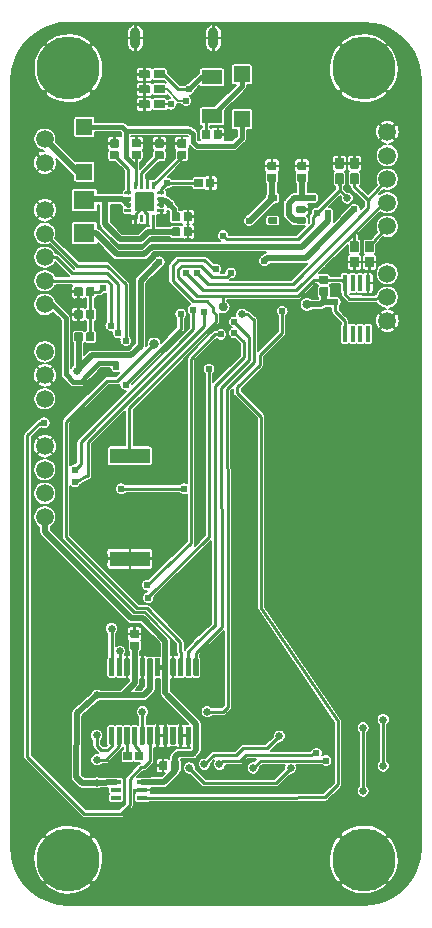
<source format=gbr>
G04 #@! TF.GenerationSoftware,KiCad,Pcbnew,5.1.8+dfsg1-1~bpo10+1*
G04 #@! TF.CreationDate,2021-01-07T21:30:59+01:00*
G04 #@! TF.ProjectId,easyhive,65617379-6869-4766-952e-6b696361645f,rev?*
G04 #@! TF.SameCoordinates,Original*
G04 #@! TF.FileFunction,Copper,L2,Bot*
G04 #@! TF.FilePolarity,Positive*
%FSLAX46Y46*%
G04 Gerber Fmt 4.6, Leading zero omitted, Abs format (unit mm)*
G04 Created by KiCad (PCBNEW 5.1.8+dfsg1-1~bpo10+1) date 2021-01-07 21:30:59*
%MOMM*%
%LPD*%
G01*
G04 APERTURE LIST*
G04 #@! TA.AperFunction,ComponentPad*
%ADD10C,1.500000*%
G04 #@! TD*
G04 #@! TA.AperFunction,ComponentPad*
%ADD11O,0.900000X1.800000*%
G04 #@! TD*
G04 #@! TA.AperFunction,SMDPad,CuDef*
%ADD12R,3.400000X1.300000*%
G04 #@! TD*
G04 #@! TA.AperFunction,SMDPad,CuDef*
%ADD13R,1.800000X1.200000*%
G04 #@! TD*
G04 #@! TA.AperFunction,SMDPad,CuDef*
%ADD14R,0.900000X0.400000*%
G04 #@! TD*
G04 #@! TA.AperFunction,SMDPad,CuDef*
%ADD15R,0.400000X1.350000*%
G04 #@! TD*
G04 #@! TA.AperFunction,ComponentPad*
%ADD16C,0.508000*%
G04 #@! TD*
G04 #@! TA.AperFunction,ComponentPad*
%ADD17C,5.334000*%
G04 #@! TD*
G04 #@! TA.AperFunction,SMDPad,CuDef*
%ADD18R,1.800000X1.600000*%
G04 #@! TD*
G04 #@! TA.AperFunction,SMDPad,CuDef*
%ADD19R,1.400000X1.400000*%
G04 #@! TD*
G04 #@! TA.AperFunction,ViaPad*
%ADD20C,0.609600*%
G04 #@! TD*
G04 #@! TA.AperFunction,ViaPad*
%ADD21C,0.654800*%
G04 #@! TD*
G04 #@! TA.AperFunction,ViaPad*
%ADD22C,0.800000*%
G04 #@! TD*
G04 #@! TA.AperFunction,Conductor*
%ADD23C,0.250000*%
G04 #@! TD*
G04 #@! TA.AperFunction,Conductor*
%ADD24C,0.200000*%
G04 #@! TD*
G04 #@! TA.AperFunction,Conductor*
%ADD25C,0.508000*%
G04 #@! TD*
G04 #@! TA.AperFunction,Conductor*
%ADD26C,0.406400*%
G04 #@! TD*
G04 #@! TA.AperFunction,Conductor*
%ADD27C,0.400000*%
G04 #@! TD*
G04 #@! TA.AperFunction,Conductor*
%ADD28C,0.504000*%
G04 #@! TD*
G04 #@! TA.AperFunction,Conductor*
%ADD29C,0.500000*%
G04 #@! TD*
G04 #@! TA.AperFunction,Conductor*
%ADD30C,0.450000*%
G04 #@! TD*
G04 #@! TA.AperFunction,Conductor*
%ADD31C,0.254000*%
G04 #@! TD*
G04 #@! TA.AperFunction,Conductor*
%ADD32C,0.203200*%
G04 #@! TD*
G04 #@! TA.AperFunction,Conductor*
%ADD33C,0.152400*%
G04 #@! TD*
G04 #@! TA.AperFunction,Conductor*
%ADD34C,0.100000*%
G04 #@! TD*
G04 APERTURE END LIST*
D10*
X163000000Y-88900000D03*
X163000000Y-90900000D03*
X163000000Y-92900000D03*
X134001100Y-109503600D03*
X134001100Y-107503600D03*
X134001100Y-105503600D03*
X134001100Y-103503600D03*
X134001100Y-99503600D03*
X134001100Y-97503600D03*
X134001100Y-95503600D03*
X134001100Y-91503600D03*
X134001100Y-89503600D03*
X134001100Y-87503600D03*
X134001100Y-85503600D03*
X134001100Y-83503600D03*
X163001100Y-84903600D03*
X163001100Y-82903600D03*
X163001100Y-80903600D03*
X163001100Y-78903600D03*
X163001100Y-76903600D03*
X134001100Y-77503600D03*
X134001100Y-79503600D03*
D11*
X141671100Y-68962600D03*
X148271100Y-68962600D03*
G04 #@! TA.AperFunction,SMDPad,CuDef*
G36*
G01*
X149498600Y-91703600D02*
X149498600Y-91703600D01*
G75*
G02*
X149098600Y-92103600I-400000J0D01*
G01*
X149098600Y-92103600D01*
G75*
G02*
X148698600Y-91703600I0J400000D01*
G01*
X148698600Y-91703600D01*
G75*
G02*
X149098600Y-91303600I400000J0D01*
G01*
X149098600Y-91303600D01*
G75*
G02*
X149498600Y-91703600I0J-400000D01*
G01*
G37*
G04 #@! TD.AperFunction*
G04 #@! TA.AperFunction,SMDPad,CuDef*
G36*
G01*
X156600000Y-91500000D02*
X156600000Y-91500000D01*
G75*
G02*
X156200000Y-91900000I-400000J0D01*
G01*
X156200000Y-91900000D01*
G75*
G02*
X155800000Y-91500000I0J400000D01*
G01*
X155800000Y-91500000D01*
G75*
G02*
X156200000Y-91100000I400000J0D01*
G01*
X156200000Y-91100000D01*
G75*
G02*
X156600000Y-91500000I0J-400000D01*
G01*
G37*
G04 #@! TD.AperFunction*
G04 #@! TA.AperFunction,SMDPad,CuDef*
G36*
G01*
X158005000Y-90140000D02*
X158005000Y-90700000D01*
G75*
G02*
X157935000Y-90770000I-70000J0D01*
G01*
X157325000Y-90770000D01*
G75*
G02*
X157255000Y-90700000I0J70000D01*
G01*
X157255000Y-90140000D01*
G75*
G02*
X157325000Y-90070000I70000J0D01*
G01*
X157935000Y-90070000D01*
G75*
G02*
X158005000Y-90140000I0J-70000D01*
G01*
G37*
G04 #@! TD.AperFunction*
G04 #@! TA.AperFunction,SMDPad,CuDef*
G36*
G01*
X158005000Y-89140000D02*
X158005000Y-89700000D01*
G75*
G02*
X157935000Y-89770000I-70000J0D01*
G01*
X157325000Y-89770000D01*
G75*
G02*
X157255000Y-89700000I0J70000D01*
G01*
X157255000Y-89140000D01*
G75*
G02*
X157325000Y-89070000I70000J0D01*
G01*
X157935000Y-89070000D01*
G75*
G02*
X158005000Y-89140000I0J-70000D01*
G01*
G37*
G04 #@! TD.AperFunction*
G04 #@! TA.AperFunction,SMDPad,CuDef*
G36*
G01*
X137571100Y-91963600D02*
X138131100Y-91963600D01*
G75*
G02*
X138201100Y-92033600I0J-70000D01*
G01*
X138201100Y-92643600D01*
G75*
G02*
X138131100Y-92713600I-70000J0D01*
G01*
X137571100Y-92713600D01*
G75*
G02*
X137501100Y-92643600I0J70000D01*
G01*
X137501100Y-92033600D01*
G75*
G02*
X137571100Y-91963600I70000J0D01*
G01*
G37*
G04 #@! TD.AperFunction*
G04 #@! TA.AperFunction,SMDPad,CuDef*
G36*
G01*
X136571100Y-91963600D02*
X137131100Y-91963600D01*
G75*
G02*
X137201100Y-92033600I0J-70000D01*
G01*
X137201100Y-92643600D01*
G75*
G02*
X137131100Y-92713600I-70000J0D01*
G01*
X136571100Y-92713600D01*
G75*
G02*
X136501100Y-92643600I0J70000D01*
G01*
X136501100Y-92033600D01*
G75*
G02*
X136571100Y-91963600I70000J0D01*
G01*
G37*
G04 #@! TD.AperFunction*
G04 #@! TA.AperFunction,SMDPad,CuDef*
G36*
G01*
X137131100Y-94618600D02*
X136571100Y-94618600D01*
G75*
G02*
X136501100Y-94548600I0J70000D01*
G01*
X136501100Y-93938600D01*
G75*
G02*
X136571100Y-93868600I70000J0D01*
G01*
X137131100Y-93868600D01*
G75*
G02*
X137201100Y-93938600I0J-70000D01*
G01*
X137201100Y-94548600D01*
G75*
G02*
X137131100Y-94618600I-70000J0D01*
G01*
G37*
G04 #@! TD.AperFunction*
G04 #@! TA.AperFunction,SMDPad,CuDef*
G36*
G01*
X138131100Y-94618600D02*
X137571100Y-94618600D01*
G75*
G02*
X137501100Y-94548600I0J70000D01*
G01*
X137501100Y-93938600D01*
G75*
G02*
X137571100Y-93868600I70000J0D01*
G01*
X138131100Y-93868600D01*
G75*
G02*
X138201100Y-93938600I0J-70000D01*
G01*
X138201100Y-94548600D01*
G75*
G02*
X138131100Y-94618600I-70000J0D01*
G01*
G37*
G04 #@! TD.AperFunction*
G04 #@! TA.AperFunction,SMDPad,CuDef*
G36*
G01*
X147291100Y-81601100D02*
X146731100Y-81601100D01*
G75*
G02*
X146661100Y-81531100I0J70000D01*
G01*
X146661100Y-80921100D01*
G75*
G02*
X146731100Y-80851100I70000J0D01*
G01*
X147291100Y-80851100D01*
G75*
G02*
X147361100Y-80921100I0J-70000D01*
G01*
X147361100Y-81531100D01*
G75*
G02*
X147291100Y-81601100I-70000J0D01*
G01*
G37*
G04 #@! TD.AperFunction*
G04 #@! TA.AperFunction,SMDPad,CuDef*
G36*
G01*
X148291100Y-81601100D02*
X147731100Y-81601100D01*
G75*
G02*
X147661100Y-81531100I0J70000D01*
G01*
X147661100Y-80921100D01*
G75*
G02*
X147731100Y-80851100I70000J0D01*
G01*
X148291100Y-80851100D01*
G75*
G02*
X148361100Y-80921100I0J-70000D01*
G01*
X148361100Y-81531100D01*
G75*
G02*
X148291100Y-81601100I-70000J0D01*
G01*
G37*
G04 #@! TD.AperFunction*
G04 #@! TA.AperFunction,SMDPad,CuDef*
G36*
G01*
X145981100Y-78588600D02*
X145981100Y-79148600D01*
G75*
G02*
X145911100Y-79218600I-70000J0D01*
G01*
X145301100Y-79218600D01*
G75*
G02*
X145231100Y-79148600I0J70000D01*
G01*
X145231100Y-78588600D01*
G75*
G02*
X145301100Y-78518600I70000J0D01*
G01*
X145911100Y-78518600D01*
G75*
G02*
X145981100Y-78588600I0J-70000D01*
G01*
G37*
G04 #@! TD.AperFunction*
G04 #@! TA.AperFunction,SMDPad,CuDef*
G36*
G01*
X145981100Y-77588600D02*
X145981100Y-78148600D01*
G75*
G02*
X145911100Y-78218600I-70000J0D01*
G01*
X145301100Y-78218600D01*
G75*
G02*
X145231100Y-78148600I0J70000D01*
G01*
X145231100Y-77588600D01*
G75*
G02*
X145301100Y-77518600I70000J0D01*
G01*
X145911100Y-77518600D01*
G75*
G02*
X145981100Y-77588600I0J-70000D01*
G01*
G37*
G04 #@! TD.AperFunction*
G04 #@! TA.AperFunction,SMDPad,CuDef*
G36*
G01*
X140266100Y-78588600D02*
X140266100Y-79148600D01*
G75*
G02*
X140196100Y-79218600I-70000J0D01*
G01*
X139586100Y-79218600D01*
G75*
G02*
X139516100Y-79148600I0J70000D01*
G01*
X139516100Y-78588600D01*
G75*
G02*
X139586100Y-78518600I70000J0D01*
G01*
X140196100Y-78518600D01*
G75*
G02*
X140266100Y-78588600I0J-70000D01*
G01*
G37*
G04 #@! TD.AperFunction*
G04 #@! TA.AperFunction,SMDPad,CuDef*
G36*
G01*
X140266100Y-77588600D02*
X140266100Y-78148600D01*
G75*
G02*
X140196100Y-78218600I-70000J0D01*
G01*
X139586100Y-78218600D01*
G75*
G02*
X139516100Y-78148600I0J70000D01*
G01*
X139516100Y-77588600D01*
G75*
G02*
X139586100Y-77518600I70000J0D01*
G01*
X140196100Y-77518600D01*
G75*
G02*
X140266100Y-77588600I0J-70000D01*
G01*
G37*
G04 #@! TD.AperFunction*
G04 #@! TA.AperFunction,SMDPad,CuDef*
G36*
G01*
X144076100Y-78588600D02*
X144076100Y-79148600D01*
G75*
G02*
X144006100Y-79218600I-70000J0D01*
G01*
X143396100Y-79218600D01*
G75*
G02*
X143326100Y-79148600I0J70000D01*
G01*
X143326100Y-78588600D01*
G75*
G02*
X143396100Y-78518600I70000J0D01*
G01*
X144006100Y-78518600D01*
G75*
G02*
X144076100Y-78588600I0J-70000D01*
G01*
G37*
G04 #@! TD.AperFunction*
G04 #@! TA.AperFunction,SMDPad,CuDef*
G36*
G01*
X144076100Y-77588600D02*
X144076100Y-78148600D01*
G75*
G02*
X144006100Y-78218600I-70000J0D01*
G01*
X143396100Y-78218600D01*
G75*
G02*
X143326100Y-78148600I0J70000D01*
G01*
X143326100Y-77588600D01*
G75*
G02*
X143396100Y-77518600I70000J0D01*
G01*
X144006100Y-77518600D01*
G75*
G02*
X144076100Y-77588600I0J-70000D01*
G01*
G37*
G04 #@! TD.AperFunction*
D12*
X141200000Y-113025000D03*
X141200000Y-104325000D03*
D13*
X148146100Y-75573600D03*
X148146100Y-72273600D03*
D14*
X142240000Y-133253000D03*
X142240000Y-132603000D03*
X142240000Y-131953000D03*
X140040000Y-133253000D03*
X140040000Y-132603000D03*
X140040000Y-131953000D03*
G04 #@! TA.AperFunction,SMDPad,CuDef*
G36*
G01*
X155364850Y-82223600D02*
X156027350Y-82223600D01*
G75*
G02*
X156096100Y-82292350I0J-68750D01*
G01*
X156096100Y-82704850D01*
G75*
G02*
X156027350Y-82773600I-68750J0D01*
G01*
X155364850Y-82773600D01*
G75*
G02*
X155296100Y-82704850I0J68750D01*
G01*
X155296100Y-82292350D01*
G75*
G02*
X155364850Y-82223600I68750J0D01*
G01*
G37*
G04 #@! TD.AperFunction*
G04 #@! TA.AperFunction,SMDPad,CuDef*
G36*
G01*
X155364850Y-84123600D02*
X156027350Y-84123600D01*
G75*
G02*
X156096100Y-84192350I0J-68750D01*
G01*
X156096100Y-84604850D01*
G75*
G02*
X156027350Y-84673600I-68750J0D01*
G01*
X155364850Y-84673600D01*
G75*
G02*
X155296100Y-84604850I0J68750D01*
G01*
X155296100Y-84192350D01*
G75*
G02*
X155364850Y-84123600I68750J0D01*
G01*
G37*
G04 #@! TD.AperFunction*
G04 #@! TA.AperFunction,SMDPad,CuDef*
G36*
G01*
X152964850Y-82223600D02*
X153627350Y-82223600D01*
G75*
G02*
X153696100Y-82292350I0J-68750D01*
G01*
X153696100Y-82704850D01*
G75*
G02*
X153627350Y-82773600I-68750J0D01*
G01*
X152964850Y-82773600D01*
G75*
G02*
X152896100Y-82704850I0J68750D01*
G01*
X152896100Y-82292350D01*
G75*
G02*
X152964850Y-82223600I68750J0D01*
G01*
G37*
G04 #@! TD.AperFunction*
G04 #@! TA.AperFunction,SMDPad,CuDef*
G36*
G01*
X155364850Y-83173600D02*
X156027350Y-83173600D01*
G75*
G02*
X156096100Y-83242350I0J-68750D01*
G01*
X156096100Y-83654850D01*
G75*
G02*
X156027350Y-83723600I-68750J0D01*
G01*
X155364850Y-83723600D01*
G75*
G02*
X155296100Y-83654850I0J68750D01*
G01*
X155296100Y-83242350D01*
G75*
G02*
X155364850Y-83173600I68750J0D01*
G01*
G37*
G04 #@! TD.AperFunction*
G04 #@! TA.AperFunction,SMDPad,CuDef*
G36*
G01*
X152964850Y-84123600D02*
X153627350Y-84123600D01*
G75*
G02*
X153696100Y-84192350I0J-68750D01*
G01*
X153696100Y-84604850D01*
G75*
G02*
X153627350Y-84673600I-68750J0D01*
G01*
X152964850Y-84673600D01*
G75*
G02*
X152896100Y-84604850I0J68750D01*
G01*
X152896100Y-84192350D01*
G75*
G02*
X152964850Y-84123600I68750J0D01*
G01*
G37*
G04 #@! TD.AperFunction*
D15*
X159400000Y-89700000D03*
X160050000Y-89700000D03*
X160700000Y-89700000D03*
X161350000Y-89700000D03*
X161350000Y-94000000D03*
X160700000Y-94000000D03*
X160050000Y-94000000D03*
X159400000Y-94000000D03*
G04 #@! TA.AperFunction,SMDPad,CuDef*
G36*
G01*
X139880000Y-121522250D02*
X139880000Y-122909750D01*
G75*
G02*
X139823750Y-122966000I-56250J0D01*
G01*
X139486250Y-122966000D01*
G75*
G02*
X139430000Y-122909750I0J56250D01*
G01*
X139430000Y-121522250D01*
G75*
G02*
X139486250Y-121466000I56250J0D01*
G01*
X139823750Y-121466000D01*
G75*
G02*
X139880000Y-121522250I0J-56250D01*
G01*
G37*
G04 #@! TD.AperFunction*
G04 #@! TA.AperFunction,SMDPad,CuDef*
G36*
G01*
X140530000Y-121522250D02*
X140530000Y-122909750D01*
G75*
G02*
X140473750Y-122966000I-56250J0D01*
G01*
X140136250Y-122966000D01*
G75*
G02*
X140080000Y-122909750I0J56250D01*
G01*
X140080000Y-121522250D01*
G75*
G02*
X140136250Y-121466000I56250J0D01*
G01*
X140473750Y-121466000D01*
G75*
G02*
X140530000Y-121522250I0J-56250D01*
G01*
G37*
G04 #@! TD.AperFunction*
G04 #@! TA.AperFunction,SMDPad,CuDef*
G36*
G01*
X141180000Y-121522250D02*
X141180000Y-122909750D01*
G75*
G02*
X141123750Y-122966000I-56250J0D01*
G01*
X140786250Y-122966000D01*
G75*
G02*
X140730000Y-122909750I0J56250D01*
G01*
X140730000Y-121522250D01*
G75*
G02*
X140786250Y-121466000I56250J0D01*
G01*
X141123750Y-121466000D01*
G75*
G02*
X141180000Y-121522250I0J-56250D01*
G01*
G37*
G04 #@! TD.AperFunction*
G04 #@! TA.AperFunction,SMDPad,CuDef*
G36*
G01*
X141830000Y-121522250D02*
X141830000Y-122909750D01*
G75*
G02*
X141773750Y-122966000I-56250J0D01*
G01*
X141436250Y-122966000D01*
G75*
G02*
X141380000Y-122909750I0J56250D01*
G01*
X141380000Y-121522250D01*
G75*
G02*
X141436250Y-121466000I56250J0D01*
G01*
X141773750Y-121466000D01*
G75*
G02*
X141830000Y-121522250I0J-56250D01*
G01*
G37*
G04 #@! TD.AperFunction*
G04 #@! TA.AperFunction,SMDPad,CuDef*
G36*
G01*
X142480000Y-121522250D02*
X142480000Y-122909750D01*
G75*
G02*
X142423750Y-122966000I-56250J0D01*
G01*
X142086250Y-122966000D01*
G75*
G02*
X142030000Y-122909750I0J56250D01*
G01*
X142030000Y-121522250D01*
G75*
G02*
X142086250Y-121466000I56250J0D01*
G01*
X142423750Y-121466000D01*
G75*
G02*
X142480000Y-121522250I0J-56250D01*
G01*
G37*
G04 #@! TD.AperFunction*
G04 #@! TA.AperFunction,SMDPad,CuDef*
G36*
G01*
X143130000Y-121522250D02*
X143130000Y-122909750D01*
G75*
G02*
X143073750Y-122966000I-56250J0D01*
G01*
X142736250Y-122966000D01*
G75*
G02*
X142680000Y-122909750I0J56250D01*
G01*
X142680000Y-121522250D01*
G75*
G02*
X142736250Y-121466000I56250J0D01*
G01*
X143073750Y-121466000D01*
G75*
G02*
X143130000Y-121522250I0J-56250D01*
G01*
G37*
G04 #@! TD.AperFunction*
G04 #@! TA.AperFunction,SMDPad,CuDef*
G36*
G01*
X143780000Y-121522250D02*
X143780000Y-122909750D01*
G75*
G02*
X143723750Y-122966000I-56250J0D01*
G01*
X143386250Y-122966000D01*
G75*
G02*
X143330000Y-122909750I0J56250D01*
G01*
X143330000Y-121522250D01*
G75*
G02*
X143386250Y-121466000I56250J0D01*
G01*
X143723750Y-121466000D01*
G75*
G02*
X143780000Y-121522250I0J-56250D01*
G01*
G37*
G04 #@! TD.AperFunction*
G04 #@! TA.AperFunction,SMDPad,CuDef*
G36*
G01*
X144430000Y-121522250D02*
X144430000Y-122909750D01*
G75*
G02*
X144373750Y-122966000I-56250J0D01*
G01*
X144036250Y-122966000D01*
G75*
G02*
X143980000Y-122909750I0J56250D01*
G01*
X143980000Y-121522250D01*
G75*
G02*
X144036250Y-121466000I56250J0D01*
G01*
X144373750Y-121466000D01*
G75*
G02*
X144430000Y-121522250I0J-56250D01*
G01*
G37*
G04 #@! TD.AperFunction*
G04 #@! TA.AperFunction,SMDPad,CuDef*
G36*
G01*
X145080000Y-121522250D02*
X145080000Y-122909750D01*
G75*
G02*
X145023750Y-122966000I-56250J0D01*
G01*
X144686250Y-122966000D01*
G75*
G02*
X144630000Y-122909750I0J56250D01*
G01*
X144630000Y-121522250D01*
G75*
G02*
X144686250Y-121466000I56250J0D01*
G01*
X145023750Y-121466000D01*
G75*
G02*
X145080000Y-121522250I0J-56250D01*
G01*
G37*
G04 #@! TD.AperFunction*
G04 #@! TA.AperFunction,SMDPad,CuDef*
G36*
G01*
X145730000Y-121522250D02*
X145730000Y-122909750D01*
G75*
G02*
X145673750Y-122966000I-56250J0D01*
G01*
X145336250Y-122966000D01*
G75*
G02*
X145280000Y-122909750I0J56250D01*
G01*
X145280000Y-121522250D01*
G75*
G02*
X145336250Y-121466000I56250J0D01*
G01*
X145673750Y-121466000D01*
G75*
G02*
X145730000Y-121522250I0J-56250D01*
G01*
G37*
G04 #@! TD.AperFunction*
G04 #@! TA.AperFunction,SMDPad,CuDef*
G36*
G01*
X146380000Y-121522250D02*
X146380000Y-122909750D01*
G75*
G02*
X146323750Y-122966000I-56250J0D01*
G01*
X145986250Y-122966000D01*
G75*
G02*
X145930000Y-122909750I0J56250D01*
G01*
X145930000Y-121522250D01*
G75*
G02*
X145986250Y-121466000I56250J0D01*
G01*
X146323750Y-121466000D01*
G75*
G02*
X146380000Y-121522250I0J-56250D01*
G01*
G37*
G04 #@! TD.AperFunction*
G04 #@! TA.AperFunction,SMDPad,CuDef*
G36*
G01*
X147030000Y-121522250D02*
X147030000Y-122909750D01*
G75*
G02*
X146973750Y-122966000I-56250J0D01*
G01*
X146636250Y-122966000D01*
G75*
G02*
X146580000Y-122909750I0J56250D01*
G01*
X146580000Y-121522250D01*
G75*
G02*
X146636250Y-121466000I56250J0D01*
G01*
X146973750Y-121466000D01*
G75*
G02*
X147030000Y-121522250I0J-56250D01*
G01*
G37*
G04 #@! TD.AperFunction*
G04 #@! TA.AperFunction,SMDPad,CuDef*
G36*
G01*
X139880000Y-127322250D02*
X139880000Y-128709750D01*
G75*
G02*
X139823750Y-128766000I-56250J0D01*
G01*
X139486250Y-128766000D01*
G75*
G02*
X139430000Y-128709750I0J56250D01*
G01*
X139430000Y-127322250D01*
G75*
G02*
X139486250Y-127266000I56250J0D01*
G01*
X139823750Y-127266000D01*
G75*
G02*
X139880000Y-127322250I0J-56250D01*
G01*
G37*
G04 #@! TD.AperFunction*
G04 #@! TA.AperFunction,SMDPad,CuDef*
G36*
G01*
X140530000Y-127322250D02*
X140530000Y-128709750D01*
G75*
G02*
X140473750Y-128766000I-56250J0D01*
G01*
X140136250Y-128766000D01*
G75*
G02*
X140080000Y-128709750I0J56250D01*
G01*
X140080000Y-127322250D01*
G75*
G02*
X140136250Y-127266000I56250J0D01*
G01*
X140473750Y-127266000D01*
G75*
G02*
X140530000Y-127322250I0J-56250D01*
G01*
G37*
G04 #@! TD.AperFunction*
G04 #@! TA.AperFunction,SMDPad,CuDef*
G36*
G01*
X141180000Y-127322250D02*
X141180000Y-128709750D01*
G75*
G02*
X141123750Y-128766000I-56250J0D01*
G01*
X140786250Y-128766000D01*
G75*
G02*
X140730000Y-128709750I0J56250D01*
G01*
X140730000Y-127322250D01*
G75*
G02*
X140786250Y-127266000I56250J0D01*
G01*
X141123750Y-127266000D01*
G75*
G02*
X141180000Y-127322250I0J-56250D01*
G01*
G37*
G04 #@! TD.AperFunction*
G04 #@! TA.AperFunction,SMDPad,CuDef*
G36*
G01*
X141830000Y-127322250D02*
X141830000Y-128709750D01*
G75*
G02*
X141773750Y-128766000I-56250J0D01*
G01*
X141436250Y-128766000D01*
G75*
G02*
X141380000Y-128709750I0J56250D01*
G01*
X141380000Y-127322250D01*
G75*
G02*
X141436250Y-127266000I56250J0D01*
G01*
X141773750Y-127266000D01*
G75*
G02*
X141830000Y-127322250I0J-56250D01*
G01*
G37*
G04 #@! TD.AperFunction*
G04 #@! TA.AperFunction,SMDPad,CuDef*
G36*
G01*
X142480000Y-127322250D02*
X142480000Y-128709750D01*
G75*
G02*
X142423750Y-128766000I-56250J0D01*
G01*
X142086250Y-128766000D01*
G75*
G02*
X142030000Y-128709750I0J56250D01*
G01*
X142030000Y-127322250D01*
G75*
G02*
X142086250Y-127266000I56250J0D01*
G01*
X142423750Y-127266000D01*
G75*
G02*
X142480000Y-127322250I0J-56250D01*
G01*
G37*
G04 #@! TD.AperFunction*
G04 #@! TA.AperFunction,SMDPad,CuDef*
G36*
G01*
X143130000Y-127322250D02*
X143130000Y-128709750D01*
G75*
G02*
X143073750Y-128766000I-56250J0D01*
G01*
X142736250Y-128766000D01*
G75*
G02*
X142680000Y-128709750I0J56250D01*
G01*
X142680000Y-127322250D01*
G75*
G02*
X142736250Y-127266000I56250J0D01*
G01*
X143073750Y-127266000D01*
G75*
G02*
X143130000Y-127322250I0J-56250D01*
G01*
G37*
G04 #@! TD.AperFunction*
G04 #@! TA.AperFunction,SMDPad,CuDef*
G36*
G01*
X143780000Y-127322250D02*
X143780000Y-128709750D01*
G75*
G02*
X143723750Y-128766000I-56250J0D01*
G01*
X143386250Y-128766000D01*
G75*
G02*
X143330000Y-128709750I0J56250D01*
G01*
X143330000Y-127322250D01*
G75*
G02*
X143386250Y-127266000I56250J0D01*
G01*
X143723750Y-127266000D01*
G75*
G02*
X143780000Y-127322250I0J-56250D01*
G01*
G37*
G04 #@! TD.AperFunction*
G04 #@! TA.AperFunction,SMDPad,CuDef*
G36*
G01*
X144430000Y-127322250D02*
X144430000Y-128709750D01*
G75*
G02*
X144373750Y-128766000I-56250J0D01*
G01*
X144036250Y-128766000D01*
G75*
G02*
X143980000Y-128709750I0J56250D01*
G01*
X143980000Y-127322250D01*
G75*
G02*
X144036250Y-127266000I56250J0D01*
G01*
X144373750Y-127266000D01*
G75*
G02*
X144430000Y-127322250I0J-56250D01*
G01*
G37*
G04 #@! TD.AperFunction*
G04 #@! TA.AperFunction,SMDPad,CuDef*
G36*
G01*
X145080000Y-127322250D02*
X145080000Y-128709750D01*
G75*
G02*
X145023750Y-128766000I-56250J0D01*
G01*
X144686250Y-128766000D01*
G75*
G02*
X144630000Y-128709750I0J56250D01*
G01*
X144630000Y-127322250D01*
G75*
G02*
X144686250Y-127266000I56250J0D01*
G01*
X145023750Y-127266000D01*
G75*
G02*
X145080000Y-127322250I0J-56250D01*
G01*
G37*
G04 #@! TD.AperFunction*
G04 #@! TA.AperFunction,SMDPad,CuDef*
G36*
G01*
X145730000Y-127322250D02*
X145730000Y-128709750D01*
G75*
G02*
X145673750Y-128766000I-56250J0D01*
G01*
X145336250Y-128766000D01*
G75*
G02*
X145280000Y-128709750I0J56250D01*
G01*
X145280000Y-127322250D01*
G75*
G02*
X145336250Y-127266000I56250J0D01*
G01*
X145673750Y-127266000D01*
G75*
G02*
X145730000Y-127322250I0J-56250D01*
G01*
G37*
G04 #@! TD.AperFunction*
G04 #@! TA.AperFunction,SMDPad,CuDef*
G36*
G01*
X146380000Y-127322250D02*
X146380000Y-128709750D01*
G75*
G02*
X146323750Y-128766000I-56250J0D01*
G01*
X145986250Y-128766000D01*
G75*
G02*
X145930000Y-128709750I0J56250D01*
G01*
X145930000Y-127322250D01*
G75*
G02*
X145986250Y-127266000I56250J0D01*
G01*
X146323750Y-127266000D01*
G75*
G02*
X146380000Y-127322250I0J-56250D01*
G01*
G37*
G04 #@! TD.AperFunction*
G04 #@! TA.AperFunction,SMDPad,CuDef*
G36*
G01*
X147030000Y-127322250D02*
X147030000Y-128709750D01*
G75*
G02*
X146973750Y-128766000I-56250J0D01*
G01*
X146636250Y-128766000D01*
G75*
G02*
X146580000Y-128709750I0J56250D01*
G01*
X146580000Y-127322250D01*
G75*
G02*
X146636250Y-127266000I56250J0D01*
G01*
X146973750Y-127266000D01*
G75*
G02*
X147030000Y-127322250I0J-56250D01*
G01*
G37*
G04 #@! TD.AperFunction*
G04 #@! TA.AperFunction,SMDPad,CuDef*
G36*
G01*
X144131100Y-82469850D02*
X144131100Y-82657350D01*
G75*
G02*
X144099850Y-82688600I-31250J0D01*
G01*
X143562350Y-82688600D01*
G75*
G02*
X143531100Y-82657350I0J31250D01*
G01*
X143531100Y-82469850D01*
G75*
G02*
X143562350Y-82438600I31250J0D01*
G01*
X144099850Y-82438600D01*
G75*
G02*
X144131100Y-82469850I0J-31250D01*
G01*
G37*
G04 #@! TD.AperFunction*
G04 #@! TA.AperFunction,SMDPad,CuDef*
G36*
G01*
X144131100Y-81969850D02*
X144131100Y-82157350D01*
G75*
G02*
X144099850Y-82188600I-31250J0D01*
G01*
X143562350Y-82188600D01*
G75*
G02*
X143531100Y-82157350I0J31250D01*
G01*
X143531100Y-81969850D01*
G75*
G02*
X143562350Y-81938600I31250J0D01*
G01*
X144099850Y-81938600D01*
G75*
G02*
X144131100Y-81969850I0J-31250D01*
G01*
G37*
G04 #@! TD.AperFunction*
G04 #@! TA.AperFunction,SMDPad,CuDef*
G36*
G01*
X144131100Y-82969850D02*
X144131100Y-83157350D01*
G75*
G02*
X144099850Y-83188600I-31250J0D01*
G01*
X143562350Y-83188600D01*
G75*
G02*
X143531100Y-83157350I0J31250D01*
G01*
X143531100Y-82969850D01*
G75*
G02*
X143562350Y-82938600I31250J0D01*
G01*
X144099850Y-82938600D01*
G75*
G02*
X144131100Y-82969850I0J-31250D01*
G01*
G37*
G04 #@! TD.AperFunction*
G04 #@! TA.AperFunction,SMDPad,CuDef*
G36*
G01*
X144131100Y-83469850D02*
X144131100Y-83657350D01*
G75*
G02*
X144099850Y-83688600I-31250J0D01*
G01*
X143562350Y-83688600D01*
G75*
G02*
X143531100Y-83657350I0J31250D01*
G01*
X143531100Y-83469850D01*
G75*
G02*
X143562350Y-83438600I31250J0D01*
G01*
X144099850Y-83438600D01*
G75*
G02*
X144131100Y-83469850I0J-31250D01*
G01*
G37*
G04 #@! TD.AperFunction*
G04 #@! TA.AperFunction,SMDPad,CuDef*
G36*
G01*
X143274850Y-84513600D02*
X143087350Y-84513600D01*
G75*
G02*
X143056100Y-84482350I0J31250D01*
G01*
X143056100Y-83944850D01*
G75*
G02*
X143087350Y-83913600I31250J0D01*
G01*
X143274850Y-83913600D01*
G75*
G02*
X143306100Y-83944850I0J-31250D01*
G01*
X143306100Y-84482350D01*
G75*
G02*
X143274850Y-84513600I-31250J0D01*
G01*
G37*
G04 #@! TD.AperFunction*
G04 #@! TA.AperFunction,SMDPad,CuDef*
G36*
G01*
X142774850Y-84513600D02*
X142587350Y-84513600D01*
G75*
G02*
X142556100Y-84482350I0J31250D01*
G01*
X142556100Y-83944850D01*
G75*
G02*
X142587350Y-83913600I31250J0D01*
G01*
X142774850Y-83913600D01*
G75*
G02*
X142806100Y-83944850I0J-31250D01*
G01*
X142806100Y-84482350D01*
G75*
G02*
X142774850Y-84513600I-31250J0D01*
G01*
G37*
G04 #@! TD.AperFunction*
G04 #@! TA.AperFunction,SMDPad,CuDef*
G36*
G01*
X142274850Y-84513600D02*
X142087350Y-84513600D01*
G75*
G02*
X142056100Y-84482350I0J31250D01*
G01*
X142056100Y-83944850D01*
G75*
G02*
X142087350Y-83913600I31250J0D01*
G01*
X142274850Y-83913600D01*
G75*
G02*
X142306100Y-83944850I0J-31250D01*
G01*
X142306100Y-84482350D01*
G75*
G02*
X142274850Y-84513600I-31250J0D01*
G01*
G37*
G04 #@! TD.AperFunction*
G04 #@! TA.AperFunction,SMDPad,CuDef*
G36*
G01*
X141774850Y-84513600D02*
X141587350Y-84513600D01*
G75*
G02*
X141556100Y-84482350I0J31250D01*
G01*
X141556100Y-83944850D01*
G75*
G02*
X141587350Y-83913600I31250J0D01*
G01*
X141774850Y-83913600D01*
G75*
G02*
X141806100Y-83944850I0J-31250D01*
G01*
X141806100Y-84482350D01*
G75*
G02*
X141774850Y-84513600I-31250J0D01*
G01*
G37*
G04 #@! TD.AperFunction*
G04 #@! TA.AperFunction,SMDPad,CuDef*
G36*
G01*
X140731100Y-83657350D02*
X140731100Y-83469850D01*
G75*
G02*
X140762350Y-83438600I31250J0D01*
G01*
X141299850Y-83438600D01*
G75*
G02*
X141331100Y-83469850I0J-31250D01*
G01*
X141331100Y-83657350D01*
G75*
G02*
X141299850Y-83688600I-31250J0D01*
G01*
X140762350Y-83688600D01*
G75*
G02*
X140731100Y-83657350I0J31250D01*
G01*
G37*
G04 #@! TD.AperFunction*
G04 #@! TA.AperFunction,SMDPad,CuDef*
G36*
G01*
X140731100Y-83157350D02*
X140731100Y-82969850D01*
G75*
G02*
X140762350Y-82938600I31250J0D01*
G01*
X141299850Y-82938600D01*
G75*
G02*
X141331100Y-82969850I0J-31250D01*
G01*
X141331100Y-83157350D01*
G75*
G02*
X141299850Y-83188600I-31250J0D01*
G01*
X140762350Y-83188600D01*
G75*
G02*
X140731100Y-83157350I0J31250D01*
G01*
G37*
G04 #@! TD.AperFunction*
G04 #@! TA.AperFunction,SMDPad,CuDef*
G36*
G01*
X140731100Y-82657350D02*
X140731100Y-82469850D01*
G75*
G02*
X140762350Y-82438600I31250J0D01*
G01*
X141299850Y-82438600D01*
G75*
G02*
X141331100Y-82469850I0J-31250D01*
G01*
X141331100Y-82657350D01*
G75*
G02*
X141299850Y-82688600I-31250J0D01*
G01*
X140762350Y-82688600D01*
G75*
G02*
X140731100Y-82657350I0J31250D01*
G01*
G37*
G04 #@! TD.AperFunction*
G04 #@! TA.AperFunction,SMDPad,CuDef*
G36*
G01*
X140731100Y-82157350D02*
X140731100Y-81969850D01*
G75*
G02*
X140762350Y-81938600I31250J0D01*
G01*
X141299850Y-81938600D01*
G75*
G02*
X141331100Y-81969850I0J-31250D01*
G01*
X141331100Y-82157350D01*
G75*
G02*
X141299850Y-82188600I-31250J0D01*
G01*
X140762350Y-82188600D01*
G75*
G02*
X140731100Y-82157350I0J31250D01*
G01*
G37*
G04 #@! TD.AperFunction*
G04 #@! TA.AperFunction,SMDPad,CuDef*
G36*
G01*
X141587350Y-81113600D02*
X141774850Y-81113600D01*
G75*
G02*
X141806100Y-81144850I0J-31250D01*
G01*
X141806100Y-81682350D01*
G75*
G02*
X141774850Y-81713600I-31250J0D01*
G01*
X141587350Y-81713600D01*
G75*
G02*
X141556100Y-81682350I0J31250D01*
G01*
X141556100Y-81144850D01*
G75*
G02*
X141587350Y-81113600I31250J0D01*
G01*
G37*
G04 #@! TD.AperFunction*
G04 #@! TA.AperFunction,SMDPad,CuDef*
G36*
G01*
X142087350Y-81113600D02*
X142274850Y-81113600D01*
G75*
G02*
X142306100Y-81144850I0J-31250D01*
G01*
X142306100Y-81682350D01*
G75*
G02*
X142274850Y-81713600I-31250J0D01*
G01*
X142087350Y-81713600D01*
G75*
G02*
X142056100Y-81682350I0J31250D01*
G01*
X142056100Y-81144850D01*
G75*
G02*
X142087350Y-81113600I31250J0D01*
G01*
G37*
G04 #@! TD.AperFunction*
G04 #@! TA.AperFunction,SMDPad,CuDef*
G36*
G01*
X142587350Y-81113600D02*
X142774850Y-81113600D01*
G75*
G02*
X142806100Y-81144850I0J-31250D01*
G01*
X142806100Y-81682350D01*
G75*
G02*
X142774850Y-81713600I-31250J0D01*
G01*
X142587350Y-81713600D01*
G75*
G02*
X142556100Y-81682350I0J31250D01*
G01*
X142556100Y-81144850D01*
G75*
G02*
X142587350Y-81113600I31250J0D01*
G01*
G37*
G04 #@! TD.AperFunction*
G04 #@! TA.AperFunction,SMDPad,CuDef*
G36*
G01*
X143087350Y-81113600D02*
X143274850Y-81113600D01*
G75*
G02*
X143306100Y-81144850I0J-31250D01*
G01*
X143306100Y-81682350D01*
G75*
G02*
X143274850Y-81713600I-31250J0D01*
G01*
X143087350Y-81713600D01*
G75*
G02*
X143056100Y-81682350I0J31250D01*
G01*
X143056100Y-81144850D01*
G75*
G02*
X143087350Y-81113600I31250J0D01*
G01*
G37*
G04 #@! TD.AperFunction*
G04 #@! TA.AperFunction,SMDPad,CuDef*
G36*
G01*
X143231100Y-82093600D02*
X143231100Y-83533600D01*
G75*
G02*
X143151100Y-83613600I-80000J0D01*
G01*
X141711100Y-83613600D01*
G75*
G02*
X141631100Y-83533600I0J80000D01*
G01*
X141631100Y-82093600D01*
G75*
G02*
X141711100Y-82013600I80000J0D01*
G01*
X143151100Y-82013600D01*
G75*
G02*
X143231100Y-82093600I0J-80000D01*
G01*
G37*
G04 #@! TD.AperFunction*
D16*
X142981100Y-82263600D03*
X142931100Y-83313600D03*
X142431100Y-82813600D03*
X141881100Y-82263600D03*
D17*
X161001100Y-138503600D03*
X161001100Y-71503600D03*
X136001100Y-71503600D03*
X135991600Y-138506200D03*
D18*
X137351100Y-85483600D03*
X137351100Y-82683600D03*
G04 #@! TA.AperFunction,SMDPad,CuDef*
G36*
G01*
X161796100Y-87058600D02*
X161166100Y-87058600D01*
G75*
G02*
X161131100Y-87023600I0J35000D01*
G01*
X161131100Y-86193600D01*
G75*
G02*
X161166100Y-86158600I35000J0D01*
G01*
X161796100Y-86158600D01*
G75*
G02*
X161831100Y-86193600I0J-35000D01*
G01*
X161831100Y-87023600D01*
G75*
G02*
X161796100Y-87058600I-35000J0D01*
G01*
G37*
G04 #@! TD.AperFunction*
G04 #@! TA.AperFunction,SMDPad,CuDef*
G36*
G01*
X161796100Y-88358600D02*
X161166100Y-88358600D01*
G75*
G02*
X161131100Y-88323600I0J35000D01*
G01*
X161131100Y-87493600D01*
G75*
G02*
X161166100Y-87458600I35000J0D01*
G01*
X161796100Y-87458600D01*
G75*
G02*
X161831100Y-87493600I0J-35000D01*
G01*
X161831100Y-88323600D01*
G75*
G02*
X161796100Y-88358600I-35000J0D01*
G01*
G37*
G04 #@! TD.AperFunction*
G04 #@! TA.AperFunction,SMDPad,CuDef*
G36*
G01*
X160526100Y-87058600D02*
X159896100Y-87058600D01*
G75*
G02*
X159861100Y-87023600I0J35000D01*
G01*
X159861100Y-86193600D01*
G75*
G02*
X159896100Y-86158600I35000J0D01*
G01*
X160526100Y-86158600D01*
G75*
G02*
X160561100Y-86193600I0J-35000D01*
G01*
X160561100Y-87023600D01*
G75*
G02*
X160526100Y-87058600I-35000J0D01*
G01*
G37*
G04 #@! TD.AperFunction*
G04 #@! TA.AperFunction,SMDPad,CuDef*
G36*
G01*
X160526100Y-88358600D02*
X159896100Y-88358600D01*
G75*
G02*
X159861100Y-88323600I0J35000D01*
G01*
X159861100Y-87493600D01*
G75*
G02*
X159896100Y-87458600I35000J0D01*
G01*
X160526100Y-87458600D01*
G75*
G02*
X160561100Y-87493600I0J-35000D01*
G01*
X160561100Y-88323600D01*
G75*
G02*
X160526100Y-88358600I-35000J0D01*
G01*
G37*
G04 #@! TD.AperFunction*
G04 #@! TA.AperFunction,SMDPad,CuDef*
G36*
G01*
X159896100Y-80408600D02*
X160526100Y-80408600D01*
G75*
G02*
X160561100Y-80443600I0J-35000D01*
G01*
X160561100Y-81273600D01*
G75*
G02*
X160526100Y-81308600I-35000J0D01*
G01*
X159896100Y-81308600D01*
G75*
G02*
X159861100Y-81273600I0J35000D01*
G01*
X159861100Y-80443600D01*
G75*
G02*
X159896100Y-80408600I35000J0D01*
G01*
G37*
G04 #@! TD.AperFunction*
G04 #@! TA.AperFunction,SMDPad,CuDef*
G36*
G01*
X159896100Y-79108600D02*
X160526100Y-79108600D01*
G75*
G02*
X160561100Y-79143600I0J-35000D01*
G01*
X160561100Y-79973600D01*
G75*
G02*
X160526100Y-80008600I-35000J0D01*
G01*
X159896100Y-80008600D01*
G75*
G02*
X159861100Y-79973600I0J35000D01*
G01*
X159861100Y-79143600D01*
G75*
G02*
X159896100Y-79108600I35000J0D01*
G01*
G37*
G04 #@! TD.AperFunction*
G04 #@! TA.AperFunction,SMDPad,CuDef*
G36*
G01*
X158626100Y-80408600D02*
X159256100Y-80408600D01*
G75*
G02*
X159291100Y-80443600I0J-35000D01*
G01*
X159291100Y-81273600D01*
G75*
G02*
X159256100Y-81308600I-35000J0D01*
G01*
X158626100Y-81308600D01*
G75*
G02*
X158591100Y-81273600I0J35000D01*
G01*
X158591100Y-80443600D01*
G75*
G02*
X158626100Y-80408600I35000J0D01*
G01*
G37*
G04 #@! TD.AperFunction*
G04 #@! TA.AperFunction,SMDPad,CuDef*
G36*
G01*
X158626100Y-79108600D02*
X159256100Y-79108600D01*
G75*
G02*
X159291100Y-79143600I0J-35000D01*
G01*
X159291100Y-79973600D01*
G75*
G02*
X159256100Y-80008600I-35000J0D01*
G01*
X158626100Y-80008600D01*
G75*
G02*
X158591100Y-79973600I0J35000D01*
G01*
X158591100Y-79143600D01*
G75*
G02*
X158626100Y-79108600I35000J0D01*
G01*
G37*
G04 #@! TD.AperFunction*
G04 #@! TA.AperFunction,SMDPad,CuDef*
G36*
G01*
X143266100Y-72333600D02*
X143266100Y-71703600D01*
G75*
G02*
X143301100Y-71668600I35000J0D01*
G01*
X144131100Y-71668600D01*
G75*
G02*
X144166100Y-71703600I0J-35000D01*
G01*
X144166100Y-72333600D01*
G75*
G02*
X144131100Y-72368600I-35000J0D01*
G01*
X143301100Y-72368600D01*
G75*
G02*
X143266100Y-72333600I0J35000D01*
G01*
G37*
G04 #@! TD.AperFunction*
G04 #@! TA.AperFunction,SMDPad,CuDef*
G36*
G01*
X141966100Y-72333600D02*
X141966100Y-71703600D01*
G75*
G02*
X142001100Y-71668600I35000J0D01*
G01*
X142831100Y-71668600D01*
G75*
G02*
X142866100Y-71703600I0J-35000D01*
G01*
X142866100Y-72333600D01*
G75*
G02*
X142831100Y-72368600I-35000J0D01*
G01*
X142001100Y-72368600D01*
G75*
G02*
X141966100Y-72333600I0J35000D01*
G01*
G37*
G04 #@! TD.AperFunction*
G04 #@! TA.AperFunction,SMDPad,CuDef*
G36*
G01*
X143266100Y-73603600D02*
X143266100Y-72973600D01*
G75*
G02*
X143301100Y-72938600I35000J0D01*
G01*
X144131100Y-72938600D01*
G75*
G02*
X144166100Y-72973600I0J-35000D01*
G01*
X144166100Y-73603600D01*
G75*
G02*
X144131100Y-73638600I-35000J0D01*
G01*
X143301100Y-73638600D01*
G75*
G02*
X143266100Y-73603600I0J35000D01*
G01*
G37*
G04 #@! TD.AperFunction*
G04 #@! TA.AperFunction,SMDPad,CuDef*
G36*
G01*
X141966100Y-73603600D02*
X141966100Y-72973600D01*
G75*
G02*
X142001100Y-72938600I35000J0D01*
G01*
X142831100Y-72938600D01*
G75*
G02*
X142866100Y-72973600I0J-35000D01*
G01*
X142866100Y-73603600D01*
G75*
G02*
X142831100Y-73638600I-35000J0D01*
G01*
X142001100Y-73638600D01*
G75*
G02*
X141966100Y-73603600I0J35000D01*
G01*
G37*
G04 #@! TD.AperFunction*
G04 #@! TA.AperFunction,SMDPad,CuDef*
G36*
G01*
X143266100Y-74873600D02*
X143266100Y-74243600D01*
G75*
G02*
X143301100Y-74208600I35000J0D01*
G01*
X144131100Y-74208600D01*
G75*
G02*
X144166100Y-74243600I0J-35000D01*
G01*
X144166100Y-74873600D01*
G75*
G02*
X144131100Y-74908600I-35000J0D01*
G01*
X143301100Y-74908600D01*
G75*
G02*
X143266100Y-74873600I0J35000D01*
G01*
G37*
G04 #@! TD.AperFunction*
G04 #@! TA.AperFunction,SMDPad,CuDef*
G36*
G01*
X141966100Y-74873600D02*
X141966100Y-74243600D01*
G75*
G02*
X142001100Y-74208600I35000J0D01*
G01*
X142831100Y-74208600D01*
G75*
G02*
X142866100Y-74243600I0J-35000D01*
G01*
X142866100Y-74873600D01*
G75*
G02*
X142831100Y-74908600I-35000J0D01*
G01*
X142001100Y-74908600D01*
G75*
G02*
X141966100Y-74873600I0J35000D01*
G01*
G37*
G04 #@! TD.AperFunction*
D19*
X150686100Y-72023600D03*
X150686100Y-75823600D03*
X137351100Y-80268600D03*
X137351100Y-76468600D03*
G04 #@! TA.AperFunction,SMDPad,CuDef*
G36*
G01*
X144298000Y-130931000D02*
X143738000Y-130931000D01*
G75*
G02*
X143668000Y-130861000I0J70000D01*
G01*
X143668000Y-130251000D01*
G75*
G02*
X143738000Y-130181000I70000J0D01*
G01*
X144298000Y-130181000D01*
G75*
G02*
X144368000Y-130251000I0J-70000D01*
G01*
X144368000Y-130861000D01*
G75*
G02*
X144298000Y-130931000I-70000J0D01*
G01*
G37*
G04 #@! TD.AperFunction*
G04 #@! TA.AperFunction,SMDPad,CuDef*
G36*
G01*
X145298000Y-130931000D02*
X144738000Y-130931000D01*
G75*
G02*
X144668000Y-130861000I0J70000D01*
G01*
X144668000Y-130251000D01*
G75*
G02*
X144738000Y-130181000I70000J0D01*
G01*
X145298000Y-130181000D01*
G75*
G02*
X145368000Y-130251000I0J-70000D01*
G01*
X145368000Y-130861000D01*
G75*
G02*
X145298000Y-130931000I-70000J0D01*
G01*
G37*
G04 #@! TD.AperFunction*
G04 #@! TA.AperFunction,SMDPad,CuDef*
G36*
G01*
X137131100Y-90808600D02*
X136571100Y-90808600D01*
G75*
G02*
X136501100Y-90738600I0J70000D01*
G01*
X136501100Y-90128600D01*
G75*
G02*
X136571100Y-90058600I70000J0D01*
G01*
X137131100Y-90058600D01*
G75*
G02*
X137201100Y-90128600I0J-70000D01*
G01*
X137201100Y-90738600D01*
G75*
G02*
X137131100Y-90808600I-70000J0D01*
G01*
G37*
G04 #@! TD.AperFunction*
G04 #@! TA.AperFunction,SMDPad,CuDef*
G36*
G01*
X138131100Y-90808600D02*
X137571100Y-90808600D01*
G75*
G02*
X137501100Y-90738600I0J70000D01*
G01*
X137501100Y-90128600D01*
G75*
G02*
X137571100Y-90058600I70000J0D01*
G01*
X138131100Y-90058600D01*
G75*
G02*
X138201100Y-90128600I0J-70000D01*
G01*
X138201100Y-90738600D01*
G75*
G02*
X138131100Y-90808600I-70000J0D01*
G01*
G37*
G04 #@! TD.AperFunction*
G04 #@! TA.AperFunction,SMDPad,CuDef*
G36*
G01*
X148366100Y-76723600D02*
X148926100Y-76723600D01*
G75*
G02*
X148996100Y-76793600I0J-70000D01*
G01*
X148996100Y-77403600D01*
G75*
G02*
X148926100Y-77473600I-70000J0D01*
G01*
X148366100Y-77473600D01*
G75*
G02*
X148296100Y-77403600I0J70000D01*
G01*
X148296100Y-76793600D01*
G75*
G02*
X148366100Y-76723600I70000J0D01*
G01*
G37*
G04 #@! TD.AperFunction*
G04 #@! TA.AperFunction,SMDPad,CuDef*
G36*
G01*
X147366100Y-76723600D02*
X147926100Y-76723600D01*
G75*
G02*
X147996100Y-76793600I0J-70000D01*
G01*
X147996100Y-77403600D01*
G75*
G02*
X147926100Y-77473600I-70000J0D01*
G01*
X147366100Y-77473600D01*
G75*
G02*
X147296100Y-77403600I0J70000D01*
G01*
X147296100Y-76793600D01*
G75*
G02*
X147366100Y-76723600I70000J0D01*
G01*
G37*
G04 #@! TD.AperFunction*
G04 #@! TA.AperFunction,SMDPad,CuDef*
G36*
G01*
X152851100Y-80053600D02*
X152851100Y-79493600D01*
G75*
G02*
X152921100Y-79423600I70000J0D01*
G01*
X153531100Y-79423600D01*
G75*
G02*
X153601100Y-79493600I0J-70000D01*
G01*
X153601100Y-80053600D01*
G75*
G02*
X153531100Y-80123600I-70000J0D01*
G01*
X152921100Y-80123600D01*
G75*
G02*
X152851100Y-80053600I0J70000D01*
G01*
G37*
G04 #@! TD.AperFunction*
G04 #@! TA.AperFunction,SMDPad,CuDef*
G36*
G01*
X152851100Y-81053600D02*
X152851100Y-80493600D01*
G75*
G02*
X152921100Y-80423600I70000J0D01*
G01*
X153531100Y-80423600D01*
G75*
G02*
X153601100Y-80493600I0J-70000D01*
G01*
X153601100Y-81053600D01*
G75*
G02*
X153531100Y-81123600I-70000J0D01*
G01*
X152921100Y-81123600D01*
G75*
G02*
X152851100Y-81053600I0J70000D01*
G01*
G37*
G04 #@! TD.AperFunction*
G04 #@! TA.AperFunction,SMDPad,CuDef*
G36*
G01*
X155391100Y-80053600D02*
X155391100Y-79493600D01*
G75*
G02*
X155461100Y-79423600I70000J0D01*
G01*
X156071100Y-79423600D01*
G75*
G02*
X156141100Y-79493600I0J-70000D01*
G01*
X156141100Y-80053600D01*
G75*
G02*
X156071100Y-80123600I-70000J0D01*
G01*
X155461100Y-80123600D01*
G75*
G02*
X155391100Y-80053600I0J70000D01*
G01*
G37*
G04 #@! TD.AperFunction*
G04 #@! TA.AperFunction,SMDPad,CuDef*
G36*
G01*
X155391100Y-81053600D02*
X155391100Y-80493600D01*
G75*
G02*
X155461100Y-80423600I70000J0D01*
G01*
X156071100Y-80423600D01*
G75*
G02*
X156141100Y-80493600I0J-70000D01*
G01*
X156141100Y-81053600D01*
G75*
G02*
X156071100Y-81123600I-70000J0D01*
G01*
X155461100Y-81123600D01*
G75*
G02*
X155391100Y-81053600I0J70000D01*
G01*
G37*
G04 #@! TD.AperFunction*
G04 #@! TA.AperFunction,SMDPad,CuDef*
G36*
G01*
X141230000Y-119676000D02*
X141230000Y-119116000D01*
G75*
G02*
X141300000Y-119046000I70000J0D01*
G01*
X141910000Y-119046000D01*
G75*
G02*
X141980000Y-119116000I0J-70000D01*
G01*
X141980000Y-119676000D01*
G75*
G02*
X141910000Y-119746000I-70000J0D01*
G01*
X141300000Y-119746000D01*
G75*
G02*
X141230000Y-119676000I0J70000D01*
G01*
G37*
G04 #@! TD.AperFunction*
G04 #@! TA.AperFunction,SMDPad,CuDef*
G36*
G01*
X141230000Y-120676000D02*
X141230000Y-120116000D01*
G75*
G02*
X141300000Y-120046000I70000J0D01*
G01*
X141910000Y-120046000D01*
G75*
G02*
X141980000Y-120116000I0J-70000D01*
G01*
X141980000Y-120676000D01*
G75*
G02*
X141910000Y-120746000I-70000J0D01*
G01*
X141300000Y-120746000D01*
G75*
G02*
X141230000Y-120676000I0J70000D01*
G01*
G37*
G04 #@! TD.AperFunction*
G04 #@! TA.AperFunction,SMDPad,CuDef*
G36*
G01*
X141275400Y-130118200D02*
X140715400Y-130118200D01*
G75*
G02*
X140645400Y-130048200I0J70000D01*
G01*
X140645400Y-129438200D01*
G75*
G02*
X140715400Y-129368200I70000J0D01*
G01*
X141275400Y-129368200D01*
G75*
G02*
X141345400Y-129438200I0J-70000D01*
G01*
X141345400Y-130048200D01*
G75*
G02*
X141275400Y-130118200I-70000J0D01*
G01*
G37*
G04 #@! TD.AperFunction*
G04 #@! TA.AperFunction,SMDPad,CuDef*
G36*
G01*
X142275400Y-130118200D02*
X141715400Y-130118200D01*
G75*
G02*
X141645400Y-130048200I0J70000D01*
G01*
X141645400Y-129438200D01*
G75*
G02*
X141715400Y-129368200I70000J0D01*
G01*
X142275400Y-129368200D01*
G75*
G02*
X142345400Y-129438200I0J-70000D01*
G01*
X142345400Y-130048200D01*
G75*
G02*
X142275400Y-130118200I-70000J0D01*
G01*
G37*
G04 #@! TD.AperFunction*
G04 #@! TA.AperFunction,SMDPad,CuDef*
G36*
G01*
X145826100Y-84978600D02*
X146386100Y-84978600D01*
G75*
G02*
X146456100Y-85048600I0J-70000D01*
G01*
X146456100Y-85658600D01*
G75*
G02*
X146386100Y-85728600I-70000J0D01*
G01*
X145826100Y-85728600D01*
G75*
G02*
X145756100Y-85658600I0J70000D01*
G01*
X145756100Y-85048600D01*
G75*
G02*
X145826100Y-84978600I70000J0D01*
G01*
G37*
G04 #@! TD.AperFunction*
G04 #@! TA.AperFunction,SMDPad,CuDef*
G36*
G01*
X144826100Y-84978600D02*
X145386100Y-84978600D01*
G75*
G02*
X145456100Y-85048600I0J-70000D01*
G01*
X145456100Y-85658600D01*
G75*
G02*
X145386100Y-85728600I-70000J0D01*
G01*
X144826100Y-85728600D01*
G75*
G02*
X144756100Y-85658600I0J70000D01*
G01*
X144756100Y-85048600D01*
G75*
G02*
X144826100Y-84978600I70000J0D01*
G01*
G37*
G04 #@! TD.AperFunction*
G04 #@! TA.AperFunction,SMDPad,CuDef*
G36*
G01*
X145826100Y-83708600D02*
X146386100Y-83708600D01*
G75*
G02*
X146456100Y-83778600I0J-70000D01*
G01*
X146456100Y-84388600D01*
G75*
G02*
X146386100Y-84458600I-70000J0D01*
G01*
X145826100Y-84458600D01*
G75*
G02*
X145756100Y-84388600I0J70000D01*
G01*
X145756100Y-83778600D01*
G75*
G02*
X145826100Y-83708600I70000J0D01*
G01*
G37*
G04 #@! TD.AperFunction*
G04 #@! TA.AperFunction,SMDPad,CuDef*
G36*
G01*
X144826100Y-83708600D02*
X145386100Y-83708600D01*
G75*
G02*
X145456100Y-83778600I0J-70000D01*
G01*
X145456100Y-84388600D01*
G75*
G02*
X145386100Y-84458600I-70000J0D01*
G01*
X144826100Y-84458600D01*
G75*
G02*
X144756100Y-84388600I0J70000D01*
G01*
X144756100Y-83778600D01*
G75*
G02*
X144826100Y-83708600I70000J0D01*
G01*
G37*
G04 #@! TD.AperFunction*
G04 #@! TA.AperFunction,SMDPad,CuDef*
G36*
G01*
X141375000Y-78130000D02*
X141375000Y-77570000D01*
G75*
G02*
X141445000Y-77500000I70000J0D01*
G01*
X142055000Y-77500000D01*
G75*
G02*
X142125000Y-77570000I0J-70000D01*
G01*
X142125000Y-78130000D01*
G75*
G02*
X142055000Y-78200000I-70000J0D01*
G01*
X141445000Y-78200000D01*
G75*
G02*
X141375000Y-78130000I0J70000D01*
G01*
G37*
G04 #@! TD.AperFunction*
G04 #@! TA.AperFunction,SMDPad,CuDef*
G36*
G01*
X141375000Y-79130000D02*
X141375000Y-78570000D01*
G75*
G02*
X141445000Y-78500000I70000J0D01*
G01*
X142055000Y-78500000D01*
G75*
G02*
X142125000Y-78570000I0J-70000D01*
G01*
X142125000Y-79130000D01*
G75*
G02*
X142055000Y-79200000I-70000J0D01*
G01*
X141445000Y-79200000D01*
G75*
G02*
X141375000Y-79130000I0J70000D01*
G01*
G37*
G04 #@! TD.AperFunction*
D20*
X144018600Y-84559850D03*
X139891100Y-84401100D03*
X142748600Y-78368600D03*
X149733600Y-77098600D03*
X149416100Y-83131100D03*
X154051000Y-106626100D03*
X158877000Y-120142000D03*
X160782600Y-108658100D03*
X160782600Y-113103100D03*
X160782600Y-118183100D03*
X143800000Y-111760000D03*
X146939000Y-123825000D03*
X149987000Y-127127000D03*
X137351100Y-87258600D03*
X138750000Y-95037350D03*
X145075000Y-98525000D03*
X135509000Y-90678000D03*
X138938600Y-81543600D03*
X145606100Y-80591100D03*
X155131100Y-128851100D03*
X143154400Y-130835400D03*
X153000000Y-130750000D03*
X156700000Y-99700000D03*
X151638600Y-82813600D03*
X145415000Y-91186000D03*
X158750000Y-106680000D03*
X152050000Y-79950000D03*
X150368000Y-108585000D03*
X137414000Y-100965000D03*
X142950000Y-120250000D03*
X143900000Y-126750000D03*
X159258000Y-88265000D03*
X150368000Y-118110000D03*
X151765000Y-120015000D03*
X161798000Y-97536000D03*
X150100000Y-99700000D03*
X136144000Y-78486000D03*
X138430000Y-125984000D03*
X138700000Y-113100000D03*
X140157200Y-102362000D03*
X151550000Y-132625000D03*
X147100000Y-102200000D03*
X164300000Y-101000000D03*
X162300000Y-101000000D03*
X162050000Y-125400000D03*
X151321100Y-84401100D03*
X152591100Y-87814850D03*
X160211100Y-83448600D03*
X140050000Y-96800000D03*
X145800000Y-107100000D03*
X140475000Y-107100000D03*
X158600000Y-91300000D03*
X155650000Y-87550000D03*
X157988600Y-83766100D03*
X156718600Y-82496100D03*
X145923600Y-88846100D03*
X146876100Y-88846100D03*
X148463600Y-88528600D03*
X157036100Y-83766100D03*
X149098600Y-85671100D03*
D21*
X159600000Y-82500000D03*
D20*
X149733600Y-88846100D03*
X144653600Y-74558600D03*
X145923600Y-74241100D03*
X146550000Y-91950000D03*
X136525000Y-105503600D03*
X147450000Y-92150000D03*
X136525000Y-106553000D03*
D21*
X147750000Y-125984000D03*
X150686100Y-92338600D03*
X142265400Y-125984000D03*
D20*
X142748000Y-116332000D03*
X147900000Y-97000000D03*
X150051100Y-93926100D03*
X150051100Y-92973600D03*
X140850000Y-98300000D03*
X145500000Y-92300000D03*
X133950000Y-101525000D03*
X140843600Y-94561100D03*
X140208600Y-93926100D03*
X139573600Y-93291100D03*
X138938600Y-90116100D03*
X144586100Y-83063600D03*
X143701100Y-87893600D03*
D21*
X136716100Y-97101100D03*
D20*
X146241100Y-73288600D03*
X144336100Y-81226100D03*
D21*
X139649200Y-118950000D03*
X140335000Y-120878600D03*
X138379200Y-128000000D03*
X138400000Y-130050000D03*
X146241100Y-130756100D03*
X154813600Y-130756100D03*
X147511100Y-130438600D03*
X153857350Y-128057350D03*
X148786100Y-130443600D03*
D20*
X157000000Y-129500000D03*
D21*
X151638600Y-130756100D03*
D20*
X157800000Y-130121100D03*
D21*
X138430000Y-124587000D03*
X138404600Y-132018000D03*
D20*
X154100000Y-92100000D03*
D22*
X143250000Y-94850000D03*
D20*
X148875000Y-94050000D03*
X142675000Y-115275000D03*
D21*
X162650000Y-126650000D03*
X162650000Y-130600000D03*
X160950000Y-127350000D03*
X160950000Y-132700000D03*
D23*
X141681100Y-83813600D02*
X142162863Y-83331837D01*
X141681100Y-84213600D02*
X141681100Y-83813600D01*
X140195899Y-84096301D02*
X139891100Y-84401100D01*
X140274310Y-84017890D02*
X140195899Y-84096301D01*
X141485390Y-84017890D02*
X140274310Y-84017890D01*
X141681100Y-84213600D02*
X141485390Y-84017890D01*
X143831100Y-84372350D02*
X144018600Y-84559850D01*
X143831100Y-83563600D02*
X143831100Y-84372350D01*
X142399699Y-83633187D02*
X142399699Y-83345001D01*
X142566512Y-83800000D02*
X142399699Y-83633187D01*
X142667500Y-83800000D02*
X142566512Y-83800000D01*
X142681100Y-83813600D02*
X142667500Y-83800000D01*
X142681100Y-84213600D02*
X142681100Y-83813600D01*
D24*
X141583000Y-132603000D02*
X141580000Y-132600000D01*
D23*
X142240000Y-132603000D02*
X141583000Y-132603000D01*
D24*
X141580000Y-132710000D02*
X141575610Y-132714390D01*
D23*
X141580000Y-132830000D02*
X141580000Y-132710000D01*
D25*
X153296100Y-82498600D02*
X153226100Y-82428600D01*
X153226100Y-82428600D02*
X153226100Y-80773600D01*
X153296100Y-82498600D02*
X151393600Y-84401100D01*
D26*
X151393600Y-84401100D02*
X151321100Y-84401100D01*
D25*
X156083600Y-87576100D02*
X152829850Y-87576100D01*
X152591100Y-87814850D02*
X152829850Y-87576100D01*
X156083600Y-87576100D02*
X160211100Y-83448600D01*
D26*
X137668600Y-97418600D02*
X137033600Y-98053600D01*
X137033600Y-98053600D02*
X136398600Y-98053600D01*
X135763600Y-97418600D02*
X135763600Y-92656100D01*
X135763600Y-92656100D02*
X134611100Y-91503600D01*
X134611100Y-91503600D02*
X134001100Y-91503600D01*
X136398600Y-98053600D02*
X135763600Y-97418600D01*
D23*
X137668600Y-97418600D02*
X137687200Y-97400000D01*
X137668600Y-97418600D02*
X137681400Y-97418600D01*
D27*
X138600000Y-96500000D02*
X140000000Y-96500000D01*
X137681400Y-97418600D02*
X138600000Y-96500000D01*
D23*
X134001100Y-110688993D02*
X134010400Y-110698293D01*
D28*
X134001100Y-109503600D02*
X134001100Y-110688993D01*
D23*
X134001100Y-110688993D02*
X134001100Y-110760100D01*
D28*
X140208000Y-116967000D02*
X134001100Y-110760100D01*
X142290800Y-118084600D02*
X141325600Y-118084600D01*
X141325600Y-118084600D02*
X140208000Y-116967000D01*
X146805000Y-127166000D02*
X146805000Y-128016000D01*
D23*
X145115000Y-130556000D02*
X145018000Y-130556000D01*
D28*
X144096000Y-131953000D02*
X142915000Y-131953000D01*
D29*
X142915000Y-131953000D02*
X142240000Y-131953000D01*
D28*
X145018000Y-131031000D02*
X144096000Y-131953000D01*
D23*
X140050000Y-96550000D02*
X140000000Y-96500000D01*
D27*
X140050000Y-96800000D02*
X140050000Y-96550000D01*
D23*
X146805000Y-127166000D02*
X146805000Y-127030000D01*
D29*
X144205000Y-119998800D02*
X144205000Y-124430000D01*
X142290800Y-118084600D02*
X144205000Y-119998800D01*
X146805000Y-127030000D02*
X144322800Y-124547800D01*
X145018000Y-131031000D02*
X145018000Y-130556000D01*
X145018000Y-130556000D02*
X145018000Y-129810000D01*
X145018000Y-129810000D02*
X145288000Y-129540000D01*
X146805000Y-128866000D02*
X146805000Y-128016000D01*
X145288000Y-129540000D02*
X146131000Y-129540000D01*
X146131000Y-129540000D02*
X146507200Y-129540000D01*
X146805000Y-129242200D02*
X146805000Y-128866000D01*
X146507200Y-129540000D02*
X146805000Y-129242200D01*
D30*
X143555000Y-122216000D02*
X144205000Y-122216000D01*
D23*
X145800000Y-107100000D02*
X140475000Y-107100000D01*
X159400000Y-94000000D02*
X159400000Y-92900000D01*
X159400000Y-92900000D02*
X159100000Y-92600000D01*
X159100000Y-92600000D02*
X158600000Y-92100000D01*
X158600000Y-92100000D02*
X158600000Y-91300000D01*
D29*
X157630000Y-91230000D02*
X157630000Y-90420000D01*
X158600000Y-91300000D02*
X157700000Y-91300000D01*
X157700000Y-91300000D02*
X157630000Y-91230000D01*
X157360000Y-91500000D02*
X157630000Y-91230000D01*
X156200000Y-91500000D02*
X157360000Y-91500000D01*
D31*
X161481100Y-86608600D02*
X163001100Y-84903600D01*
X155696100Y-82498600D02*
X155766100Y-82428600D01*
D25*
X155766100Y-82428600D02*
X155766100Y-80773600D01*
X155696100Y-84398600D02*
X155128600Y-84398600D01*
X155128600Y-84398600D02*
X154654850Y-83924850D01*
X154654850Y-83924850D02*
X154654850Y-82972350D01*
X154654850Y-82972350D02*
X155131100Y-82496100D01*
X155131100Y-82496100D02*
X155693600Y-82496100D01*
D31*
X155693600Y-82496100D02*
X155696100Y-82498600D01*
D25*
X157988600Y-84401100D02*
X157988600Y-83766100D01*
X156718600Y-82496100D02*
X155698600Y-82496100D01*
D31*
X155698600Y-82496100D02*
X155696100Y-82498600D01*
D25*
X155766100Y-86623600D02*
X157988600Y-84401100D01*
X140078600Y-87258600D02*
X138303600Y-85483600D01*
X137351100Y-85483600D02*
X138303600Y-85483600D01*
X140078600Y-87258600D02*
X142431100Y-87258600D01*
X142431100Y-87258600D02*
X143066100Y-86623600D01*
X143066100Y-86623600D02*
X155766100Y-86623600D01*
D31*
X147352350Y-90274850D02*
X145923600Y-88846100D01*
X155289850Y-90274850D02*
X160052350Y-85512350D01*
X147352350Y-90274850D02*
X155289850Y-90274850D01*
X160211100Y-86608600D02*
X160211100Y-85671100D01*
X160211100Y-85671100D02*
X160052350Y-85512350D01*
D23*
X160052350Y-85512350D02*
X160062650Y-85512350D01*
X162671400Y-82903600D02*
X163001100Y-82903600D01*
X160062650Y-85512350D02*
X162671400Y-82903600D01*
D31*
X147828600Y-89798600D02*
X146876100Y-88846100D01*
X161400000Y-83300000D02*
X155023600Y-89798600D01*
X155023600Y-89798600D02*
X147828600Y-89798600D01*
X160211100Y-81558600D02*
X160800000Y-82100000D01*
D23*
X161400000Y-83300000D02*
X161400000Y-82704700D01*
X160800000Y-82104700D02*
X161400000Y-82704700D01*
X160800000Y-82100000D02*
X160800000Y-82104700D01*
X160211100Y-81558600D02*
X160211100Y-80858600D01*
X161400000Y-82704700D02*
X163001100Y-80903600D01*
D31*
X141161100Y-104498600D02*
X141161100Y-100276100D01*
X141161100Y-100276100D02*
X148463600Y-92973600D01*
X148463600Y-92973600D02*
X148463600Y-92338600D01*
X147352350Y-91227350D02*
X146558600Y-91227350D01*
X146558600Y-91227350D02*
X144812350Y-89481100D01*
X144812350Y-89481100D02*
X144812350Y-88211100D01*
X144812350Y-88211100D02*
X145288600Y-87734850D01*
X145288600Y-87734850D02*
X147511100Y-87734850D01*
X147511100Y-87734850D02*
X148304850Y-88528600D01*
X148304850Y-88528600D02*
X148463600Y-88528600D01*
D23*
X148463600Y-92338600D02*
X148275000Y-92150000D01*
X148275000Y-92150000D02*
X148275000Y-91800000D01*
X147702350Y-91227350D02*
X147352350Y-91227350D01*
X148275000Y-91800000D02*
X147702350Y-91227350D01*
D31*
X155448600Y-85988600D02*
X149416100Y-85988600D01*
X149098600Y-85671100D02*
X149416100Y-85988600D01*
X155448600Y-85988600D02*
X156718600Y-84718600D01*
X156718600Y-84718600D02*
X156718600Y-84083600D01*
X156718600Y-84083600D02*
X157036100Y-83766100D01*
X158956100Y-81846100D02*
X157036100Y-83766100D01*
X159606100Y-82496100D02*
X158956100Y-81846100D01*
X158956100Y-81900000D02*
X158956100Y-81146100D01*
X158941100Y-80858600D02*
X158956100Y-81900000D01*
X149733600Y-88846100D02*
X149416100Y-89163600D01*
X149416100Y-89163600D02*
X148146100Y-89163600D01*
X148146100Y-89163600D02*
X147193600Y-88211100D01*
X147193600Y-88211100D02*
X145606100Y-88211100D01*
X145606100Y-88211100D02*
X145288600Y-88528600D01*
X145288600Y-88528600D02*
X145288600Y-89163600D01*
X145288600Y-89163600D02*
X146876100Y-90751100D01*
X146876100Y-90751100D02*
X149098600Y-90751100D01*
X149098600Y-90751100D02*
X155448600Y-90751100D01*
X155448600Y-90751100D02*
X156416100Y-89783600D01*
X149098600Y-91703600D02*
X149098600Y-90751100D01*
D23*
X156749700Y-89450000D02*
X158350000Y-89450000D01*
X156416100Y-89783600D02*
X156749700Y-89450000D01*
X159150000Y-89450000D02*
X159400000Y-89700000D01*
X158350000Y-89450000D02*
X159150000Y-89450000D01*
X161800000Y-91020000D02*
X163000000Y-90900000D01*
X159786801Y-91011801D02*
X161800000Y-91020000D01*
X159400000Y-89700000D02*
X159400000Y-90625000D01*
X159400000Y-90625000D02*
X159786801Y-91011801D01*
D32*
X143716100Y-74558600D02*
X144653600Y-74558600D01*
X144336100Y-73288600D02*
X143716100Y-73288600D01*
X145923600Y-74241100D02*
X145288600Y-74241100D01*
X145288600Y-74241100D02*
X144336100Y-73288600D01*
D23*
X146550000Y-92647500D02*
X146550000Y-91950000D01*
X146558600Y-92656100D02*
X146550000Y-92647500D01*
D31*
X137033600Y-103133600D02*
X146558600Y-93608600D01*
X146558600Y-93608600D02*
X146558600Y-92656100D01*
D23*
X137033600Y-104995000D02*
X136525000Y-105503600D01*
X137033600Y-103133600D02*
X137033600Y-104995000D01*
X147450000Y-92912500D02*
X147450000Y-92150000D01*
X147511100Y-92973600D02*
X147450000Y-92912500D01*
D31*
X137668600Y-105991100D02*
X137668600Y-103133600D01*
X137668600Y-103133600D02*
X147511100Y-93291100D01*
X136525000Y-106553000D02*
X137668000Y-105968800D01*
X147511100Y-93291100D02*
X147511100Y-92973600D01*
X137668000Y-105968800D02*
X137668600Y-105991100D01*
D23*
X142265400Y-128005600D02*
X142255000Y-128016000D01*
X142265400Y-125984000D02*
X142265400Y-128005600D01*
X151149113Y-92338600D02*
X150686100Y-92338600D01*
X151692619Y-92807381D02*
X151149113Y-92338600D01*
X151675000Y-92775000D02*
X151692619Y-92807381D01*
X147750000Y-125984000D02*
X149116000Y-125984000D01*
X149116000Y-125984000D02*
X149500000Y-125600000D01*
X149500000Y-125600000D02*
X149500000Y-112000000D01*
X151725000Y-96375000D02*
X151675000Y-92775000D01*
X149500000Y-112000000D02*
X149425000Y-98650000D01*
X149425000Y-98650000D02*
X151725000Y-96375000D01*
X142850000Y-116175000D02*
X142700000Y-116325000D01*
X142845201Y-116170201D02*
X142850000Y-116175000D01*
X142829799Y-116170201D02*
X142845201Y-116170201D01*
X142748000Y-116332000D02*
X142829799Y-116170201D01*
X147900000Y-111213793D02*
X142850000Y-116175000D01*
X147900000Y-97000000D02*
X147900000Y-111213793D01*
D31*
X150844850Y-95989850D02*
X148400000Y-98400000D01*
X150051100Y-93926100D02*
X150844850Y-94719850D01*
X150844850Y-94719850D02*
X150844850Y-95989850D01*
D23*
X146800000Y-120200000D02*
X146130800Y-120920600D01*
X146155000Y-120944800D02*
X146155000Y-122216000D01*
X146130800Y-120920600D02*
X146155000Y-120944800D01*
X148345454Y-118745454D02*
X146800000Y-120200000D01*
X148400000Y-98375000D02*
X148400000Y-118690908D01*
X148400000Y-118690908D02*
X148345454Y-118745454D01*
X146805000Y-120995000D02*
X146805000Y-122216000D01*
X149000000Y-118800000D02*
X146805000Y-120995000D01*
D31*
X151275000Y-94225000D02*
X150051100Y-92973600D01*
X149000000Y-118800000D02*
X148900000Y-98550000D01*
X151275000Y-96225000D02*
X151275000Y-94225000D01*
X148900000Y-98550000D02*
X151275000Y-96225000D01*
D23*
X141173200Y-133908800D02*
X141173200Y-131648200D01*
X145500000Y-93602554D02*
X140850000Y-98252554D01*
X145500000Y-92300000D02*
X145500000Y-93602554D01*
X132525000Y-102600000D02*
X132525000Y-129792093D01*
X137352907Y-134620000D02*
X140462000Y-134620000D01*
X132525000Y-129792093D02*
X137352907Y-134620000D01*
X133975000Y-101525000D02*
X133600000Y-101525000D01*
X140462000Y-134620000D02*
X141173200Y-133908800D01*
X133600000Y-101525000D02*
X132525000Y-102600000D01*
X142905000Y-130154200D02*
X142905000Y-128016000D01*
X142417800Y-130683000D02*
X142925800Y-130175000D01*
X141173200Y-131673600D02*
X142138400Y-130683000D01*
X142138400Y-130683000D02*
X142417800Y-130683000D01*
D31*
X140843600Y-94561100D02*
X140843600Y-89798600D01*
X139256100Y-88211100D02*
X136716100Y-88211100D01*
X136716100Y-88211100D02*
X134008600Y-85503600D01*
X134008600Y-85503600D02*
X134001100Y-85503600D01*
X140843600Y-89798600D02*
X139256100Y-88211100D01*
X140208600Y-93926100D02*
X140208600Y-89798600D01*
X139256100Y-88846100D02*
X136296100Y-88846100D01*
X136296100Y-88846100D02*
X134953600Y-87503600D01*
X134953600Y-87503600D02*
X134001100Y-87503600D01*
X140208600Y-89798600D02*
X139256100Y-88846100D01*
X139573600Y-93291100D02*
X139573600Y-89798600D01*
X139573600Y-89798600D02*
X139256100Y-89481100D01*
X139256100Y-89481100D02*
X134023600Y-89481100D01*
X134023600Y-89481100D02*
X134001100Y-89503600D01*
X138938600Y-90116100D02*
X138621100Y-90433600D01*
X138621100Y-90433600D02*
X137851100Y-90433600D01*
X137851100Y-94243600D02*
X137851100Y-92338600D01*
X137851100Y-92338600D02*
X137851100Y-90433600D01*
D25*
X134001100Y-77503600D02*
X136766100Y-80268600D01*
X136766100Y-80268600D02*
X137351100Y-80268600D01*
D31*
X137351100Y-76468600D02*
X137356100Y-76463600D01*
D26*
X137356100Y-76463600D02*
X140526100Y-76463600D01*
X140526100Y-76463600D02*
X140843600Y-76781100D01*
X140843600Y-76781100D02*
X140843600Y-79003600D01*
X140843600Y-79003600D02*
X141608600Y-79768600D01*
D31*
X141608600Y-79768600D02*
X141681100Y-79768600D01*
D26*
X150686100Y-75823600D02*
X150686100Y-77416100D01*
X150686100Y-77416100D02*
X150051100Y-78051100D01*
X150051100Y-78051100D02*
X146876100Y-78051100D01*
X146876100Y-78051100D02*
X146558600Y-77733600D01*
X146558600Y-77733600D02*
X146558600Y-77098600D01*
X146558600Y-77098600D02*
X146241100Y-76781100D01*
X146241100Y-76781100D02*
X140843600Y-76781100D01*
D31*
X141796100Y-78868600D02*
X141681100Y-78983600D01*
X141681100Y-78983600D02*
X141681100Y-79768600D01*
D23*
X141681100Y-81013600D02*
X141681100Y-79768600D01*
X141681100Y-81413600D02*
X141681100Y-81013600D01*
D26*
X150686100Y-72023600D02*
X150686100Y-73033600D01*
X150686100Y-73033600D02*
X148146100Y-75573600D01*
D31*
X147646100Y-77098600D02*
X147646100Y-76073600D01*
X147646100Y-76073600D02*
X148146100Y-75573600D01*
D26*
X143831100Y-82563600D02*
X143831100Y-83063600D01*
D25*
X144268600Y-82746100D02*
X144586100Y-83063600D01*
X144268600Y-82746100D02*
X143831100Y-82746100D01*
D26*
X143831100Y-83063600D02*
X143831100Y-82746100D01*
X144586100Y-83063600D02*
X144971100Y-83448600D01*
D31*
X144971100Y-83448600D02*
X144956100Y-83463600D01*
D25*
X143701100Y-87893600D02*
X142113600Y-89481100D01*
D26*
X144956100Y-83463600D02*
X144956100Y-83933600D01*
X144956100Y-83933600D02*
X145106100Y-84083600D01*
D25*
X136851100Y-96966100D02*
X136716100Y-97101100D01*
X136851100Y-94243600D02*
X136851100Y-96966100D01*
X137163600Y-96653600D02*
X136851100Y-96966100D01*
D23*
X137163600Y-96653600D02*
X137163600Y-96636400D01*
D29*
X137163600Y-96636400D02*
X138000000Y-95800000D01*
X141313600Y-95800000D02*
X142113600Y-95000000D01*
X138000000Y-95800000D02*
X141313600Y-95800000D01*
D25*
X142113600Y-89481100D02*
X142113600Y-95000000D01*
X139097350Y-82563600D02*
X137471100Y-82563600D01*
D31*
X137471100Y-82563600D02*
X137351100Y-82683600D01*
D25*
X145106100Y-85353600D02*
X143066100Y-85353600D01*
X143066100Y-85353600D02*
X142748600Y-85353600D01*
X142748600Y-85353600D02*
X142113600Y-85988600D01*
X142113600Y-85988600D02*
X140367350Y-85988600D01*
X140367350Y-85988600D02*
X139097350Y-84718600D01*
X139097350Y-84718600D02*
X139097350Y-82563600D01*
D31*
X143181100Y-85238600D02*
X143066100Y-85353600D01*
D26*
X141031100Y-83063600D02*
X140531100Y-82563600D01*
D25*
X140531100Y-82563600D02*
X139097350Y-82563600D01*
D26*
X141031100Y-82563600D02*
X140531100Y-82563600D01*
D23*
X143181100Y-84512612D02*
X143181100Y-85238600D01*
X143181100Y-84213600D02*
X143181100Y-84512612D01*
D26*
X148146100Y-72273600D02*
X147256100Y-72273600D01*
X147256100Y-72273600D02*
X146241100Y-73288600D01*
D31*
X146241100Y-73288600D02*
X145288600Y-73288600D01*
X145288600Y-73288600D02*
X144018600Y-72018600D01*
X143716100Y-72018600D02*
X144018600Y-72018600D01*
X144336100Y-81226100D02*
X143831100Y-81731100D01*
X143831100Y-81731100D02*
X143831100Y-82063600D01*
X144336100Y-81226100D02*
X147011100Y-81226100D01*
X143181100Y-81413600D02*
X145606100Y-78988600D01*
X145606100Y-78988600D02*
X145606100Y-78868600D01*
X142181100Y-81413600D02*
X142181100Y-80388600D01*
X142181100Y-80388600D02*
X143701100Y-78868600D01*
X139891100Y-78868600D02*
X141031100Y-80008600D01*
X141031100Y-80008600D02*
X141031100Y-82063600D01*
D23*
X139649200Y-122210200D02*
X139655000Y-122216000D01*
X139649200Y-118950000D02*
X139649200Y-122210200D01*
X140335000Y-122186000D02*
X140305000Y-122216000D01*
X140335000Y-120878600D02*
X140335000Y-122186000D01*
X139674600Y-128549400D02*
X139655000Y-128529800D01*
X138379200Y-128000000D02*
X138379200Y-128854200D01*
X138379200Y-128854200D02*
X138785600Y-129260600D01*
X139674600Y-128879600D02*
X139674600Y-128549400D01*
X138785600Y-129260600D02*
X139293600Y-129260600D01*
X139655000Y-128529800D02*
X139655000Y-128016000D01*
X139293600Y-129260600D02*
X139674600Y-128879600D01*
X140305000Y-128866000D02*
X140305000Y-128016000D01*
X138400000Y-130050000D02*
X139150000Y-130050000D01*
X139150000Y-130050000D02*
X140305000Y-128866000D01*
X140995400Y-128056400D02*
X140955000Y-128016000D01*
X140995400Y-129743200D02*
X140995400Y-128056400D01*
X141995400Y-129268200D02*
X141995400Y-129743200D01*
X141995400Y-129256400D02*
X141995400Y-129268200D01*
X141605000Y-128866000D02*
X141995400Y-129256400D01*
X141605000Y-128016000D02*
X141605000Y-128866000D01*
D31*
X146241100Y-130756100D02*
X147511100Y-132026100D01*
X153543600Y-132026100D02*
X154813600Y-130756100D01*
X153543600Y-132026100D02*
X147511100Y-132026100D01*
X150209850Y-129644850D02*
X148304850Y-129644850D01*
X148304850Y-129644850D02*
X147511100Y-130438600D01*
D23*
X150209850Y-129644850D02*
X150754700Y-129100000D01*
X152814700Y-129100000D02*
X153857350Y-128057350D01*
X150754700Y-129100000D02*
X152814700Y-129100000D01*
D31*
X149108600Y-130121100D02*
X148786100Y-130443600D01*
X151008600Y-129644850D02*
X150532350Y-130121100D01*
X150532350Y-130121100D02*
X149108600Y-130121100D01*
X157000000Y-129500000D02*
X156500000Y-129644850D01*
X156500000Y-129644850D02*
X151008600Y-129644850D01*
X152273600Y-130121100D02*
X151638600Y-130756100D01*
X157800000Y-130121100D02*
X152273600Y-130121100D01*
D29*
X142905000Y-124049000D02*
X142905000Y-122216000D01*
X142367000Y-124587000D02*
X142905000Y-124049000D01*
X141605000Y-123571000D02*
X141605000Y-122216000D01*
X140589000Y-124587000D02*
X142367000Y-124587000D01*
X140589000Y-124587000D02*
X141605000Y-123571000D01*
X141605000Y-122216000D02*
X141605000Y-120396000D01*
X138430000Y-124587000D02*
X140589000Y-124587000D01*
X140040000Y-131953000D02*
X138404600Y-132018000D01*
X137168000Y-132018000D02*
X138404600Y-132018000D01*
X136652000Y-131502000D02*
X137168000Y-132018000D01*
X138430000Y-124587000D02*
X136700000Y-126100000D01*
X136700000Y-126100000D02*
X136652000Y-131502000D01*
D23*
X152954200Y-133253000D02*
X142240000Y-133253000D01*
X157700000Y-133250000D02*
X152954200Y-133253000D01*
X152300000Y-117200000D02*
X158800000Y-126800000D01*
X152300000Y-101000000D02*
X152300000Y-117200000D01*
X154100000Y-93900000D02*
X152200000Y-95800000D01*
X152200000Y-95800000D02*
X152200000Y-96600000D01*
X154100000Y-92100000D02*
X154100000Y-93900000D01*
X152200000Y-96600000D02*
X150300000Y-98500000D01*
X150300000Y-98500000D02*
X150300000Y-99000000D01*
X150300000Y-99000000D02*
X152300000Y-101000000D01*
X158800000Y-132150000D02*
X157700000Y-133250000D01*
X158800000Y-126800000D02*
X158800000Y-132150000D01*
X140150000Y-97950000D02*
X143250000Y-94850000D01*
X139250000Y-97950000D02*
X140150000Y-97950000D01*
X145480800Y-120070600D02*
X142621000Y-117221000D01*
X135782013Y-111167987D02*
X135782013Y-101417987D01*
X145480800Y-120920600D02*
X145480800Y-120070600D01*
X141835026Y-117221000D02*
X135782013Y-111167987D01*
X135782013Y-101417987D02*
X139250000Y-97950000D01*
X142621000Y-117221000D02*
X141835026Y-117221000D01*
X145505000Y-120944800D02*
X145505000Y-122216000D01*
X145480800Y-120920600D02*
X145505000Y-120944800D01*
X148425000Y-94050000D02*
X148275000Y-94200000D01*
X148875000Y-94050000D02*
X148425000Y-94050000D01*
X148450000Y-94025000D02*
X148275000Y-94200000D01*
X146400000Y-111700000D02*
X142675000Y-115275000D01*
X148275000Y-94200000D02*
X146400000Y-96100000D01*
X146400000Y-96100000D02*
X146400000Y-111700000D01*
X162650000Y-126650000D02*
X162650000Y-130600000D01*
X160950000Y-127350000D02*
X160950000Y-132700000D01*
D33*
X161859640Y-67732024D02*
X162691044Y-67959471D01*
X163469034Y-68330553D01*
X164169013Y-68833539D01*
X164768856Y-69452528D01*
X165249609Y-70167966D01*
X165596070Y-70957223D01*
X165797568Y-71796523D01*
X165849900Y-72509159D01*
X165849899Y-137496871D01*
X165772676Y-138362142D01*
X165545229Y-139193544D01*
X165174147Y-139971534D01*
X164671161Y-140671513D01*
X164052172Y-141271356D01*
X163336734Y-141752109D01*
X162547477Y-142098570D01*
X161708178Y-142300068D01*
X160995555Y-142352399D01*
X136007829Y-142352399D01*
X135142558Y-142275176D01*
X134311156Y-142047729D01*
X133533166Y-141676647D01*
X132833187Y-141173661D01*
X132245759Y-140567483D01*
X133965673Y-140567483D01*
X134272130Y-140915379D01*
X134775177Y-141204539D01*
X135324970Y-141390004D01*
X135900382Y-141464646D01*
X136479299Y-141425596D01*
X137039474Y-141274355D01*
X137559379Y-141016737D01*
X137711070Y-140915379D01*
X138017527Y-140567483D01*
X138014928Y-140564883D01*
X158975173Y-140564883D01*
X159281630Y-140912779D01*
X159784677Y-141201939D01*
X160334470Y-141387404D01*
X160909882Y-141462046D01*
X161488799Y-141422996D01*
X162048974Y-141271755D01*
X162568879Y-141014137D01*
X162720570Y-140912779D01*
X163027027Y-140564883D01*
X161001100Y-138538955D01*
X158975173Y-140564883D01*
X138014928Y-140564883D01*
X135991600Y-138541555D01*
X133965673Y-140567483D01*
X132245759Y-140567483D01*
X132233344Y-140554672D01*
X131752591Y-139839234D01*
X131406130Y-139049977D01*
X131253682Y-138414982D01*
X133033154Y-138414982D01*
X133072204Y-138993899D01*
X133223445Y-139554074D01*
X133481063Y-140073979D01*
X133582421Y-140225670D01*
X133930317Y-140532127D01*
X135956245Y-138506200D01*
X136026955Y-138506200D01*
X138052883Y-140532127D01*
X138400779Y-140225670D01*
X138689939Y-139722623D01*
X138875404Y-139172830D01*
X138950046Y-138597418D01*
X138937565Y-138412382D01*
X158042654Y-138412382D01*
X158081704Y-138991299D01*
X158232945Y-139551474D01*
X158490563Y-140071379D01*
X158591921Y-140223070D01*
X158939817Y-140529527D01*
X160965745Y-138503600D01*
X161036455Y-138503600D01*
X163062383Y-140529527D01*
X163410279Y-140223070D01*
X163699439Y-139720023D01*
X163884904Y-139170230D01*
X163959546Y-138594818D01*
X163920496Y-138015901D01*
X163769255Y-137455726D01*
X163511637Y-136935821D01*
X163410279Y-136784130D01*
X163062383Y-136477673D01*
X161036455Y-138503600D01*
X160965745Y-138503600D01*
X158939817Y-136477673D01*
X158591921Y-136784130D01*
X158302761Y-137287177D01*
X158117296Y-137836970D01*
X158042654Y-138412382D01*
X138937565Y-138412382D01*
X138910996Y-138018501D01*
X138759755Y-137458326D01*
X138502137Y-136938421D01*
X138400779Y-136786730D01*
X138052883Y-136480273D01*
X136026955Y-138506200D01*
X135956245Y-138506200D01*
X133930317Y-136480273D01*
X133582421Y-136786730D01*
X133293261Y-137289777D01*
X133107796Y-137839570D01*
X133033154Y-138414982D01*
X131253682Y-138414982D01*
X131204632Y-138210678D01*
X131152301Y-137498055D01*
X131152301Y-136444917D01*
X133965673Y-136444917D01*
X135991600Y-138470845D01*
X138017527Y-136444917D01*
X138015237Y-136442317D01*
X158975173Y-136442317D01*
X161001100Y-138468245D01*
X163027027Y-136442317D01*
X162720570Y-136094421D01*
X162217523Y-135805261D01*
X161667730Y-135619796D01*
X161092318Y-135545154D01*
X160513401Y-135584204D01*
X159953226Y-135735445D01*
X159433321Y-135993063D01*
X159281630Y-136094421D01*
X158975173Y-136442317D01*
X138015237Y-136442317D01*
X137711070Y-136097021D01*
X137208023Y-135807861D01*
X136658230Y-135622396D01*
X136082818Y-135547754D01*
X135503901Y-135586804D01*
X134943726Y-135738045D01*
X134423821Y-135995663D01*
X134272130Y-136097021D01*
X133965673Y-136444917D01*
X131152301Y-136444917D01*
X131152301Y-102600000D01*
X132169691Y-102600000D01*
X132171400Y-102617352D01*
X132171401Y-129774731D01*
X132169691Y-129792093D01*
X132171401Y-129809455D01*
X132176518Y-129861411D01*
X132193717Y-129918109D01*
X132196737Y-129928064D01*
X132229571Y-129989492D01*
X132259097Y-130025469D01*
X132273759Y-130043335D01*
X132287243Y-130054401D01*
X137090599Y-134857758D01*
X137101665Y-134871242D01*
X137115149Y-134882308D01*
X137115151Y-134882310D01*
X137155507Y-134915430D01*
X137216935Y-134948264D01*
X137250262Y-134958373D01*
X137283589Y-134968483D01*
X137335545Y-134973600D01*
X137352907Y-134975310D01*
X137370269Y-134973600D01*
X140444648Y-134973600D01*
X140462000Y-134975309D01*
X140479352Y-134973600D01*
X140479362Y-134973600D01*
X140531318Y-134968483D01*
X140597971Y-134948264D01*
X140659400Y-134915429D01*
X140713242Y-134871242D01*
X140724313Y-134857752D01*
X141410957Y-134171108D01*
X141424441Y-134160042D01*
X141435509Y-134146556D01*
X141468630Y-134106200D01*
X141501463Y-134044772D01*
X141501464Y-134044771D01*
X141521683Y-133978118D01*
X141526800Y-133926162D01*
X141526800Y-133926160D01*
X141528510Y-133908800D01*
X141526800Y-133891440D01*
X141526800Y-132895093D01*
X141531362Y-132910131D01*
X141557232Y-132958531D01*
X141573688Y-132978582D01*
X141564708Y-133008187D01*
X141560294Y-133053000D01*
X141560294Y-133453000D01*
X141564708Y-133497813D01*
X141577779Y-133540905D01*
X141599006Y-133580618D01*
X141627573Y-133615427D01*
X141662382Y-133643994D01*
X141702095Y-133665221D01*
X141745187Y-133678292D01*
X141790000Y-133682706D01*
X142690000Y-133682706D01*
X142734813Y-133678292D01*
X142777905Y-133665221D01*
X142817618Y-133643994D01*
X142852427Y-133615427D01*
X142859671Y-133606600D01*
X152936960Y-133606600D01*
X152937062Y-133606610D01*
X152952881Y-133606600D01*
X152971562Y-133606600D01*
X152971683Y-133606588D01*
X157682750Y-133603610D01*
X157700000Y-133605309D01*
X157717473Y-133603588D01*
X157717585Y-133603588D01*
X157735330Y-133601829D01*
X157769316Y-133598482D01*
X157769419Y-133598451D01*
X157769538Y-133598439D01*
X157803651Y-133588067D01*
X157835971Y-133578263D01*
X157836071Y-133578210D01*
X157836178Y-133578177D01*
X157866633Y-133561874D01*
X157897399Y-133545429D01*
X157897486Y-133545357D01*
X157897586Y-133545304D01*
X157924381Y-133523285D01*
X157937756Y-133512309D01*
X157937836Y-133512229D01*
X157951400Y-133501083D01*
X157962387Y-133487678D01*
X159037758Y-132412308D01*
X159051242Y-132401242D01*
X159095429Y-132347400D01*
X159128264Y-132285971D01*
X159148483Y-132219318D01*
X159153600Y-132167362D01*
X159153600Y-132167352D01*
X159155309Y-132150000D01*
X159153600Y-132132648D01*
X159153600Y-127295239D01*
X160394000Y-127295239D01*
X160394000Y-127404761D01*
X160415367Y-127512179D01*
X160457279Y-127613365D01*
X160518127Y-127704429D01*
X160595571Y-127781873D01*
X160596400Y-127782427D01*
X160596401Y-132267572D01*
X160595571Y-132268127D01*
X160518127Y-132345571D01*
X160457279Y-132436635D01*
X160415367Y-132537821D01*
X160394000Y-132645239D01*
X160394000Y-132754761D01*
X160415367Y-132862179D01*
X160457279Y-132963365D01*
X160518127Y-133054429D01*
X160595571Y-133131873D01*
X160686635Y-133192721D01*
X160787821Y-133234633D01*
X160895239Y-133256000D01*
X161004761Y-133256000D01*
X161112179Y-133234633D01*
X161213365Y-133192721D01*
X161304429Y-133131873D01*
X161381873Y-133054429D01*
X161442721Y-132963365D01*
X161484633Y-132862179D01*
X161506000Y-132754761D01*
X161506000Y-132645239D01*
X161484633Y-132537821D01*
X161442721Y-132436635D01*
X161381873Y-132345571D01*
X161304429Y-132268127D01*
X161303600Y-132267573D01*
X161303600Y-127782427D01*
X161304429Y-127781873D01*
X161381873Y-127704429D01*
X161442721Y-127613365D01*
X161484633Y-127512179D01*
X161506000Y-127404761D01*
X161506000Y-127295239D01*
X161484633Y-127187821D01*
X161442721Y-127086635D01*
X161381873Y-126995571D01*
X161304429Y-126918127D01*
X161213365Y-126857279D01*
X161112179Y-126815367D01*
X161004761Y-126794000D01*
X160895239Y-126794000D01*
X160787821Y-126815367D01*
X160686635Y-126857279D01*
X160595571Y-126918127D01*
X160518127Y-126995571D01*
X160457279Y-127086635D01*
X160415367Y-127187821D01*
X160394000Y-127295239D01*
X159153600Y-127295239D01*
X159153600Y-126816272D01*
X159155303Y-126797822D01*
X159151797Y-126764327D01*
X159148483Y-126730682D01*
X159148165Y-126729632D01*
X159148051Y-126728547D01*
X159138076Y-126696374D01*
X159128264Y-126664029D01*
X159127748Y-126663063D01*
X159127424Y-126662019D01*
X159111323Y-126632336D01*
X159095429Y-126602600D01*
X159089388Y-126595239D01*
X162094000Y-126595239D01*
X162094000Y-126704761D01*
X162115367Y-126812179D01*
X162157279Y-126913365D01*
X162218127Y-127004429D01*
X162295571Y-127081873D01*
X162296400Y-127082427D01*
X162296401Y-130167572D01*
X162295571Y-130168127D01*
X162218127Y-130245571D01*
X162157279Y-130336635D01*
X162115367Y-130437821D01*
X162094000Y-130545239D01*
X162094000Y-130654761D01*
X162115367Y-130762179D01*
X162157279Y-130863365D01*
X162218127Y-130954429D01*
X162295571Y-131031873D01*
X162386635Y-131092721D01*
X162487821Y-131134633D01*
X162595239Y-131156000D01*
X162704761Y-131156000D01*
X162812179Y-131134633D01*
X162913365Y-131092721D01*
X163004429Y-131031873D01*
X163081873Y-130954429D01*
X163142721Y-130863365D01*
X163184633Y-130762179D01*
X163206000Y-130654761D01*
X163206000Y-130545239D01*
X163184633Y-130437821D01*
X163142721Y-130336635D01*
X163081873Y-130245571D01*
X163004429Y-130168127D01*
X163003600Y-130167573D01*
X163003600Y-127082427D01*
X163004429Y-127081873D01*
X163081873Y-127004429D01*
X163142721Y-126913365D01*
X163184633Y-126812179D01*
X163206000Y-126704761D01*
X163206000Y-126595239D01*
X163184633Y-126487821D01*
X163142721Y-126386635D01*
X163081873Y-126295571D01*
X163004429Y-126218127D01*
X162913365Y-126157279D01*
X162812179Y-126115367D01*
X162704761Y-126094000D01*
X162595239Y-126094000D01*
X162487821Y-126115367D01*
X162386635Y-126157279D01*
X162295571Y-126218127D01*
X162218127Y-126295571D01*
X162157279Y-126386635D01*
X162115367Y-126487821D01*
X162094000Y-126595239D01*
X159089388Y-126595239D01*
X159083676Y-126588280D01*
X152653600Y-117091553D01*
X152653600Y-101017351D01*
X152655309Y-100999999D01*
X152653600Y-100982647D01*
X152653600Y-100982638D01*
X152648483Y-100930682D01*
X152628264Y-100864029D01*
X152595429Y-100802600D01*
X152562309Y-100762243D01*
X152562304Y-100762238D01*
X152551241Y-100748758D01*
X152537762Y-100737696D01*
X150653600Y-98853535D01*
X150653600Y-98646465D01*
X152437758Y-96862308D01*
X152451242Y-96851242D01*
X152476022Y-96821048D01*
X152495430Y-96797400D01*
X152517834Y-96755483D01*
X152528264Y-96735971D01*
X152548483Y-96669318D01*
X152553600Y-96617362D01*
X152553600Y-96617360D01*
X152555310Y-96600000D01*
X152553600Y-96582640D01*
X152553600Y-95946465D01*
X154337758Y-94162308D01*
X154351242Y-94151242D01*
X154363775Y-94135971D01*
X154395430Y-94097400D01*
X154428263Y-94035972D01*
X154428264Y-94035971D01*
X154448483Y-93969318D01*
X154453600Y-93917362D01*
X154453600Y-93917360D01*
X154455310Y-93900000D01*
X154453600Y-93882640D01*
X154453600Y-92500742D01*
X154514319Y-92440023D01*
X154572693Y-92352660D01*
X154612902Y-92255587D01*
X154633400Y-92152535D01*
X154633400Y-92047465D01*
X154612902Y-91944413D01*
X154572693Y-91847340D01*
X154514319Y-91759977D01*
X154440023Y-91685681D01*
X154352660Y-91627307D01*
X154255587Y-91587098D01*
X154152535Y-91566600D01*
X154047465Y-91566600D01*
X153944413Y-91587098D01*
X153847340Y-91627307D01*
X153759977Y-91685681D01*
X153685681Y-91759977D01*
X153627307Y-91847340D01*
X153587098Y-91944413D01*
X153566600Y-92047465D01*
X153566600Y-92152535D01*
X153587098Y-92255587D01*
X153627307Y-92352660D01*
X153685681Y-92440023D01*
X153746400Y-92500742D01*
X153746401Y-93753533D01*
X152065570Y-95434365D01*
X152030594Y-92916179D01*
X152031250Y-92913260D01*
X152033387Y-92907989D01*
X152038865Y-92879336D01*
X152045259Y-92850855D01*
X152045398Y-92845165D01*
X152046467Y-92839576D01*
X152046250Y-92810405D01*
X152046965Y-92781224D01*
X152045991Y-92775614D01*
X152045949Y-92769925D01*
X152040043Y-92741348D01*
X152035053Y-92712597D01*
X152033005Y-92707288D01*
X152031853Y-92701714D01*
X152020492Y-92674855D01*
X152009982Y-92647612D01*
X151999130Y-92630477D01*
X151985110Y-92605102D01*
X151977300Y-92590748D01*
X151976652Y-92589794D01*
X151967659Y-92573517D01*
X151957139Y-92561056D01*
X151947973Y-92547556D01*
X151934720Y-92534499D01*
X151922728Y-92520294D01*
X151909979Y-92510124D01*
X151898356Y-92498673D01*
X151882814Y-92488455D01*
X151868278Y-92476859D01*
X151853789Y-92469371D01*
X151840155Y-92460407D01*
X151824249Y-92453957D01*
X151403122Y-92090730D01*
X151400355Y-92087358D01*
X151376806Y-92068032D01*
X151366913Y-92059499D01*
X151363360Y-92056997D01*
X151346513Y-92043171D01*
X151334946Y-92036988D01*
X151324227Y-92029440D01*
X151304312Y-92020613D01*
X151285084Y-92010336D01*
X151272529Y-92006527D01*
X151260549Y-92001218D01*
X151239298Y-91996447D01*
X151218431Y-91990117D01*
X151205376Y-91988831D01*
X151192587Y-91985960D01*
X151170808Y-91985427D01*
X151166475Y-91985000D01*
X151153381Y-91985000D01*
X151122956Y-91984255D01*
X151118664Y-91985000D01*
X151118527Y-91985000D01*
X151117973Y-91984171D01*
X151040529Y-91906727D01*
X150949465Y-91845879D01*
X150848279Y-91803967D01*
X150740861Y-91782600D01*
X150631339Y-91782600D01*
X150523921Y-91803967D01*
X150422735Y-91845879D01*
X150331671Y-91906727D01*
X150254227Y-91984171D01*
X150193379Y-92075235D01*
X150151467Y-92176421D01*
X150130100Y-92283839D01*
X150130100Y-92393361D01*
X150140891Y-92447611D01*
X150103635Y-92440200D01*
X149998565Y-92440200D01*
X149895513Y-92460698D01*
X149798440Y-92500907D01*
X149711077Y-92559281D01*
X149636781Y-92633577D01*
X149578407Y-92720940D01*
X149538198Y-92818013D01*
X149517700Y-92921065D01*
X149517700Y-93026135D01*
X149538198Y-93129187D01*
X149578407Y-93226260D01*
X149636781Y-93313623D01*
X149711077Y-93387919D01*
X149798440Y-93446293D01*
X149807027Y-93449850D01*
X149798440Y-93453407D01*
X149711077Y-93511781D01*
X149636781Y-93586077D01*
X149578407Y-93673440D01*
X149538198Y-93770513D01*
X149517700Y-93873565D01*
X149517700Y-93978635D01*
X149538198Y-94081687D01*
X149578407Y-94178760D01*
X149636781Y-94266123D01*
X149711077Y-94340419D01*
X149798440Y-94398793D01*
X149895513Y-94439002D01*
X149998565Y-94459500D01*
X150081607Y-94459500D01*
X150489250Y-94867144D01*
X150489251Y-95841064D01*
X148253600Y-98044985D01*
X148253600Y-97400742D01*
X148314319Y-97340023D01*
X148372693Y-97252660D01*
X148412902Y-97155587D01*
X148433400Y-97052535D01*
X148433400Y-96947465D01*
X148412902Y-96844413D01*
X148372693Y-96747340D01*
X148314319Y-96659977D01*
X148240023Y-96585681D01*
X148152660Y-96527307D01*
X148055587Y-96487098D01*
X147952535Y-96466600D01*
X147847465Y-96466600D01*
X147744413Y-96487098D01*
X147647340Y-96527307D01*
X147559977Y-96585681D01*
X147485681Y-96659977D01*
X147427307Y-96747340D01*
X147387098Y-96844413D01*
X147366600Y-96947465D01*
X147366600Y-97052535D01*
X147387098Y-97155587D01*
X147427307Y-97252660D01*
X147485681Y-97340023D01*
X147546400Y-97400742D01*
X147546401Y-111065485D01*
X146679973Y-111916679D01*
X146691312Y-111903428D01*
X146693107Y-111900229D01*
X146695429Y-111897400D01*
X146710123Y-111869910D01*
X146725401Y-111842687D01*
X146726537Y-111839203D01*
X146728264Y-111835971D01*
X146737324Y-111806105D01*
X146746985Y-111776462D01*
X146747419Y-111772827D01*
X146748483Y-111769318D01*
X146751544Y-111738239D01*
X146755234Y-111707300D01*
X146753600Y-111686291D01*
X146753600Y-96245096D01*
X148522882Y-94452224D01*
X148534977Y-94464319D01*
X148622340Y-94522693D01*
X148719413Y-94562902D01*
X148822465Y-94583400D01*
X148927535Y-94583400D01*
X149030587Y-94562902D01*
X149127660Y-94522693D01*
X149215023Y-94464319D01*
X149289319Y-94390023D01*
X149347693Y-94302660D01*
X149387902Y-94205587D01*
X149408400Y-94102535D01*
X149408400Y-93997465D01*
X149387902Y-93894413D01*
X149347693Y-93797340D01*
X149289319Y-93709977D01*
X149215023Y-93635681D01*
X149127660Y-93577307D01*
X149030587Y-93537098D01*
X148927535Y-93516600D01*
X148822465Y-93516600D01*
X148719413Y-93537098D01*
X148622340Y-93577307D01*
X148534977Y-93635681D01*
X148496397Y-93674261D01*
X148449999Y-93669691D01*
X148380682Y-93676518D01*
X148314028Y-93696737D01*
X148252601Y-93729571D01*
X148212244Y-93762691D01*
X148187248Y-93787687D01*
X148173758Y-93798758D01*
X148162687Y-93812248D01*
X148036416Y-93938519D01*
X148035512Y-93939271D01*
X148024112Y-93950823D01*
X148012691Y-93962244D01*
X148011949Y-93963148D01*
X146161339Y-95838434D01*
X146148758Y-95848759D01*
X146136946Y-95863152D01*
X146136122Y-95863987D01*
X146125930Y-95876576D01*
X146104571Y-95902601D01*
X146104014Y-95903643D01*
X146103270Y-95904562D01*
X146087624Y-95934307D01*
X146071736Y-95964030D01*
X146071392Y-95965164D01*
X146070844Y-95966206D01*
X146061321Y-95998364D01*
X146051517Y-96030683D01*
X146051401Y-96031862D01*
X146051066Y-96032993D01*
X146047992Y-96066475D01*
X146046400Y-96082639D01*
X146046400Y-96083814D01*
X146044698Y-96102352D01*
X146046400Y-96118534D01*
X146046401Y-106624714D01*
X145955587Y-106587098D01*
X145852535Y-106566600D01*
X145747465Y-106566600D01*
X145644413Y-106587098D01*
X145547340Y-106627307D01*
X145459977Y-106685681D01*
X145399258Y-106746400D01*
X140875742Y-106746400D01*
X140815023Y-106685681D01*
X140727660Y-106627307D01*
X140630587Y-106587098D01*
X140527535Y-106566600D01*
X140422465Y-106566600D01*
X140319413Y-106587098D01*
X140222340Y-106627307D01*
X140134977Y-106685681D01*
X140060681Y-106759977D01*
X140002307Y-106847340D01*
X139962098Y-106944413D01*
X139941600Y-107047465D01*
X139941600Y-107152535D01*
X139962098Y-107255587D01*
X140002307Y-107352660D01*
X140060681Y-107440023D01*
X140134977Y-107514319D01*
X140222340Y-107572693D01*
X140319413Y-107612902D01*
X140422465Y-107633400D01*
X140527535Y-107633400D01*
X140630587Y-107612902D01*
X140727660Y-107572693D01*
X140815023Y-107514319D01*
X140875742Y-107453600D01*
X145399258Y-107453600D01*
X145459977Y-107514319D01*
X145547340Y-107572693D01*
X145644413Y-107612902D01*
X145747465Y-107633400D01*
X145852535Y-107633400D01*
X145955587Y-107612902D01*
X146046401Y-107575286D01*
X146046401Y-111549259D01*
X142720117Y-114741600D01*
X142622465Y-114741600D01*
X142519413Y-114762098D01*
X142422340Y-114802307D01*
X142334977Y-114860681D01*
X142260681Y-114934977D01*
X142202307Y-115022340D01*
X142162098Y-115119413D01*
X142141600Y-115222465D01*
X142141600Y-115327535D01*
X142162098Y-115430587D01*
X142202307Y-115527660D01*
X142260681Y-115615023D01*
X142334977Y-115689319D01*
X142422340Y-115747693D01*
X142519413Y-115787902D01*
X142622465Y-115808400D01*
X142646196Y-115808400D01*
X142592413Y-115819098D01*
X142495340Y-115859307D01*
X142407977Y-115917681D01*
X142333681Y-115991977D01*
X142275307Y-116079340D01*
X142235098Y-116176413D01*
X142214600Y-116279465D01*
X142214600Y-116384535D01*
X142235098Y-116487587D01*
X142275307Y-116584660D01*
X142333681Y-116672023D01*
X142407977Y-116746319D01*
X142495340Y-116804693D01*
X142592413Y-116844902D01*
X142695465Y-116865400D01*
X142800535Y-116865400D01*
X142903587Y-116844902D01*
X143000660Y-116804693D01*
X143088023Y-116746319D01*
X143162319Y-116672023D01*
X143220693Y-116584660D01*
X143260902Y-116487587D01*
X143281400Y-116384535D01*
X143281400Y-116279465D01*
X143275977Y-116252202D01*
X148046401Y-111565656D01*
X148046401Y-118541335D01*
X146561621Y-119938776D01*
X146552711Y-119946657D01*
X146548989Y-119950665D01*
X146545012Y-119954408D01*
X146537204Y-119963355D01*
X145887978Y-120662448D01*
X145879558Y-120669358D01*
X145864339Y-120687903D01*
X145859883Y-120692701D01*
X145853320Y-120701329D01*
X145835371Y-120723201D01*
X145834400Y-120725018D01*
X145834400Y-120087641D01*
X145836109Y-120069965D01*
X145832693Y-120035903D01*
X145829283Y-120001282D01*
X145829189Y-120000974D01*
X145829158Y-120000660D01*
X145819166Y-119967930D01*
X145809064Y-119934629D01*
X145808913Y-119934346D01*
X145808820Y-119934042D01*
X145792528Y-119903694D01*
X145776229Y-119873200D01*
X145776026Y-119872953D01*
X145775876Y-119872673D01*
X145753937Y-119846038D01*
X145732042Y-119819358D01*
X145718313Y-119808091D01*
X142883109Y-116982999D01*
X142872242Y-116969758D01*
X142858511Y-116958490D01*
X142858287Y-116958266D01*
X142845071Y-116947459D01*
X142818400Y-116925571D01*
X142818119Y-116925421D01*
X142817871Y-116925218D01*
X142787343Y-116908970D01*
X142756971Y-116892736D01*
X142756666Y-116892643D01*
X142756385Y-116892494D01*
X142723563Y-116882602D01*
X142690318Y-116872517D01*
X142689997Y-116872485D01*
X142689694Y-116872394D01*
X142655538Y-116869092D01*
X142638362Y-116867400D01*
X142638042Y-116867400D01*
X142620366Y-116865691D01*
X142603326Y-116867400D01*
X141981492Y-116867400D01*
X138789092Y-113675000D01*
X139220052Y-113675000D01*
X139225431Y-113729615D01*
X139241362Y-113782131D01*
X139267232Y-113830531D01*
X139302047Y-113872953D01*
X139344469Y-113907768D01*
X139392869Y-113933638D01*
X139445385Y-113949569D01*
X139500000Y-113954948D01*
X141105350Y-113953600D01*
X141175000Y-113883950D01*
X141175000Y-113050000D01*
X141225000Y-113050000D01*
X141225000Y-113883950D01*
X141294650Y-113953600D01*
X142900000Y-113954948D01*
X142954615Y-113949569D01*
X143007131Y-113933638D01*
X143055531Y-113907768D01*
X143097953Y-113872953D01*
X143132768Y-113830531D01*
X143158638Y-113782131D01*
X143174569Y-113729615D01*
X143179948Y-113675000D01*
X143178600Y-113119650D01*
X143108950Y-113050000D01*
X141225000Y-113050000D01*
X141175000Y-113050000D01*
X139291050Y-113050000D01*
X139221400Y-113119650D01*
X139220052Y-113675000D01*
X138789092Y-113675000D01*
X137489092Y-112375000D01*
X139220052Y-112375000D01*
X139221400Y-112930350D01*
X139291050Y-113000000D01*
X141175000Y-113000000D01*
X141175000Y-112166050D01*
X141225000Y-112166050D01*
X141225000Y-113000000D01*
X143108950Y-113000000D01*
X143178600Y-112930350D01*
X143179948Y-112375000D01*
X143174569Y-112320385D01*
X143158638Y-112267869D01*
X143132768Y-112219469D01*
X143097953Y-112177047D01*
X143055531Y-112142232D01*
X143007131Y-112116362D01*
X142954615Y-112100431D01*
X142900000Y-112095052D01*
X141294650Y-112096400D01*
X141225000Y-112166050D01*
X141175000Y-112166050D01*
X141105350Y-112096400D01*
X139500000Y-112095052D01*
X139445385Y-112100431D01*
X139392869Y-112116362D01*
X139344469Y-112142232D01*
X139302047Y-112177047D01*
X139267232Y-112219469D01*
X139241362Y-112267869D01*
X139225431Y-112320385D01*
X139220052Y-112375000D01*
X137489092Y-112375000D01*
X136135613Y-111021522D01*
X136135613Y-106917955D01*
X136184977Y-106967319D01*
X136272340Y-107025693D01*
X136369413Y-107065902D01*
X136472465Y-107086400D01*
X136577535Y-107086400D01*
X136680587Y-107065902D01*
X136777660Y-107025693D01*
X136865023Y-106967319D01*
X136939319Y-106893023D01*
X136997693Y-106805660D01*
X137037902Y-106708587D01*
X137041972Y-106688125D01*
X137715687Y-106343782D01*
X137738309Y-106341554D01*
X137742926Y-106340153D01*
X137747710Y-106339552D01*
X137776387Y-106330003D01*
X137805339Y-106321221D01*
X137809596Y-106318946D01*
X137814169Y-106317423D01*
X137840442Y-106302458D01*
X137867115Y-106288201D01*
X137870842Y-106285142D01*
X137875035Y-106282754D01*
X137897893Y-106262942D01*
X137921262Y-106243763D01*
X137924323Y-106240034D01*
X137927967Y-106236875D01*
X137946503Y-106213008D01*
X137965701Y-106189616D01*
X137967977Y-106185358D01*
X137970932Y-106181553D01*
X137984452Y-106154535D01*
X137998721Y-106127840D01*
X138000122Y-106123221D01*
X138002279Y-106118911D01*
X138010272Y-106089762D01*
X138019054Y-106060810D01*
X138019527Y-106056008D01*
X138020802Y-106051358D01*
X138022955Y-106021201D01*
X138024200Y-106008563D01*
X138024200Y-106003768D01*
X138024541Y-105998992D01*
X138024200Y-105986324D01*
X138024200Y-103280893D01*
X140805501Y-100499592D01*
X140805500Y-103445294D01*
X139500000Y-103445294D01*
X139455187Y-103449708D01*
X139412095Y-103462779D01*
X139372382Y-103484006D01*
X139337573Y-103512573D01*
X139309006Y-103547382D01*
X139287779Y-103587095D01*
X139274708Y-103630187D01*
X139270294Y-103675000D01*
X139270294Y-104975000D01*
X139274708Y-105019813D01*
X139287779Y-105062905D01*
X139309006Y-105102618D01*
X139337573Y-105137427D01*
X139372382Y-105165994D01*
X139412095Y-105187221D01*
X139455187Y-105200292D01*
X139500000Y-105204706D01*
X142900000Y-105204706D01*
X142944813Y-105200292D01*
X142987905Y-105187221D01*
X143027618Y-105165994D01*
X143062427Y-105137427D01*
X143090994Y-105102618D01*
X143112221Y-105062905D01*
X143125292Y-105019813D01*
X143129706Y-104975000D01*
X143129706Y-103675000D01*
X143125292Y-103630187D01*
X143112221Y-103587095D01*
X143090994Y-103547382D01*
X143062427Y-103512573D01*
X143027618Y-103484006D01*
X142987905Y-103462779D01*
X142944813Y-103449708D01*
X142900000Y-103445294D01*
X141516700Y-103445294D01*
X141516700Y-100423393D01*
X148702704Y-93237390D01*
X148716262Y-93226263D01*
X148727390Y-93212704D01*
X148727395Y-93212699D01*
X148760701Y-93172116D01*
X148765177Y-93163742D01*
X148793721Y-93110340D01*
X148814054Y-93043310D01*
X148819200Y-92991063D01*
X148819200Y-92991055D01*
X148820919Y-92973600D01*
X148819200Y-92956145D01*
X148819200Y-92321137D01*
X148814054Y-92268890D01*
X148811591Y-92260769D01*
X148857621Y-92285373D01*
X148975749Y-92321207D01*
X149098599Y-92333307D01*
X149098601Y-92333307D01*
X149221451Y-92321207D01*
X149339579Y-92285373D01*
X149448447Y-92227182D01*
X149543870Y-92148870D01*
X149622182Y-92053447D01*
X149680373Y-91944579D01*
X149716207Y-91826451D01*
X149728307Y-91703601D01*
X149728307Y-91703599D01*
X149716207Y-91580749D01*
X149680373Y-91462621D01*
X149622182Y-91353753D01*
X149543870Y-91258330D01*
X149454200Y-91184739D01*
X149454200Y-91106700D01*
X155431145Y-91106700D01*
X155448600Y-91108419D01*
X155466055Y-91106700D01*
X155466063Y-91106700D01*
X155518310Y-91101554D01*
X155585340Y-91081221D01*
X155647116Y-91048201D01*
X155701263Y-91003763D01*
X155712399Y-90990194D01*
X156679895Y-90022699D01*
X156692843Y-90006922D01*
X156896165Y-89803600D01*
X157044743Y-89803600D01*
X157048108Y-89814693D01*
X157075804Y-89866508D01*
X157113076Y-89911924D01*
X157122917Y-89920000D01*
X157113076Y-89928076D01*
X157075804Y-89973492D01*
X157048108Y-90025307D01*
X157031053Y-90081530D01*
X157025294Y-90140000D01*
X157025294Y-90700000D01*
X157031053Y-90758470D01*
X157048108Y-90814693D01*
X157075804Y-90866508D01*
X157113076Y-90911924D01*
X157151400Y-90943376D01*
X157151400Y-91021400D01*
X156604657Y-91021400D01*
X156549847Y-90976418D01*
X156440979Y-90918227D01*
X156322851Y-90882393D01*
X156200001Y-90870293D01*
X156199999Y-90870293D01*
X156077149Y-90882393D01*
X155959021Y-90918227D01*
X155850153Y-90976418D01*
X155754730Y-91054730D01*
X155676418Y-91150153D01*
X155618227Y-91259021D01*
X155582393Y-91377149D01*
X155570293Y-91499999D01*
X155570293Y-91500001D01*
X155582393Y-91622851D01*
X155618227Y-91740979D01*
X155676418Y-91849847D01*
X155754730Y-91945270D01*
X155850153Y-92023582D01*
X155959021Y-92081773D01*
X156077149Y-92117607D01*
X156199999Y-92129707D01*
X156200001Y-92129707D01*
X156322851Y-92117607D01*
X156440979Y-92081773D01*
X156549847Y-92023582D01*
X156604657Y-91978600D01*
X157336504Y-91978600D01*
X157360000Y-91980914D01*
X157383496Y-91978600D01*
X157383504Y-91978600D01*
X157453822Y-91971674D01*
X157544038Y-91944308D01*
X157627182Y-91899866D01*
X157700058Y-91840058D01*
X157715042Y-91821800D01*
X157758242Y-91778600D01*
X158246400Y-91778600D01*
X158246400Y-92082648D01*
X158244691Y-92100000D01*
X158246400Y-92117352D01*
X158246400Y-92117361D01*
X158251517Y-92169317D01*
X158271736Y-92235970D01*
X158304571Y-92297399D01*
X158348758Y-92351241D01*
X158362243Y-92362308D01*
X158862243Y-92862309D01*
X158862248Y-92862313D01*
X159046401Y-93046466D01*
X159046401Y-93155328D01*
X159037573Y-93162573D01*
X159009006Y-93197382D01*
X158987779Y-93237095D01*
X158974708Y-93280187D01*
X158970294Y-93325000D01*
X158970294Y-94675000D01*
X158974708Y-94719813D01*
X158987779Y-94762905D01*
X159009006Y-94802618D01*
X159037573Y-94837427D01*
X159072382Y-94865994D01*
X159112095Y-94887221D01*
X159155187Y-94900292D01*
X159200000Y-94904706D01*
X159600000Y-94904706D01*
X159644813Y-94900292D01*
X159687905Y-94887221D01*
X159725000Y-94867393D01*
X159762095Y-94887221D01*
X159805187Y-94900292D01*
X159850000Y-94904706D01*
X160250000Y-94904706D01*
X160294813Y-94900292D01*
X160337905Y-94887221D01*
X160375000Y-94867393D01*
X160412095Y-94887221D01*
X160455187Y-94900292D01*
X160500000Y-94904706D01*
X160900000Y-94904706D01*
X160944813Y-94900292D01*
X160987905Y-94887221D01*
X161025000Y-94867393D01*
X161062095Y-94887221D01*
X161105187Y-94900292D01*
X161150000Y-94904706D01*
X161550000Y-94904706D01*
X161594813Y-94900292D01*
X161637905Y-94887221D01*
X161677618Y-94865994D01*
X161712427Y-94837427D01*
X161740994Y-94802618D01*
X161762221Y-94762905D01*
X161775292Y-94719813D01*
X161779706Y-94675000D01*
X161779706Y-93599048D01*
X162336307Y-93599048D01*
X162412881Y-93750632D01*
X162590113Y-93848828D01*
X162783096Y-93910562D01*
X162984414Y-93933461D01*
X163186332Y-93916643D01*
X163381089Y-93860758D01*
X163561201Y-93767951D01*
X163587119Y-93750632D01*
X163663693Y-93599048D01*
X163000000Y-92935355D01*
X162336307Y-93599048D01*
X161779706Y-93599048D01*
X161779706Y-93325000D01*
X161775292Y-93280187D01*
X161762221Y-93237095D01*
X161740994Y-93197382D01*
X161712427Y-93162573D01*
X161677618Y-93134006D01*
X161637905Y-93112779D01*
X161594813Y-93099708D01*
X161550000Y-93095294D01*
X161150000Y-93095294D01*
X161105187Y-93099708D01*
X161062095Y-93112779D01*
X161025000Y-93132607D01*
X160987905Y-93112779D01*
X160944813Y-93099708D01*
X160900000Y-93095294D01*
X160500000Y-93095294D01*
X160455187Y-93099708D01*
X160412095Y-93112779D01*
X160375000Y-93132607D01*
X160337905Y-93112779D01*
X160294813Y-93099708D01*
X160250000Y-93095294D01*
X159850000Y-93095294D01*
X159805187Y-93099708D01*
X159762095Y-93112779D01*
X159753600Y-93117320D01*
X159753600Y-92917351D01*
X159755309Y-92899999D01*
X159753775Y-92884414D01*
X161966539Y-92884414D01*
X161983357Y-93086332D01*
X162039242Y-93281089D01*
X162132049Y-93461201D01*
X162149368Y-93487119D01*
X162300952Y-93563693D01*
X162964645Y-92900000D01*
X163035355Y-92900000D01*
X163699048Y-93563693D01*
X163850632Y-93487119D01*
X163948828Y-93309887D01*
X164010562Y-93116904D01*
X164033461Y-92915586D01*
X164016643Y-92713668D01*
X163960758Y-92518911D01*
X163867951Y-92338799D01*
X163850632Y-92312881D01*
X163699048Y-92236307D01*
X163035355Y-92900000D01*
X162964645Y-92900000D01*
X162300952Y-92236307D01*
X162149368Y-92312881D01*
X162051172Y-92490113D01*
X161989438Y-92683096D01*
X161966539Y-92884414D01*
X159753775Y-92884414D01*
X159753600Y-92882647D01*
X159753600Y-92882638D01*
X159748483Y-92830682D01*
X159728264Y-92764029D01*
X159695429Y-92702600D01*
X159679672Y-92683400D01*
X159662309Y-92662243D01*
X159662308Y-92662242D01*
X159651242Y-92648758D01*
X159637757Y-92637691D01*
X159362313Y-92362248D01*
X159362309Y-92362243D01*
X158953600Y-91953535D01*
X158953600Y-91700742D01*
X159014319Y-91640023D01*
X159072693Y-91552660D01*
X159112902Y-91455587D01*
X159133400Y-91352535D01*
X159133400Y-91247465D01*
X159112902Y-91144413D01*
X159072693Y-91047340D01*
X159014319Y-90959977D01*
X158940023Y-90885681D01*
X158852660Y-90827307D01*
X158755587Y-90787098D01*
X158652535Y-90766600D01*
X158547465Y-90766600D01*
X158444413Y-90787098D01*
X158361601Y-90821400D01*
X158208307Y-90821400D01*
X158211892Y-90814693D01*
X158228947Y-90758470D01*
X158234706Y-90700000D01*
X158234706Y-90140000D01*
X158228947Y-90081530D01*
X158211892Y-90025307D01*
X158184196Y-89973492D01*
X158146924Y-89928076D01*
X158137083Y-89920000D01*
X158146924Y-89911924D01*
X158184196Y-89866508D01*
X158211892Y-89814693D01*
X158215257Y-89803600D01*
X158970294Y-89803600D01*
X158970294Y-90375000D01*
X158974708Y-90419813D01*
X158987779Y-90462905D01*
X159009006Y-90502618D01*
X159037573Y-90537427D01*
X159046401Y-90544672D01*
X159046401Y-90607638D01*
X159044691Y-90625000D01*
X159046401Y-90642362D01*
X159051518Y-90694318D01*
X159064951Y-90738600D01*
X159071737Y-90760971D01*
X159097196Y-90808600D01*
X159104572Y-90822400D01*
X159148759Y-90876242D01*
X159162243Y-90887308D01*
X159523985Y-91249051D01*
X159534538Y-91262017D01*
X159548527Y-91273593D01*
X159549044Y-91274110D01*
X159562075Y-91284804D01*
X159588200Y-91306423D01*
X159588836Y-91306766D01*
X159589401Y-91307230D01*
X159619610Y-91323377D01*
X159649495Y-91339508D01*
X159650188Y-91339721D01*
X159650829Y-91340064D01*
X159683476Y-91349967D01*
X159716065Y-91359998D01*
X159716788Y-91360072D01*
X159717483Y-91360283D01*
X159751347Y-91363618D01*
X159768000Y-91365327D01*
X159768727Y-91365330D01*
X159786800Y-91367110D01*
X159803438Y-91365471D01*
X161764732Y-91373459D01*
X161765702Y-91373650D01*
X161799389Y-91373600D01*
X161815922Y-91373667D01*
X161816913Y-91373573D01*
X161817908Y-91373572D01*
X161834325Y-91371930D01*
X161867898Y-91368762D01*
X161868848Y-91368478D01*
X162124242Y-91342939D01*
X162132776Y-91363541D01*
X162239872Y-91523821D01*
X162376179Y-91660128D01*
X162536459Y-91767224D01*
X162714553Y-91840993D01*
X162893925Y-91876672D01*
X162813668Y-91883357D01*
X162618911Y-91939242D01*
X162438799Y-92032049D01*
X162412881Y-92049368D01*
X162336307Y-92200952D01*
X163000000Y-92864645D01*
X163663693Y-92200952D01*
X163587119Y-92049368D01*
X163409887Y-91951172D01*
X163216904Y-91889438D01*
X163105565Y-91876774D01*
X163285447Y-91840993D01*
X163463541Y-91767224D01*
X163623821Y-91660128D01*
X163760128Y-91523821D01*
X163867224Y-91363541D01*
X163940993Y-91185447D01*
X163978600Y-90996384D01*
X163978600Y-90803616D01*
X163940993Y-90614553D01*
X163867224Y-90436459D01*
X163760128Y-90276179D01*
X163623821Y-90139872D01*
X163463541Y-90032776D01*
X163285447Y-89959007D01*
X163096384Y-89921400D01*
X162903616Y-89921400D01*
X162714553Y-89959007D01*
X162536459Y-90032776D01*
X162376179Y-90139872D01*
X162239872Y-90276179D01*
X162132776Y-90436459D01*
X162059007Y-90614553D01*
X162054099Y-90639227D01*
X161783085Y-90666329D01*
X159933863Y-90658798D01*
X159879772Y-90604706D01*
X160250000Y-90604706D01*
X160294813Y-90600292D01*
X160337905Y-90587221D01*
X160375000Y-90567393D01*
X160412095Y-90587221D01*
X160455187Y-90600292D01*
X160500000Y-90604706D01*
X160900000Y-90604706D01*
X160944813Y-90600292D01*
X160974418Y-90591312D01*
X160994469Y-90607768D01*
X161042869Y-90633638D01*
X161095385Y-90649569D01*
X161150000Y-90654948D01*
X161255350Y-90653600D01*
X161325000Y-90583950D01*
X161325000Y-89725000D01*
X161375000Y-89725000D01*
X161375000Y-90583950D01*
X161444650Y-90653600D01*
X161550000Y-90654948D01*
X161604615Y-90649569D01*
X161657131Y-90633638D01*
X161705531Y-90607768D01*
X161747953Y-90572953D01*
X161782768Y-90530531D01*
X161808638Y-90482131D01*
X161824569Y-90429615D01*
X161829948Y-90375000D01*
X161828600Y-89794650D01*
X161758950Y-89725000D01*
X161375000Y-89725000D01*
X161325000Y-89725000D01*
X161305000Y-89725000D01*
X161305000Y-89675000D01*
X161325000Y-89675000D01*
X161325000Y-88816050D01*
X161375000Y-88816050D01*
X161375000Y-89675000D01*
X161758950Y-89675000D01*
X161828600Y-89605350D01*
X161829948Y-89025000D01*
X161824569Y-88970385D01*
X161808638Y-88917869D01*
X161782768Y-88869469D01*
X161747953Y-88827047D01*
X161719403Y-88803616D01*
X162021400Y-88803616D01*
X162021400Y-88996384D01*
X162059007Y-89185447D01*
X162132776Y-89363541D01*
X162239872Y-89523821D01*
X162376179Y-89660128D01*
X162536459Y-89767224D01*
X162714553Y-89840993D01*
X162903616Y-89878600D01*
X163096384Y-89878600D01*
X163285447Y-89840993D01*
X163463541Y-89767224D01*
X163623821Y-89660128D01*
X163760128Y-89523821D01*
X163867224Y-89363541D01*
X163940993Y-89185447D01*
X163978600Y-88996384D01*
X163978600Y-88803616D01*
X163940993Y-88614553D01*
X163867224Y-88436459D01*
X163760128Y-88276179D01*
X163623821Y-88139872D01*
X163463541Y-88032776D01*
X163285447Y-87959007D01*
X163096384Y-87921400D01*
X162903616Y-87921400D01*
X162714553Y-87959007D01*
X162536459Y-88032776D01*
X162376179Y-88139872D01*
X162239872Y-88276179D01*
X162132776Y-88436459D01*
X162059007Y-88614553D01*
X162021400Y-88803616D01*
X161719403Y-88803616D01*
X161705531Y-88792232D01*
X161657131Y-88766362D01*
X161604615Y-88750431D01*
X161550000Y-88745052D01*
X161444650Y-88746400D01*
X161375000Y-88816050D01*
X161325000Y-88816050D01*
X161255350Y-88746400D01*
X161150000Y-88745052D01*
X161095385Y-88750431D01*
X161042869Y-88766362D01*
X160994469Y-88792232D01*
X160974418Y-88808688D01*
X160944813Y-88799708D01*
X160900000Y-88795294D01*
X160500000Y-88795294D01*
X160455187Y-88799708D01*
X160412095Y-88812779D01*
X160375000Y-88832607D01*
X160337905Y-88812779D01*
X160294813Y-88799708D01*
X160250000Y-88795294D01*
X159850000Y-88795294D01*
X159805187Y-88799708D01*
X159762095Y-88812779D01*
X159725000Y-88832607D01*
X159687905Y-88812779D01*
X159644813Y-88799708D01*
X159600000Y-88795294D01*
X159200000Y-88795294D01*
X159155187Y-88799708D01*
X159112095Y-88812779D01*
X159072382Y-88834006D01*
X159037573Y-88862573D01*
X159009006Y-88897382D01*
X158987779Y-88937095D01*
X158974708Y-88980187D01*
X158970294Y-89025000D01*
X158970294Y-89096400D01*
X158230412Y-89096400D01*
X158228947Y-89081530D01*
X158211892Y-89025307D01*
X158184196Y-88973492D01*
X158146924Y-88928076D01*
X158101508Y-88890804D01*
X158049693Y-88863108D01*
X157993470Y-88846053D01*
X157935000Y-88840294D01*
X157325000Y-88840294D01*
X157266530Y-88846053D01*
X157210307Y-88863108D01*
X157197801Y-88869793D01*
X157708994Y-88358600D01*
X159581152Y-88358600D01*
X159586531Y-88413215D01*
X159602462Y-88465731D01*
X159628332Y-88514131D01*
X159663147Y-88556553D01*
X159705569Y-88591368D01*
X159753969Y-88617238D01*
X159806485Y-88633169D01*
X159861100Y-88638548D01*
X160116450Y-88637200D01*
X160186100Y-88567550D01*
X160186100Y-87933600D01*
X160236100Y-87933600D01*
X160236100Y-88567550D01*
X160305750Y-88637200D01*
X160561100Y-88638548D01*
X160615715Y-88633169D01*
X160668231Y-88617238D01*
X160716631Y-88591368D01*
X160759053Y-88556553D01*
X160793868Y-88514131D01*
X160819738Y-88465731D01*
X160835669Y-88413215D01*
X160841048Y-88358600D01*
X160851152Y-88358600D01*
X160856531Y-88413215D01*
X160872462Y-88465731D01*
X160898332Y-88514131D01*
X160933147Y-88556553D01*
X160975569Y-88591368D01*
X161023969Y-88617238D01*
X161076485Y-88633169D01*
X161131100Y-88638548D01*
X161386450Y-88637200D01*
X161456100Y-88567550D01*
X161456100Y-87933600D01*
X161506100Y-87933600D01*
X161506100Y-88567550D01*
X161575750Y-88637200D01*
X161831100Y-88638548D01*
X161885715Y-88633169D01*
X161938231Y-88617238D01*
X161986631Y-88591368D01*
X162029053Y-88556553D01*
X162063868Y-88514131D01*
X162089738Y-88465731D01*
X162105669Y-88413215D01*
X162111048Y-88358600D01*
X162109700Y-88003250D01*
X162040050Y-87933600D01*
X161506100Y-87933600D01*
X161456100Y-87933600D01*
X160922150Y-87933600D01*
X160852500Y-88003250D01*
X160851152Y-88358600D01*
X160841048Y-88358600D01*
X160839700Y-88003250D01*
X160770050Y-87933600D01*
X160236100Y-87933600D01*
X160186100Y-87933600D01*
X159652150Y-87933600D01*
X159582500Y-88003250D01*
X159581152Y-88358600D01*
X157708994Y-88358600D01*
X159631394Y-86436201D01*
X159631394Y-87023600D01*
X159636480Y-87075242D01*
X159651544Y-87124899D01*
X159676005Y-87170663D01*
X159708925Y-87210775D01*
X159718712Y-87218807D01*
X159705569Y-87225832D01*
X159663147Y-87260647D01*
X159628332Y-87303069D01*
X159602462Y-87351469D01*
X159586531Y-87403985D01*
X159581152Y-87458600D01*
X159582500Y-87813950D01*
X159652150Y-87883600D01*
X160186100Y-87883600D01*
X160186100Y-87863600D01*
X160236100Y-87863600D01*
X160236100Y-87883600D01*
X160770050Y-87883600D01*
X160839700Y-87813950D01*
X160841048Y-87458600D01*
X160851152Y-87458600D01*
X160852500Y-87813950D01*
X160922150Y-87883600D01*
X161456100Y-87883600D01*
X161456100Y-87863600D01*
X161506100Y-87863600D01*
X161506100Y-87883600D01*
X162040050Y-87883600D01*
X162109700Y-87813950D01*
X162111048Y-87458600D01*
X162105669Y-87403985D01*
X162089738Y-87351469D01*
X162063868Y-87303069D01*
X162029053Y-87260647D01*
X161986631Y-87225832D01*
X161973488Y-87218807D01*
X161983275Y-87210775D01*
X162016195Y-87170663D01*
X162040656Y-87124899D01*
X162055720Y-87075242D01*
X162060806Y-87023600D01*
X162060806Y-86492713D01*
X162659381Y-85821285D01*
X162715653Y-85844593D01*
X162904716Y-85882200D01*
X163097484Y-85882200D01*
X163286547Y-85844593D01*
X163464641Y-85770824D01*
X163624921Y-85663728D01*
X163761228Y-85527421D01*
X163868324Y-85367141D01*
X163942093Y-85189047D01*
X163979700Y-84999984D01*
X163979700Y-84807216D01*
X163942093Y-84618153D01*
X163868324Y-84440059D01*
X163761228Y-84279779D01*
X163624921Y-84143472D01*
X163464641Y-84036376D01*
X163286547Y-83962607D01*
X163097484Y-83925000D01*
X162904716Y-83925000D01*
X162715653Y-83962607D01*
X162537559Y-84036376D01*
X162377279Y-84143472D01*
X162240972Y-84279779D01*
X162133876Y-84440059D01*
X162060107Y-84618153D01*
X162022500Y-84807216D01*
X162022500Y-84999984D01*
X162060107Y-85189047D01*
X162126766Y-85349975D01*
X161610663Y-85928894D01*
X161166100Y-85928894D01*
X161114458Y-85933980D01*
X161064801Y-85949044D01*
X161019037Y-85973505D01*
X160978925Y-86006425D01*
X160946005Y-86046537D01*
X160921544Y-86092301D01*
X160906480Y-86141958D01*
X160901394Y-86193600D01*
X160901394Y-87023600D01*
X160906480Y-87075242D01*
X160921544Y-87124899D01*
X160946005Y-87170663D01*
X160978925Y-87210775D01*
X160988712Y-87218807D01*
X160975569Y-87225832D01*
X160933147Y-87260647D01*
X160898332Y-87303069D01*
X160872462Y-87351469D01*
X160856531Y-87403985D01*
X160851152Y-87458600D01*
X160841048Y-87458600D01*
X160835669Y-87403985D01*
X160819738Y-87351469D01*
X160793868Y-87303069D01*
X160759053Y-87260647D01*
X160716631Y-87225832D01*
X160703488Y-87218807D01*
X160713275Y-87210775D01*
X160746195Y-87170663D01*
X160770656Y-87124899D01*
X160785720Y-87075242D01*
X160790806Y-87023600D01*
X160790806Y-86193600D01*
X160785720Y-86141958D01*
X160770656Y-86092301D01*
X160746195Y-86046537D01*
X160713275Y-86006425D01*
X160673163Y-85973505D01*
X160627399Y-85949044D01*
X160577742Y-85933980D01*
X160566700Y-85932893D01*
X160566700Y-85688552D01*
X160568419Y-85671099D01*
X160566700Y-85653646D01*
X160566700Y-85653637D01*
X160561554Y-85601390D01*
X160541221Y-85534360D01*
X160541041Y-85534024D01*
X162397696Y-83677370D01*
X162537559Y-83770824D01*
X162715653Y-83844593D01*
X162904716Y-83882200D01*
X163097484Y-83882200D01*
X163286547Y-83844593D01*
X163464641Y-83770824D01*
X163624921Y-83663728D01*
X163761228Y-83527421D01*
X163868324Y-83367141D01*
X163942093Y-83189047D01*
X163979700Y-82999984D01*
X163979700Y-82807216D01*
X163942093Y-82618153D01*
X163868324Y-82440059D01*
X163761228Y-82279779D01*
X163624921Y-82143472D01*
X163464641Y-82036376D01*
X163286547Y-81962607D01*
X163097484Y-81925000D01*
X162904716Y-81925000D01*
X162715653Y-81962607D01*
X162537559Y-82036376D01*
X162377279Y-82143472D01*
X162329951Y-82190800D01*
X162658689Y-81820998D01*
X162715653Y-81844593D01*
X162904716Y-81882200D01*
X163097484Y-81882200D01*
X163286547Y-81844593D01*
X163464641Y-81770824D01*
X163624921Y-81663728D01*
X163761228Y-81527421D01*
X163868324Y-81367141D01*
X163942093Y-81189047D01*
X163979700Y-80999984D01*
X163979700Y-80807216D01*
X163942093Y-80618153D01*
X163868324Y-80440059D01*
X163761228Y-80279779D01*
X163624921Y-80143472D01*
X163464641Y-80036376D01*
X163286547Y-79962607D01*
X163097484Y-79925000D01*
X162904716Y-79925000D01*
X162715653Y-79962607D01*
X162537559Y-80036376D01*
X162377279Y-80143472D01*
X162240972Y-80279779D01*
X162133876Y-80440059D01*
X162060107Y-80618153D01*
X162022500Y-80807216D01*
X162022500Y-80999984D01*
X162060107Y-81189047D01*
X162128167Y-81353359D01*
X161384870Y-82189505D01*
X161094188Y-81898823D01*
X161088503Y-81889184D01*
X161053523Y-81850035D01*
X160668582Y-81496144D01*
X160673163Y-81493695D01*
X160713275Y-81460775D01*
X160746195Y-81420663D01*
X160770656Y-81374899D01*
X160785720Y-81325242D01*
X160790806Y-81273600D01*
X160790806Y-80443600D01*
X160785720Y-80391958D01*
X160770656Y-80342301D01*
X160746195Y-80296537D01*
X160713275Y-80256425D01*
X160703488Y-80248393D01*
X160716631Y-80241368D01*
X160759053Y-80206553D01*
X160793868Y-80164131D01*
X160819738Y-80115731D01*
X160835669Y-80063215D01*
X160841048Y-80008600D01*
X160839700Y-79653250D01*
X160770050Y-79583600D01*
X160236100Y-79583600D01*
X160236100Y-79603600D01*
X160186100Y-79603600D01*
X160186100Y-79583600D01*
X159652150Y-79583600D01*
X159582500Y-79653250D01*
X159581152Y-80008600D01*
X159586531Y-80063215D01*
X159602462Y-80115731D01*
X159628332Y-80164131D01*
X159663147Y-80206553D01*
X159705569Y-80241368D01*
X159718712Y-80248393D01*
X159708925Y-80256425D01*
X159676005Y-80296537D01*
X159651544Y-80342301D01*
X159636480Y-80391958D01*
X159631394Y-80443600D01*
X159631394Y-81273600D01*
X159636480Y-81325242D01*
X159651544Y-81374899D01*
X159676005Y-81420663D01*
X159708925Y-81460775D01*
X159749037Y-81493695D01*
X159794801Y-81518156D01*
X159844458Y-81533220D01*
X159856301Y-81534386D01*
X159854096Y-81573602D01*
X159863882Y-81642963D01*
X159887012Y-81709081D01*
X159922597Y-81769415D01*
X159957577Y-81808564D01*
X160535790Y-82340140D01*
X160548759Y-82355942D01*
X160562243Y-82367008D01*
X161046401Y-82851167D01*
X161046400Y-83152640D01*
X160744500Y-83460326D01*
X160744500Y-83396065D01*
X160724002Y-83293013D01*
X160683793Y-83195940D01*
X160625419Y-83108577D01*
X160551123Y-83034281D01*
X160463760Y-82975907D01*
X160366687Y-82935698D01*
X160263635Y-82915200D01*
X160158565Y-82915200D01*
X160055513Y-82935698D01*
X159958440Y-82975907D01*
X159871077Y-83034281D01*
X159796781Y-83108577D01*
X159738407Y-83195940D01*
X159708105Y-83269096D01*
X158456694Y-84520507D01*
X158464217Y-84495707D01*
X158473535Y-84401100D01*
X158471200Y-84377393D01*
X158471200Y-83994842D01*
X158501502Y-83921687D01*
X158522000Y-83818635D01*
X158522000Y-83713565D01*
X158501502Y-83610513D01*
X158461293Y-83513440D01*
X158402919Y-83426077D01*
X158328623Y-83351781D01*
X158241260Y-83293407D01*
X158144187Y-83253198D01*
X158067207Y-83237886D01*
X158956100Y-82348994D01*
X159045385Y-82438278D01*
X159044000Y-82445239D01*
X159044000Y-82554761D01*
X159065367Y-82662179D01*
X159107279Y-82763365D01*
X159168127Y-82854429D01*
X159245571Y-82931873D01*
X159336635Y-82992721D01*
X159437821Y-83034633D01*
X159545239Y-83056000D01*
X159654761Y-83056000D01*
X159762179Y-83034633D01*
X159863365Y-82992721D01*
X159954429Y-82931873D01*
X160031873Y-82854429D01*
X160092721Y-82763365D01*
X160134633Y-82662179D01*
X160156000Y-82554761D01*
X160156000Y-82445239D01*
X160134633Y-82337821D01*
X160092721Y-82236635D01*
X160031873Y-82145571D01*
X159954429Y-82068127D01*
X159863365Y-82007279D01*
X159762179Y-81965367D01*
X159654761Y-81944000D01*
X159556894Y-81944000D01*
X159311700Y-81698807D01*
X159311700Y-81532019D01*
X159357399Y-81518156D01*
X159403163Y-81493695D01*
X159443275Y-81460775D01*
X159476195Y-81420663D01*
X159500656Y-81374899D01*
X159515720Y-81325242D01*
X159520806Y-81273600D01*
X159520806Y-80443600D01*
X159515720Y-80391958D01*
X159500656Y-80342301D01*
X159476195Y-80296537D01*
X159443275Y-80256425D01*
X159433488Y-80248393D01*
X159446631Y-80241368D01*
X159489053Y-80206553D01*
X159523868Y-80164131D01*
X159549738Y-80115731D01*
X159565669Y-80063215D01*
X159571048Y-80008600D01*
X159569700Y-79653250D01*
X159500050Y-79583600D01*
X158966100Y-79583600D01*
X158966100Y-79603600D01*
X158916100Y-79603600D01*
X158916100Y-79583600D01*
X158382150Y-79583600D01*
X158312500Y-79653250D01*
X158311152Y-80008600D01*
X158316531Y-80063215D01*
X158332462Y-80115731D01*
X158358332Y-80164131D01*
X158393147Y-80206553D01*
X158435569Y-80241368D01*
X158448712Y-80248393D01*
X158438925Y-80256425D01*
X158406005Y-80296537D01*
X158381544Y-80342301D01*
X158366480Y-80391958D01*
X158361394Y-80443600D01*
X158361394Y-81273600D01*
X158366480Y-81325242D01*
X158381544Y-81374899D01*
X158406005Y-81420663D01*
X158438925Y-81460775D01*
X158479037Y-81493695D01*
X158524801Y-81518156D01*
X158574458Y-81533220D01*
X158595210Y-81535264D01*
X158597607Y-81701699D01*
X157066607Y-83232700D01*
X156983565Y-83232700D01*
X156880513Y-83253198D01*
X156783440Y-83293407D01*
X156696077Y-83351781D01*
X156621781Y-83426077D01*
X156563407Y-83513440D01*
X156523198Y-83610513D01*
X156502700Y-83713565D01*
X156502700Y-83796607D01*
X156479501Y-83819806D01*
X156465938Y-83830937D01*
X156454807Y-83844500D01*
X156454805Y-83844502D01*
X156454408Y-83844986D01*
X156421500Y-83885084D01*
X156406318Y-83913487D01*
X156388480Y-83946859D01*
X156368146Y-84013890D01*
X156361281Y-84083600D01*
X156363001Y-84101065D01*
X156363000Y-84571305D01*
X156325407Y-84608898D01*
X156325806Y-84604850D01*
X156325806Y-84192350D01*
X156320071Y-84134124D01*
X156303087Y-84078136D01*
X156275507Y-84026537D01*
X156238390Y-83981310D01*
X156225208Y-83970491D01*
X156251631Y-83956368D01*
X156294053Y-83921553D01*
X156328868Y-83879131D01*
X156354738Y-83830731D01*
X156370669Y-83778215D01*
X156376048Y-83723600D01*
X156374700Y-83543250D01*
X156305050Y-83473600D01*
X155721100Y-83473600D01*
X155721100Y-83493600D01*
X155671100Y-83493600D01*
X155671100Y-83473600D01*
X155651100Y-83473600D01*
X155651100Y-83423600D01*
X155671100Y-83423600D01*
X155671100Y-83403600D01*
X155721100Y-83403600D01*
X155721100Y-83423600D01*
X156305050Y-83423600D01*
X156374700Y-83353950D01*
X156376048Y-83173600D01*
X156370669Y-83118985D01*
X156354738Y-83066469D01*
X156328868Y-83018069D01*
X156296559Y-82978700D01*
X156489858Y-82978700D01*
X156563013Y-83009002D01*
X156666065Y-83029500D01*
X156771135Y-83029500D01*
X156874187Y-83009002D01*
X156971260Y-82968793D01*
X157058623Y-82910419D01*
X157132919Y-82836123D01*
X157191293Y-82748760D01*
X157231502Y-82651687D01*
X157252000Y-82548635D01*
X157252000Y-82443565D01*
X157231502Y-82340513D01*
X157191293Y-82243440D01*
X157132919Y-82156077D01*
X157058623Y-82081781D01*
X156971260Y-82023407D01*
X156874187Y-81983198D01*
X156771135Y-81962700D01*
X156666065Y-81962700D01*
X156563013Y-81983198D01*
X156489858Y-82013500D01*
X156248700Y-82013500D01*
X156248700Y-81293693D01*
X156283024Y-81265524D01*
X156320296Y-81220108D01*
X156347992Y-81168293D01*
X156365047Y-81112070D01*
X156370806Y-81053600D01*
X156370806Y-80493600D01*
X156365047Y-80435130D01*
X156347992Y-80378907D01*
X156323957Y-80333942D01*
X156339053Y-80321553D01*
X156373868Y-80279131D01*
X156399738Y-80230731D01*
X156415669Y-80178215D01*
X156421048Y-80123600D01*
X156419700Y-79868250D01*
X156350050Y-79798600D01*
X155791100Y-79798600D01*
X155791100Y-79818600D01*
X155741100Y-79818600D01*
X155741100Y-79798600D01*
X155182150Y-79798600D01*
X155112500Y-79868250D01*
X155111152Y-80123600D01*
X155116531Y-80178215D01*
X155132462Y-80230731D01*
X155158332Y-80279131D01*
X155193147Y-80321553D01*
X155208243Y-80333942D01*
X155184208Y-80378907D01*
X155167153Y-80435130D01*
X155161394Y-80493600D01*
X155161394Y-81053600D01*
X155167153Y-81112070D01*
X155184208Y-81168293D01*
X155211904Y-81220108D01*
X155249176Y-81265524D01*
X155283501Y-81293694D01*
X155283500Y-82006644D01*
X155260898Y-82013500D01*
X155154804Y-82013500D01*
X155131099Y-82011165D01*
X155107394Y-82013500D01*
X155107393Y-82013500D01*
X155036494Y-82020483D01*
X154945523Y-82048078D01*
X154861685Y-82092891D01*
X154788199Y-82153199D01*
X154773083Y-82171618D01*
X154330363Y-82614338D01*
X154311950Y-82629449D01*
X154296839Y-82647862D01*
X154296837Y-82647864D01*
X154251642Y-82702935D01*
X154206828Y-82786774D01*
X154179234Y-82877744D01*
X154169915Y-82972350D01*
X154172251Y-82996064D01*
X154172250Y-83901145D01*
X154169915Y-83924850D01*
X154172250Y-83948555D01*
X154172250Y-83948556D01*
X154179233Y-84019455D01*
X154206828Y-84110426D01*
X154251641Y-84194265D01*
X154311949Y-84267751D01*
X154330368Y-84282867D01*
X154770587Y-84723087D01*
X154785699Y-84741501D01*
X154859185Y-84801809D01*
X154924416Y-84836676D01*
X154943023Y-84846622D01*
X155033993Y-84874217D01*
X155128600Y-84883535D01*
X155152307Y-84881200D01*
X155252657Y-84881200D01*
X155306624Y-84897571D01*
X155364850Y-84903306D01*
X156027350Y-84903306D01*
X156031398Y-84902907D01*
X155301307Y-85633000D01*
X149632000Y-85633000D01*
X149632000Y-85618565D01*
X149611502Y-85515513D01*
X149571293Y-85418440D01*
X149512919Y-85331077D01*
X149438623Y-85256781D01*
X149351260Y-85198407D01*
X149254187Y-85158198D01*
X149151135Y-85137700D01*
X149046065Y-85137700D01*
X148943013Y-85158198D01*
X148845940Y-85198407D01*
X148758577Y-85256781D01*
X148684281Y-85331077D01*
X148625907Y-85418440D01*
X148585698Y-85515513D01*
X148565200Y-85618565D01*
X148565200Y-85723635D01*
X148585698Y-85826687D01*
X148625907Y-85923760D01*
X148684281Y-86011123D01*
X148758577Y-86085419D01*
X148841760Y-86141000D01*
X143089807Y-86141000D01*
X143066100Y-86138665D01*
X142971493Y-86147983D01*
X142885145Y-86174176D01*
X142880523Y-86175578D01*
X142796685Y-86220391D01*
X142723199Y-86280699D01*
X142708087Y-86299113D01*
X142231201Y-86776000D01*
X140278500Y-86776000D01*
X138661617Y-85159118D01*
X138646501Y-85140699D01*
X138573015Y-85080391D01*
X138489177Y-85035578D01*
X138480806Y-85033039D01*
X138480806Y-84683600D01*
X138476392Y-84638787D01*
X138463321Y-84595695D01*
X138442094Y-84555982D01*
X138413527Y-84521173D01*
X138378718Y-84492606D01*
X138339005Y-84471379D01*
X138295913Y-84458308D01*
X138251100Y-84453894D01*
X136451100Y-84453894D01*
X136406287Y-84458308D01*
X136363195Y-84471379D01*
X136323482Y-84492606D01*
X136288673Y-84521173D01*
X136260106Y-84555982D01*
X136238879Y-84595695D01*
X136225808Y-84638787D01*
X136221394Y-84683600D01*
X136221394Y-86283600D01*
X136225808Y-86328413D01*
X136238879Y-86371505D01*
X136260106Y-86411218D01*
X136288673Y-86446027D01*
X136323482Y-86474594D01*
X136363195Y-86495821D01*
X136406287Y-86508892D01*
X136451100Y-86513306D01*
X138251100Y-86513306D01*
X138295913Y-86508892D01*
X138339005Y-86495821D01*
X138378718Y-86474594D01*
X138413527Y-86446027D01*
X138442094Y-86411218D01*
X138463321Y-86371505D01*
X138473953Y-86336453D01*
X139720588Y-87583088D01*
X139735699Y-87601501D01*
X139809185Y-87661809D01*
X139893023Y-87706622D01*
X139983994Y-87734217D01*
X140054893Y-87741200D01*
X140054894Y-87741200D01*
X140078599Y-87743535D01*
X140102304Y-87741200D01*
X142407395Y-87741200D01*
X142431100Y-87743535D01*
X142454805Y-87741200D01*
X142454807Y-87741200D01*
X142525706Y-87734217D01*
X142616677Y-87706622D01*
X142700515Y-87661809D01*
X142774001Y-87601501D01*
X142789117Y-87583082D01*
X143266000Y-87106200D01*
X152716397Y-87106200D01*
X152644273Y-87128078D01*
X152560435Y-87172891D01*
X152486949Y-87233199D01*
X152471829Y-87251623D01*
X152411598Y-87311854D01*
X152338440Y-87342157D01*
X152251077Y-87400531D01*
X152176781Y-87474827D01*
X152118407Y-87562190D01*
X152078198Y-87659263D01*
X152057700Y-87762315D01*
X152057700Y-87867385D01*
X152078198Y-87970437D01*
X152118407Y-88067510D01*
X152176781Y-88154873D01*
X152251077Y-88229169D01*
X152338440Y-88287543D01*
X152435513Y-88327752D01*
X152538565Y-88348250D01*
X152643635Y-88348250D01*
X152746687Y-88327752D01*
X152843760Y-88287543D01*
X152931123Y-88229169D01*
X153005419Y-88154873D01*
X153063793Y-88067510D01*
X153067442Y-88058700D01*
X155484268Y-88058700D01*
X155494413Y-88062902D01*
X155597465Y-88083400D01*
X155702535Y-88083400D01*
X155805587Y-88062902D01*
X155815732Y-88058700D01*
X156059895Y-88058700D01*
X156083600Y-88061035D01*
X156107305Y-88058700D01*
X156107307Y-88058700D01*
X156178206Y-88051717D01*
X156265398Y-88025268D01*
X154874326Y-89443000D01*
X149636184Y-89443000D01*
X149668763Y-89416263D01*
X149679898Y-89402695D01*
X149703093Y-89379500D01*
X149786135Y-89379500D01*
X149889187Y-89359002D01*
X149986260Y-89318793D01*
X150073623Y-89260419D01*
X150147919Y-89186123D01*
X150206293Y-89098760D01*
X150246502Y-89001687D01*
X150267000Y-88898635D01*
X150267000Y-88793565D01*
X150246502Y-88690513D01*
X150206293Y-88593440D01*
X150147919Y-88506077D01*
X150073623Y-88431781D01*
X149986260Y-88373407D01*
X149889187Y-88333198D01*
X149786135Y-88312700D01*
X149681065Y-88312700D01*
X149578013Y-88333198D01*
X149480940Y-88373407D01*
X149393577Y-88431781D01*
X149319281Y-88506077D01*
X149260907Y-88593440D01*
X149220698Y-88690513D01*
X149200200Y-88793565D01*
X149200200Y-88808000D01*
X148918426Y-88808000D01*
X148936293Y-88781260D01*
X148976502Y-88684187D01*
X148997000Y-88581135D01*
X148997000Y-88476065D01*
X148976502Y-88373013D01*
X148936293Y-88275940D01*
X148877919Y-88188577D01*
X148803623Y-88114281D01*
X148716260Y-88055907D01*
X148619187Y-88015698D01*
X148516135Y-87995200D01*
X148411065Y-87995200D01*
X148308013Y-88015698D01*
X148298699Y-88019556D01*
X147774899Y-87495756D01*
X147763763Y-87482187D01*
X147709616Y-87437749D01*
X147647840Y-87404729D01*
X147580810Y-87384396D01*
X147528563Y-87379250D01*
X147528555Y-87379250D01*
X147511100Y-87377531D01*
X147493645Y-87379250D01*
X145306052Y-87379250D01*
X145288599Y-87377531D01*
X145271146Y-87379250D01*
X145271137Y-87379250D01*
X145218890Y-87384396D01*
X145151860Y-87404729D01*
X145090084Y-87437749D01*
X145090082Y-87437750D01*
X145090083Y-87437750D01*
X145049500Y-87471055D01*
X145049495Y-87471060D01*
X145035937Y-87482187D01*
X145024810Y-87495745D01*
X144573252Y-87947305D01*
X144559688Y-87958437D01*
X144548557Y-87972000D01*
X144548555Y-87972002D01*
X144539308Y-87983270D01*
X144515250Y-88012584D01*
X144513586Y-88015698D01*
X144482230Y-88074359D01*
X144461896Y-88141390D01*
X144455031Y-88211100D01*
X144456751Y-88228565D01*
X144456750Y-89463644D01*
X144455031Y-89481100D01*
X144456750Y-89498555D01*
X144456750Y-89498562D01*
X144458952Y-89520919D01*
X144461896Y-89550810D01*
X144465906Y-89564028D01*
X144482229Y-89617839D01*
X144515249Y-89679615D01*
X144559687Y-89733762D01*
X144573251Y-89744895D01*
X146294810Y-91466455D01*
X146302099Y-91475336D01*
X146297340Y-91477307D01*
X146209977Y-91535681D01*
X146135681Y-91609977D01*
X146077307Y-91697340D01*
X146037098Y-91794413D01*
X146016600Y-91897465D01*
X146016600Y-92002535D01*
X146037098Y-92105587D01*
X146077307Y-92202660D01*
X146135681Y-92290023D01*
X146196400Y-92350742D01*
X146196400Y-92630148D01*
X146194691Y-92647500D01*
X146196400Y-92664852D01*
X146196400Y-92664861D01*
X146201517Y-92716817D01*
X146203001Y-92721709D01*
X146203000Y-93461305D01*
X141383400Y-98280906D01*
X141383400Y-98247465D01*
X141378714Y-98223905D01*
X145737758Y-93864862D01*
X145751242Y-93853796D01*
X145789551Y-93807117D01*
X145795429Y-93799954D01*
X145812535Y-93767951D01*
X145828264Y-93738525D01*
X145848483Y-93671872D01*
X145853600Y-93619916D01*
X145853600Y-93619907D01*
X145855309Y-93602555D01*
X145853600Y-93585203D01*
X145853600Y-92700742D01*
X145914319Y-92640023D01*
X145972693Y-92552660D01*
X146012902Y-92455587D01*
X146033400Y-92352535D01*
X146033400Y-92247465D01*
X146012902Y-92144413D01*
X145972693Y-92047340D01*
X145914319Y-91959977D01*
X145840023Y-91885681D01*
X145752660Y-91827307D01*
X145655587Y-91787098D01*
X145552535Y-91766600D01*
X145447465Y-91766600D01*
X145344413Y-91787098D01*
X145247340Y-91827307D01*
X145159977Y-91885681D01*
X145085681Y-91959977D01*
X145027307Y-92047340D01*
X144987098Y-92144413D01*
X144966600Y-92247465D01*
X144966600Y-92352535D01*
X144987098Y-92455587D01*
X145027307Y-92552660D01*
X145085681Y-92640023D01*
X145146400Y-92700742D01*
X145146401Y-93456087D01*
X143867949Y-94734539D01*
X143854444Y-94666644D01*
X143807059Y-94552246D01*
X143738266Y-94449291D01*
X143650709Y-94361734D01*
X143547754Y-94292941D01*
X143433356Y-94245556D01*
X143311912Y-94221400D01*
X143188088Y-94221400D01*
X143066644Y-94245556D01*
X142952246Y-94292941D01*
X142849291Y-94361734D01*
X142761734Y-94449291D01*
X142692941Y-94552246D01*
X142645556Y-94666644D01*
X142621400Y-94788088D01*
X142621400Y-94911912D01*
X142632453Y-94967481D01*
X142596200Y-95003734D01*
X142596200Y-89680999D01*
X143880605Y-88396595D01*
X143953760Y-88366293D01*
X144041123Y-88307919D01*
X144115419Y-88233623D01*
X144173793Y-88146260D01*
X144214002Y-88049187D01*
X144234500Y-87946135D01*
X144234500Y-87841065D01*
X144214002Y-87738013D01*
X144173793Y-87640940D01*
X144115419Y-87553577D01*
X144041123Y-87479281D01*
X143953760Y-87420907D01*
X143856687Y-87380698D01*
X143753635Y-87360200D01*
X143648565Y-87360200D01*
X143545513Y-87380698D01*
X143448440Y-87420907D01*
X143361077Y-87479281D01*
X143286781Y-87553577D01*
X143228407Y-87640940D01*
X143198105Y-87714095D01*
X141789118Y-89123083D01*
X141770699Y-89138199D01*
X141710391Y-89211685D01*
X141665578Y-89295524D01*
X141637983Y-89386495D01*
X141631000Y-89457393D01*
X141628665Y-89481100D01*
X141631000Y-89504805D01*
X141631001Y-94805756D01*
X141115358Y-95321400D01*
X138023495Y-95321400D01*
X137999999Y-95319086D01*
X137976503Y-95321400D01*
X137976496Y-95321400D01*
X137906178Y-95328326D01*
X137815962Y-95355692D01*
X137732818Y-95400134D01*
X137659942Y-95459942D01*
X137644959Y-95478199D01*
X137333700Y-95789458D01*
X137333700Y-94768176D01*
X137343024Y-94760524D01*
X137351100Y-94750683D01*
X137359176Y-94760524D01*
X137404592Y-94797796D01*
X137456407Y-94825492D01*
X137512630Y-94842547D01*
X137571100Y-94848306D01*
X138131100Y-94848306D01*
X138189570Y-94842547D01*
X138245793Y-94825492D01*
X138297608Y-94797796D01*
X138343024Y-94760524D01*
X138380296Y-94715108D01*
X138407992Y-94663293D01*
X138425047Y-94607070D01*
X138430806Y-94548600D01*
X138430806Y-93938600D01*
X138425047Y-93880130D01*
X138407992Y-93823907D01*
X138380296Y-93772092D01*
X138343024Y-93726676D01*
X138297608Y-93689404D01*
X138245793Y-93661708D01*
X138206700Y-93649849D01*
X138206700Y-92932351D01*
X138245793Y-92920492D01*
X138297608Y-92892796D01*
X138343024Y-92855524D01*
X138380296Y-92810108D01*
X138407992Y-92758293D01*
X138425047Y-92702070D01*
X138430806Y-92643600D01*
X138430806Y-92033600D01*
X138425047Y-91975130D01*
X138407992Y-91918907D01*
X138380296Y-91867092D01*
X138343024Y-91821676D01*
X138297608Y-91784404D01*
X138245793Y-91756708D01*
X138206700Y-91744849D01*
X138206700Y-91027351D01*
X138245793Y-91015492D01*
X138297608Y-90987796D01*
X138343024Y-90950524D01*
X138380296Y-90905108D01*
X138407992Y-90853293D01*
X138425047Y-90797070D01*
X138425822Y-90789200D01*
X138603645Y-90789200D01*
X138621100Y-90790919D01*
X138638555Y-90789200D01*
X138638563Y-90789200D01*
X138690810Y-90784054D01*
X138757840Y-90763721D01*
X138819616Y-90730701D01*
X138873763Y-90686263D01*
X138884898Y-90672695D01*
X138908093Y-90649500D01*
X138991135Y-90649500D01*
X139094187Y-90629002D01*
X139191260Y-90588793D01*
X139218001Y-90570925D01*
X139218000Y-92892358D01*
X139159281Y-92951077D01*
X139100907Y-93038440D01*
X139060698Y-93135513D01*
X139040200Y-93238565D01*
X139040200Y-93343635D01*
X139060698Y-93446687D01*
X139100907Y-93543760D01*
X139159281Y-93631123D01*
X139233577Y-93705419D01*
X139320940Y-93763793D01*
X139418013Y-93804002D01*
X139521065Y-93824500D01*
X139626135Y-93824500D01*
X139687383Y-93812317D01*
X139675200Y-93873565D01*
X139675200Y-93978635D01*
X139695698Y-94081687D01*
X139735907Y-94178760D01*
X139794281Y-94266123D01*
X139868577Y-94340419D01*
X139955940Y-94398793D01*
X140053013Y-94439002D01*
X140156065Y-94459500D01*
X140261135Y-94459500D01*
X140322383Y-94447317D01*
X140310200Y-94508565D01*
X140310200Y-94613635D01*
X140330698Y-94716687D01*
X140370907Y-94813760D01*
X140429281Y-94901123D01*
X140503577Y-94975419D01*
X140590940Y-95033793D01*
X140688013Y-95074002D01*
X140791065Y-95094500D01*
X140896135Y-95094500D01*
X140999187Y-95074002D01*
X141096260Y-95033793D01*
X141183623Y-94975419D01*
X141257919Y-94901123D01*
X141316293Y-94813760D01*
X141356502Y-94716687D01*
X141377000Y-94613635D01*
X141377000Y-94508565D01*
X141356502Y-94405513D01*
X141316293Y-94308440D01*
X141257919Y-94221077D01*
X141199200Y-94162358D01*
X141199200Y-89816055D01*
X141200919Y-89798599D01*
X141199200Y-89781144D01*
X141199200Y-89781137D01*
X141194054Y-89728890D01*
X141191418Y-89720198D01*
X141173720Y-89661858D01*
X141162219Y-89640341D01*
X141140701Y-89600084D01*
X141096263Y-89545937D01*
X141082700Y-89534806D01*
X139519899Y-87972006D01*
X139508763Y-87958437D01*
X139454616Y-87913999D01*
X139392840Y-87880979D01*
X139325810Y-87860646D01*
X139273563Y-87855500D01*
X139273555Y-87855500D01*
X139256100Y-87853781D01*
X139238645Y-87855500D01*
X136863395Y-87855500D01*
X134899579Y-85891685D01*
X134942093Y-85789047D01*
X134979700Y-85599984D01*
X134979700Y-85407216D01*
X134942093Y-85218153D01*
X134868324Y-85040059D01*
X134761228Y-84879779D01*
X134624921Y-84743472D01*
X134464641Y-84636376D01*
X134286547Y-84562607D01*
X134107175Y-84526928D01*
X134187432Y-84520243D01*
X134382189Y-84464358D01*
X134562301Y-84371551D01*
X134588219Y-84354232D01*
X134664793Y-84202648D01*
X134001100Y-83538955D01*
X133337407Y-84202648D01*
X133413981Y-84354232D01*
X133591213Y-84452428D01*
X133784196Y-84514162D01*
X133895535Y-84526826D01*
X133715653Y-84562607D01*
X133537559Y-84636376D01*
X133377279Y-84743472D01*
X133240972Y-84879779D01*
X133133876Y-85040059D01*
X133060107Y-85218153D01*
X133022500Y-85407216D01*
X133022500Y-85599984D01*
X133060107Y-85789047D01*
X133133876Y-85967141D01*
X133240972Y-86127421D01*
X133377279Y-86263728D01*
X133537559Y-86370824D01*
X133715653Y-86444593D01*
X133904716Y-86482200D01*
X134097484Y-86482200D01*
X134286547Y-86444593D01*
X134399792Y-86397685D01*
X136452310Y-88450205D01*
X136463437Y-88463763D01*
X136476995Y-88474890D01*
X136477000Y-88474895D01*
X136496015Y-88490500D01*
X136443394Y-88490500D01*
X135217399Y-87264506D01*
X135206263Y-87250937D01*
X135152116Y-87206499D01*
X135090340Y-87173479D01*
X135023310Y-87153146D01*
X134971063Y-87148000D01*
X134971055Y-87148000D01*
X134953600Y-87146281D01*
X134936145Y-87148000D01*
X134913035Y-87148000D01*
X134868324Y-87040059D01*
X134761228Y-86879779D01*
X134624921Y-86743472D01*
X134464641Y-86636376D01*
X134286547Y-86562607D01*
X134097484Y-86525000D01*
X133904716Y-86525000D01*
X133715653Y-86562607D01*
X133537559Y-86636376D01*
X133377279Y-86743472D01*
X133240972Y-86879779D01*
X133133876Y-87040059D01*
X133060107Y-87218153D01*
X133022500Y-87407216D01*
X133022500Y-87599984D01*
X133060107Y-87789047D01*
X133133876Y-87967141D01*
X133240972Y-88127421D01*
X133377279Y-88263728D01*
X133537559Y-88370824D01*
X133715653Y-88444593D01*
X133904716Y-88482200D01*
X134097484Y-88482200D01*
X134286547Y-88444593D01*
X134464641Y-88370824D01*
X134624921Y-88263728D01*
X134761228Y-88127421D01*
X134868324Y-87967141D01*
X134881775Y-87934668D01*
X136032304Y-89085198D01*
X136043437Y-89098763D01*
X136076016Y-89125500D01*
X134903715Y-89125500D01*
X134868324Y-89040059D01*
X134761228Y-88879779D01*
X134624921Y-88743472D01*
X134464641Y-88636376D01*
X134286547Y-88562607D01*
X134097484Y-88525000D01*
X133904716Y-88525000D01*
X133715653Y-88562607D01*
X133537559Y-88636376D01*
X133377279Y-88743472D01*
X133240972Y-88879779D01*
X133133876Y-89040059D01*
X133060107Y-89218153D01*
X133022500Y-89407216D01*
X133022500Y-89599984D01*
X133060107Y-89789047D01*
X133133876Y-89967141D01*
X133240972Y-90127421D01*
X133377279Y-90263728D01*
X133537559Y-90370824D01*
X133715653Y-90444593D01*
X133904716Y-90482200D01*
X134097484Y-90482200D01*
X134286547Y-90444593D01*
X134464641Y-90370824D01*
X134624921Y-90263728D01*
X134761228Y-90127421D01*
X134868324Y-89967141D01*
X134922354Y-89836700D01*
X136332326Y-89836700D01*
X136303147Y-89860647D01*
X136268332Y-89903069D01*
X136242462Y-89951469D01*
X136226531Y-90003985D01*
X136221152Y-90058600D01*
X136222500Y-90338950D01*
X136292150Y-90408600D01*
X136826100Y-90408600D01*
X136826100Y-90388600D01*
X136876100Y-90388600D01*
X136876100Y-90408600D01*
X136896100Y-90408600D01*
X136896100Y-90458600D01*
X136876100Y-90458600D01*
X136876100Y-91017550D01*
X136945750Y-91087200D01*
X137201100Y-91088548D01*
X137255715Y-91083169D01*
X137308231Y-91067238D01*
X137356631Y-91041368D01*
X137399053Y-91006553D01*
X137411442Y-90991457D01*
X137456407Y-91015492D01*
X137495501Y-91027351D01*
X137495500Y-91744849D01*
X137456407Y-91756708D01*
X137411442Y-91780743D01*
X137399053Y-91765647D01*
X137356631Y-91730832D01*
X137308231Y-91704962D01*
X137255715Y-91689031D01*
X137201100Y-91683652D01*
X136945750Y-91685000D01*
X136876100Y-91754650D01*
X136876100Y-92313600D01*
X136896100Y-92313600D01*
X136896100Y-92363600D01*
X136876100Y-92363600D01*
X136876100Y-92922550D01*
X136945750Y-92992200D01*
X137201100Y-92993548D01*
X137255715Y-92988169D01*
X137308231Y-92972238D01*
X137356631Y-92946368D01*
X137399053Y-92911553D01*
X137411442Y-92896457D01*
X137456407Y-92920492D01*
X137495501Y-92932351D01*
X137495500Y-93649849D01*
X137456407Y-93661708D01*
X137404592Y-93689404D01*
X137359176Y-93726676D01*
X137351100Y-93736517D01*
X137343024Y-93726676D01*
X137297608Y-93689404D01*
X137245793Y-93661708D01*
X137189570Y-93644653D01*
X137131100Y-93638894D01*
X136571100Y-93638894D01*
X136512630Y-93644653D01*
X136456407Y-93661708D01*
X136404592Y-93689404D01*
X136359176Y-93726676D01*
X136321904Y-93772092D01*
X136294208Y-93823907D01*
X136277153Y-93880130D01*
X136271394Y-93938600D01*
X136271394Y-94548600D01*
X136277153Y-94607070D01*
X136294208Y-94663293D01*
X136321904Y-94715108D01*
X136359176Y-94760524D01*
X136368500Y-94768176D01*
X136368501Y-96664663D01*
X136361671Y-96669227D01*
X136284227Y-96746671D01*
X136223379Y-96837735D01*
X136195400Y-96905283D01*
X136195400Y-92713600D01*
X136221152Y-92713600D01*
X136226531Y-92768215D01*
X136242462Y-92820731D01*
X136268332Y-92869131D01*
X136303147Y-92911553D01*
X136345569Y-92946368D01*
X136393969Y-92972238D01*
X136446485Y-92988169D01*
X136501100Y-92993548D01*
X136756450Y-92992200D01*
X136826100Y-92922550D01*
X136826100Y-92363600D01*
X136292150Y-92363600D01*
X136222500Y-92433250D01*
X136221152Y-92713600D01*
X136195400Y-92713600D01*
X136195400Y-92677309D01*
X136197489Y-92656099D01*
X136189152Y-92571452D01*
X136181903Y-92547556D01*
X136164461Y-92490058D01*
X136124366Y-92415044D01*
X136070406Y-92349294D01*
X136053932Y-92335774D01*
X135681758Y-91963600D01*
X136221152Y-91963600D01*
X136222500Y-92243950D01*
X136292150Y-92313600D01*
X136826100Y-92313600D01*
X136826100Y-91754650D01*
X136756450Y-91685000D01*
X136501100Y-91683652D01*
X136446485Y-91689031D01*
X136393969Y-91704962D01*
X136345569Y-91730832D01*
X136303147Y-91765647D01*
X136268332Y-91808069D01*
X136242462Y-91856469D01*
X136226531Y-91908985D01*
X136221152Y-91963600D01*
X135681758Y-91963600D01*
X134943529Y-91225373D01*
X134942093Y-91218153D01*
X134868324Y-91040059D01*
X134761228Y-90879779D01*
X134690049Y-90808600D01*
X136221152Y-90808600D01*
X136226531Y-90863215D01*
X136242462Y-90915731D01*
X136268332Y-90964131D01*
X136303147Y-91006553D01*
X136345569Y-91041368D01*
X136393969Y-91067238D01*
X136446485Y-91083169D01*
X136501100Y-91088548D01*
X136756450Y-91087200D01*
X136826100Y-91017550D01*
X136826100Y-90458600D01*
X136292150Y-90458600D01*
X136222500Y-90528250D01*
X136221152Y-90808600D01*
X134690049Y-90808600D01*
X134624921Y-90743472D01*
X134464641Y-90636376D01*
X134286547Y-90562607D01*
X134097484Y-90525000D01*
X133904716Y-90525000D01*
X133715653Y-90562607D01*
X133537559Y-90636376D01*
X133377279Y-90743472D01*
X133240972Y-90879779D01*
X133133876Y-91040059D01*
X133060107Y-91218153D01*
X133022500Y-91407216D01*
X133022500Y-91599984D01*
X133060107Y-91789047D01*
X133133876Y-91967141D01*
X133240972Y-92127421D01*
X133377279Y-92263728D01*
X133537559Y-92370824D01*
X133715653Y-92444593D01*
X133904716Y-92482200D01*
X134097484Y-92482200D01*
X134286547Y-92444593D01*
X134464641Y-92370824D01*
X134624921Y-92263728D01*
X134692746Y-92195903D01*
X135331801Y-92834959D01*
X135331800Y-97397390D01*
X135329711Y-97418600D01*
X135331800Y-97439809D01*
X135338048Y-97503247D01*
X135362739Y-97584641D01*
X135402834Y-97659655D01*
X135456794Y-97725406D01*
X135473279Y-97738935D01*
X136078269Y-98343926D01*
X136091794Y-98360406D01*
X136140251Y-98400174D01*
X136157544Y-98414366D01*
X136232558Y-98454461D01*
X136313952Y-98479152D01*
X136398600Y-98487489D01*
X136419810Y-98485400D01*
X137012390Y-98485400D01*
X137033600Y-98487489D01*
X137054810Y-98485400D01*
X137118248Y-98479152D01*
X137199642Y-98454461D01*
X137274656Y-98414366D01*
X137340406Y-98360406D01*
X137353935Y-98343921D01*
X137923440Y-97774417D01*
X137969582Y-97736549D01*
X138777532Y-96928600D01*
X139531730Y-96928600D01*
X139537098Y-96955587D01*
X139577307Y-97052660D01*
X139635681Y-97140023D01*
X139709977Y-97214319D01*
X139797340Y-97272693D01*
X139894413Y-97312902D01*
X139997465Y-97333400D01*
X140102535Y-97333400D01*
X140205587Y-97312902D01*
X140302660Y-97272693D01*
X140376741Y-97223194D01*
X140003535Y-97596400D01*
X139267351Y-97596400D01*
X139249999Y-97594691D01*
X139232647Y-97596400D01*
X139232638Y-97596400D01*
X139180682Y-97601517D01*
X139114029Y-97621736D01*
X139052600Y-97654571D01*
X138998758Y-97698758D01*
X138987692Y-97712242D01*
X135544256Y-101155679D01*
X135530772Y-101166745D01*
X135519706Y-101180229D01*
X135519704Y-101180231D01*
X135486584Y-101220588D01*
X135470199Y-101251242D01*
X135453750Y-101282016D01*
X135433531Y-101348669D01*
X135433531Y-101348671D01*
X135426704Y-101417987D01*
X135428414Y-101435349D01*
X135428413Y-111150635D01*
X135426704Y-111167987D01*
X135428413Y-111185339D01*
X135428413Y-111185348D01*
X135433530Y-111237304D01*
X135453749Y-111303957D01*
X135486584Y-111365386D01*
X135530771Y-111419228D01*
X135544257Y-111430296D01*
X141572718Y-117458758D01*
X141583784Y-117472242D01*
X141637626Y-117516429D01*
X141699055Y-117549264D01*
X141765708Y-117569483D01*
X141817664Y-117574600D01*
X141817673Y-117574600D01*
X141835025Y-117576309D01*
X141852377Y-117574600D01*
X142474905Y-117574600D01*
X145127201Y-120217438D01*
X145127200Y-120903248D01*
X145125491Y-120920600D01*
X145127200Y-120937952D01*
X145127200Y-120937961D01*
X145132317Y-120989917D01*
X145151400Y-121052825D01*
X145151400Y-121196523D01*
X145134615Y-121191431D01*
X145080000Y-121186052D01*
X144949650Y-121187400D01*
X144880000Y-121257050D01*
X144880000Y-122191000D01*
X144900000Y-122191000D01*
X144900000Y-122241000D01*
X144880000Y-122241000D01*
X144880000Y-123174950D01*
X144949650Y-123244600D01*
X145080000Y-123245948D01*
X145134615Y-123240569D01*
X145187131Y-123224638D01*
X145235531Y-123198768D01*
X145255269Y-123182569D01*
X145280463Y-123190211D01*
X145336250Y-123195706D01*
X145673750Y-123195706D01*
X145729537Y-123190211D01*
X145783181Y-123173939D01*
X145830000Y-123148914D01*
X145876819Y-123173939D01*
X145930463Y-123190211D01*
X145986250Y-123195706D01*
X146323750Y-123195706D01*
X146379537Y-123190211D01*
X146433181Y-123173939D01*
X146480000Y-123148914D01*
X146526819Y-123173939D01*
X146580463Y-123190211D01*
X146636250Y-123195706D01*
X146973750Y-123195706D01*
X147029537Y-123190211D01*
X147083181Y-123173939D01*
X147132619Y-123147514D01*
X147175951Y-123111951D01*
X147211514Y-123068619D01*
X147237939Y-123019181D01*
X147254211Y-122965537D01*
X147259706Y-122909750D01*
X147259706Y-121522250D01*
X147254211Y-121466463D01*
X147237939Y-121412819D01*
X147211514Y-121363381D01*
X147175951Y-121320049D01*
X147158600Y-121305809D01*
X147158600Y-121141465D01*
X149146400Y-119153665D01*
X149146400Y-125453534D01*
X148969535Y-125630400D01*
X148182427Y-125630400D01*
X148181873Y-125629571D01*
X148104429Y-125552127D01*
X148013365Y-125491279D01*
X147912179Y-125449367D01*
X147804761Y-125428000D01*
X147695239Y-125428000D01*
X147587821Y-125449367D01*
X147486635Y-125491279D01*
X147395571Y-125552127D01*
X147318127Y-125629571D01*
X147257279Y-125720635D01*
X147215367Y-125821821D01*
X147194000Y-125929239D01*
X147194000Y-126038761D01*
X147215367Y-126146179D01*
X147257279Y-126247365D01*
X147318127Y-126338429D01*
X147395571Y-126415873D01*
X147486635Y-126476721D01*
X147587821Y-126518633D01*
X147695239Y-126540000D01*
X147804761Y-126540000D01*
X147912179Y-126518633D01*
X148013365Y-126476721D01*
X148104429Y-126415873D01*
X148181873Y-126338429D01*
X148182427Y-126337600D01*
X149098648Y-126337600D01*
X149116000Y-126339309D01*
X149133352Y-126337600D01*
X149133362Y-126337600D01*
X149185318Y-126332483D01*
X149251971Y-126312264D01*
X149313400Y-126279429D01*
X149367242Y-126235242D01*
X149378313Y-126221753D01*
X149737762Y-125862304D01*
X149751241Y-125851242D01*
X149762304Y-125837762D01*
X149762309Y-125837757D01*
X149795429Y-125797400D01*
X149817058Y-125756935D01*
X149828264Y-125735971D01*
X149848483Y-125669318D01*
X149853600Y-125617362D01*
X149853600Y-125617353D01*
X149855309Y-125600001D01*
X149853600Y-125582649D01*
X149853600Y-112016355D01*
X149853691Y-112015375D01*
X149853600Y-111999177D01*
X149853600Y-111982638D01*
X149853501Y-111981638D01*
X149779429Y-98796778D01*
X149946400Y-98631622D01*
X149946401Y-98982639D01*
X149944691Y-99000000D01*
X149946401Y-99017362D01*
X149951518Y-99069318D01*
X149971737Y-99135971D01*
X150004571Y-99197399D01*
X150021604Y-99218153D01*
X150048759Y-99251242D01*
X150062243Y-99262308D01*
X151946400Y-101146466D01*
X151946401Y-117183717D01*
X151944697Y-117202177D01*
X151948219Y-117235826D01*
X151951518Y-117269318D01*
X151951835Y-117270362D01*
X151951949Y-117271453D01*
X151961964Y-117303753D01*
X151971737Y-117335971D01*
X151972252Y-117336934D01*
X151972576Y-117337980D01*
X151988665Y-117367640D01*
X152004572Y-117397400D01*
X152016330Y-117411727D01*
X158446400Y-126908449D01*
X158446401Y-132003533D01*
X157553441Y-132896493D01*
X152955598Y-132899400D01*
X142951893Y-132899400D01*
X142964569Y-132857615D01*
X142969948Y-132803000D01*
X142968600Y-132697650D01*
X142898950Y-132628000D01*
X142265000Y-132628000D01*
X142265000Y-132648000D01*
X142215000Y-132648000D01*
X142215000Y-132628000D01*
X142195000Y-132628000D01*
X142195000Y-132578000D01*
X142215000Y-132578000D01*
X142215000Y-132558000D01*
X142265000Y-132558000D01*
X142265000Y-132578000D01*
X142898950Y-132578000D01*
X142968600Y-132508350D01*
X142969556Y-132433600D01*
X144072396Y-132433600D01*
X144096000Y-132435925D01*
X144119604Y-132433600D01*
X144119607Y-132433600D01*
X144190214Y-132426646D01*
X144280807Y-132399165D01*
X144364299Y-132354537D01*
X144437480Y-132294480D01*
X144452535Y-132276135D01*
X145355576Y-131373095D01*
X145358058Y-131371058D01*
X145360095Y-131368576D01*
X145374528Y-131354143D01*
X145419537Y-131299299D01*
X145464164Y-131215808D01*
X145491645Y-131125214D01*
X145495641Y-131084646D01*
X145509924Y-131072924D01*
X145547196Y-131027508D01*
X145574892Y-130975693D01*
X145591947Y-130919470D01*
X145597706Y-130861000D01*
X145597706Y-130701339D01*
X145685100Y-130701339D01*
X145685100Y-130810861D01*
X145706467Y-130918279D01*
X145748379Y-131019465D01*
X145809227Y-131110529D01*
X145886671Y-131187973D01*
X145977735Y-131248821D01*
X146078921Y-131290733D01*
X146186339Y-131312100D01*
X146294207Y-131312100D01*
X147247310Y-132265205D01*
X147258437Y-132278763D01*
X147271995Y-132289890D01*
X147272000Y-132289895D01*
X147306178Y-132317944D01*
X147312584Y-132323201D01*
X147374360Y-132356221D01*
X147441390Y-132376554D01*
X147493637Y-132381700D01*
X147493646Y-132381700D01*
X147511099Y-132383419D01*
X147528552Y-132381700D01*
X153526145Y-132381700D01*
X153543600Y-132383419D01*
X153561055Y-132381700D01*
X153561063Y-132381700D01*
X153613310Y-132376554D01*
X153680340Y-132356221D01*
X153742116Y-132323201D01*
X153796263Y-132278763D01*
X153807399Y-132265194D01*
X154760495Y-131312100D01*
X154868361Y-131312100D01*
X154975779Y-131290733D01*
X155076965Y-131248821D01*
X155168029Y-131187973D01*
X155245473Y-131110529D01*
X155306321Y-131019465D01*
X155348233Y-130918279D01*
X155369600Y-130810861D01*
X155369600Y-130701339D01*
X155348233Y-130593921D01*
X155306321Y-130492735D01*
X155295607Y-130476700D01*
X157401258Y-130476700D01*
X157459977Y-130535419D01*
X157547340Y-130593793D01*
X157644413Y-130634002D01*
X157747465Y-130654500D01*
X157852535Y-130654500D01*
X157955587Y-130634002D01*
X158052660Y-130593793D01*
X158140023Y-130535419D01*
X158214319Y-130461123D01*
X158272693Y-130373760D01*
X158312902Y-130276687D01*
X158333400Y-130173635D01*
X158333400Y-130068565D01*
X158312902Y-129965513D01*
X158272693Y-129868440D01*
X158214319Y-129781077D01*
X158140023Y-129706781D01*
X158052660Y-129648407D01*
X157955587Y-129608198D01*
X157852535Y-129587700D01*
X157747465Y-129587700D01*
X157644413Y-129608198D01*
X157547340Y-129648407D01*
X157503835Y-129677476D01*
X157512902Y-129655587D01*
X157533400Y-129552535D01*
X157533400Y-129447465D01*
X157512902Y-129344413D01*
X157472693Y-129247340D01*
X157414319Y-129159977D01*
X157340023Y-129085681D01*
X157252660Y-129027307D01*
X157155587Y-128987098D01*
X157052535Y-128966600D01*
X156947465Y-128966600D01*
X156844413Y-128987098D01*
X156747340Y-129027307D01*
X156659977Y-129085681D01*
X156585681Y-129159977D01*
X156527307Y-129247340D01*
X156518186Y-129269361D01*
X156449531Y-129289250D01*
X153125515Y-129289250D01*
X153801610Y-128613155D01*
X153802589Y-128613350D01*
X153912111Y-128613350D01*
X154019529Y-128591983D01*
X154120715Y-128550071D01*
X154211779Y-128489223D01*
X154289223Y-128411779D01*
X154350071Y-128320715D01*
X154391983Y-128219529D01*
X154413350Y-128112111D01*
X154413350Y-128002589D01*
X154391983Y-127895171D01*
X154350071Y-127793985D01*
X154289223Y-127702921D01*
X154211779Y-127625477D01*
X154120715Y-127564629D01*
X154019529Y-127522717D01*
X153912111Y-127501350D01*
X153802589Y-127501350D01*
X153695171Y-127522717D01*
X153593985Y-127564629D01*
X153502921Y-127625477D01*
X153425477Y-127702921D01*
X153364629Y-127793985D01*
X153322717Y-127895171D01*
X153301350Y-128002589D01*
X153301350Y-128112111D01*
X153301545Y-128113090D01*
X152668235Y-128746400D01*
X150772051Y-128746400D01*
X150754699Y-128744691D01*
X150737347Y-128746400D01*
X150737338Y-128746400D01*
X150685382Y-128751517D01*
X150618729Y-128771736D01*
X150557300Y-128804571D01*
X150503458Y-128848758D01*
X150492392Y-128862242D01*
X150065385Y-129289250D01*
X148322305Y-129289250D01*
X148304849Y-129287531D01*
X148287394Y-129289250D01*
X148287387Y-129289250D01*
X148242037Y-129293717D01*
X148235139Y-129294396D01*
X148205952Y-129303250D01*
X148168110Y-129314729D01*
X148106334Y-129347749D01*
X148052187Y-129392187D01*
X148041056Y-129405750D01*
X147564207Y-129882600D01*
X147456339Y-129882600D01*
X147348921Y-129903967D01*
X147247735Y-129945879D01*
X147156671Y-130006727D01*
X147079227Y-130084171D01*
X147018379Y-130175235D01*
X146976467Y-130276421D01*
X146955100Y-130383839D01*
X146955100Y-130493361D01*
X146976467Y-130600779D01*
X147018379Y-130701965D01*
X147079227Y-130793029D01*
X147156671Y-130870473D01*
X147247735Y-130931321D01*
X147348921Y-130973233D01*
X147456339Y-130994600D01*
X147565861Y-130994600D01*
X147673279Y-130973233D01*
X147774465Y-130931321D01*
X147865529Y-130870473D01*
X147942973Y-130793029D01*
X148003821Y-130701965D01*
X148045733Y-130600779D01*
X148067100Y-130493361D01*
X148067100Y-130385493D01*
X148335709Y-130116885D01*
X148293379Y-130180235D01*
X148251467Y-130281421D01*
X148230100Y-130388839D01*
X148230100Y-130498361D01*
X148251467Y-130605779D01*
X148293379Y-130706965D01*
X148354227Y-130798029D01*
X148431671Y-130875473D01*
X148522735Y-130936321D01*
X148623921Y-130978233D01*
X148731339Y-130999600D01*
X148840861Y-130999600D01*
X148948279Y-130978233D01*
X149049465Y-130936321D01*
X149140529Y-130875473D01*
X149217973Y-130798029D01*
X149278821Y-130706965D01*
X149320733Y-130605779D01*
X149342100Y-130498361D01*
X149342100Y-130476700D01*
X150514895Y-130476700D01*
X150532350Y-130478419D01*
X150549805Y-130476700D01*
X150549813Y-130476700D01*
X150602060Y-130471554D01*
X150669090Y-130451221D01*
X150730866Y-130418201D01*
X150785013Y-130373763D01*
X150796148Y-130360195D01*
X151155895Y-130000450D01*
X151891356Y-130000450D01*
X151691707Y-130200100D01*
X151583839Y-130200100D01*
X151476421Y-130221467D01*
X151375235Y-130263379D01*
X151284171Y-130324227D01*
X151206727Y-130401671D01*
X151145879Y-130492735D01*
X151103967Y-130593921D01*
X151082600Y-130701339D01*
X151082600Y-130810861D01*
X151103967Y-130918279D01*
X151145879Y-131019465D01*
X151206727Y-131110529D01*
X151284171Y-131187973D01*
X151375235Y-131248821D01*
X151476421Y-131290733D01*
X151583839Y-131312100D01*
X151693361Y-131312100D01*
X151800779Y-131290733D01*
X151901965Y-131248821D01*
X151993029Y-131187973D01*
X152070473Y-131110529D01*
X152131321Y-131019465D01*
X152173233Y-130918279D01*
X152194600Y-130810861D01*
X152194600Y-130702993D01*
X152420894Y-130476700D01*
X154331593Y-130476700D01*
X154320879Y-130492735D01*
X154278967Y-130593921D01*
X154257600Y-130701339D01*
X154257600Y-130809205D01*
X153396307Y-131670500D01*
X147658395Y-131670500D01*
X146797100Y-130809207D01*
X146797100Y-130701339D01*
X146775733Y-130593921D01*
X146733821Y-130492735D01*
X146672973Y-130401671D01*
X146595529Y-130324227D01*
X146504465Y-130263379D01*
X146403279Y-130221467D01*
X146295861Y-130200100D01*
X146186339Y-130200100D01*
X146078921Y-130221467D01*
X145977735Y-130263379D01*
X145886671Y-130324227D01*
X145809227Y-130401671D01*
X145748379Y-130492735D01*
X145706467Y-130593921D01*
X145685100Y-130701339D01*
X145597706Y-130701339D01*
X145597706Y-130251000D01*
X145591947Y-130192530D01*
X145574892Y-130136307D01*
X145547196Y-130084492D01*
X145509924Y-130039076D01*
X145496600Y-130028141D01*
X145496600Y-130018600D01*
X146483704Y-130018600D01*
X146507200Y-130020914D01*
X146530696Y-130018600D01*
X146530704Y-130018600D01*
X146601022Y-130011674D01*
X146691238Y-129984308D01*
X146774382Y-129939866D01*
X146847258Y-129880058D01*
X146862242Y-129861800D01*
X147126800Y-129597242D01*
X147145058Y-129582258D01*
X147204866Y-129509382D01*
X147249308Y-129426238D01*
X147276674Y-129336022D01*
X147283600Y-129265704D01*
X147283600Y-129265696D01*
X147285914Y-129242200D01*
X147283600Y-129218704D01*
X147283600Y-128059914D01*
X147285600Y-128039607D01*
X147285600Y-127142393D01*
X147280222Y-127087792D01*
X147285914Y-127030000D01*
X147276674Y-126936178D01*
X147249307Y-126845961D01*
X147204866Y-126762818D01*
X147160041Y-126708198D01*
X144683600Y-124231758D01*
X144683600Y-123245394D01*
X144760350Y-123244600D01*
X144830000Y-123174950D01*
X144830000Y-122241000D01*
X144810000Y-122241000D01*
X144810000Y-122191000D01*
X144830000Y-122191000D01*
X144830000Y-121257050D01*
X144760350Y-121187400D01*
X144683600Y-121186606D01*
X144683600Y-120022296D01*
X144685914Y-119998800D01*
X144683600Y-119975304D01*
X144683600Y-119975296D01*
X144676674Y-119904978D01*
X144649308Y-119814762D01*
X144604866Y-119731618D01*
X144591466Y-119715290D01*
X144560041Y-119676998D01*
X144560037Y-119676994D01*
X144545058Y-119658742D01*
X144526805Y-119643762D01*
X142660277Y-117777235D01*
X142632280Y-117743120D01*
X142559099Y-117683063D01*
X142475607Y-117638435D01*
X142385014Y-117610954D01*
X142314407Y-117604000D01*
X142293988Y-117604000D01*
X142290800Y-117603686D01*
X142287612Y-117604000D01*
X141524671Y-117604000D01*
X140564532Y-116643862D01*
X140564528Y-116643857D01*
X134481700Y-110561030D01*
X134481700Y-110359426D01*
X134624921Y-110263728D01*
X134761228Y-110127421D01*
X134868324Y-109967141D01*
X134942093Y-109789047D01*
X134979700Y-109599984D01*
X134979700Y-109407216D01*
X134942093Y-109218153D01*
X134868324Y-109040059D01*
X134761228Y-108879779D01*
X134624921Y-108743472D01*
X134464641Y-108636376D01*
X134286547Y-108562607D01*
X134097484Y-108525000D01*
X133904716Y-108525000D01*
X133715653Y-108562607D01*
X133537559Y-108636376D01*
X133377279Y-108743472D01*
X133240972Y-108879779D01*
X133133876Y-109040059D01*
X133060107Y-109218153D01*
X133022500Y-109407216D01*
X133022500Y-109599984D01*
X133060107Y-109789047D01*
X133133876Y-109967141D01*
X133240972Y-110127421D01*
X133377279Y-110263728D01*
X133520501Y-110359426D01*
X133520501Y-110712600D01*
X133521677Y-110724544D01*
X133518175Y-110760100D01*
X133527455Y-110854313D01*
X133554936Y-110944908D01*
X133599563Y-111028398D01*
X133644572Y-111083242D01*
X139884857Y-117323528D01*
X139884862Y-117323532D01*
X140969069Y-118407740D01*
X140984120Y-118426080D01*
X141057301Y-118486137D01*
X141140793Y-118530765D01*
X141231386Y-118558246D01*
X141301993Y-118565200D01*
X141301995Y-118565200D01*
X141325599Y-118567525D01*
X141349203Y-118565200D01*
X142094558Y-118565200D01*
X143726400Y-120197043D01*
X143726400Y-121236555D01*
X143723750Y-121236294D01*
X143386250Y-121236294D01*
X143330463Y-121241789D01*
X143276819Y-121258061D01*
X143230000Y-121283086D01*
X143183181Y-121258061D01*
X143129537Y-121241789D01*
X143073750Y-121236294D01*
X142736250Y-121236294D01*
X142680463Y-121241789D01*
X142655269Y-121249431D01*
X142635531Y-121233232D01*
X142587131Y-121207362D01*
X142534615Y-121191431D01*
X142480000Y-121186052D01*
X142349650Y-121187400D01*
X142280000Y-121257050D01*
X142280000Y-122191000D01*
X142300000Y-122191000D01*
X142300000Y-122241000D01*
X142280000Y-122241000D01*
X142280000Y-123174950D01*
X142349650Y-123244600D01*
X142426400Y-123245394D01*
X142426400Y-123850757D01*
X142168758Y-124108400D01*
X141744443Y-124108400D01*
X141926805Y-123926038D01*
X141945058Y-123911058D01*
X141960037Y-123892806D01*
X141960041Y-123892802D01*
X142004866Y-123838182D01*
X142049307Y-123755039D01*
X142049308Y-123755038D01*
X142076674Y-123664822D01*
X142083600Y-123594504D01*
X142083600Y-123594496D01*
X142085914Y-123571000D01*
X142083600Y-123547504D01*
X142083600Y-123245394D01*
X142160350Y-123244600D01*
X142230000Y-123174950D01*
X142230000Y-122241000D01*
X142210000Y-122241000D01*
X142210000Y-122191000D01*
X142230000Y-122191000D01*
X142230000Y-121257050D01*
X142160350Y-121187400D01*
X142083600Y-121186606D01*
X142083600Y-120919376D01*
X142121924Y-120887924D01*
X142159196Y-120842508D01*
X142186892Y-120790693D01*
X142203947Y-120734470D01*
X142209706Y-120676000D01*
X142209706Y-120116000D01*
X142203947Y-120057530D01*
X142186892Y-120001307D01*
X142162857Y-119956342D01*
X142177953Y-119943953D01*
X142212768Y-119901531D01*
X142238638Y-119853131D01*
X142254569Y-119800615D01*
X142259948Y-119746000D01*
X142258600Y-119490650D01*
X142188950Y-119421000D01*
X141630000Y-119421000D01*
X141630000Y-119441000D01*
X141580000Y-119441000D01*
X141580000Y-119421000D01*
X141021050Y-119421000D01*
X140951400Y-119490650D01*
X140950052Y-119746000D01*
X140955431Y-119800615D01*
X140971362Y-119853131D01*
X140997232Y-119901531D01*
X141032047Y-119943953D01*
X141047143Y-119956342D01*
X141023108Y-120001307D01*
X141006053Y-120057530D01*
X141000294Y-120116000D01*
X141000294Y-120676000D01*
X141006053Y-120734470D01*
X141023108Y-120790693D01*
X141050804Y-120842508D01*
X141088076Y-120887924D01*
X141126401Y-120919376D01*
X141126401Y-121186606D01*
X141049650Y-121187400D01*
X140980000Y-121257050D01*
X140980000Y-122191000D01*
X141000000Y-122191000D01*
X141000000Y-122241000D01*
X140980000Y-122241000D01*
X140980000Y-123174950D01*
X141049650Y-123244600D01*
X141126400Y-123245394D01*
X141126400Y-123372757D01*
X140390758Y-124108400D01*
X138714498Y-124108400D01*
X138693365Y-124094279D01*
X138592179Y-124052367D01*
X138484761Y-124031000D01*
X138375239Y-124031000D01*
X138267821Y-124052367D01*
X138166635Y-124094279D01*
X138075571Y-124155127D01*
X137998127Y-124232571D01*
X137937279Y-124323635D01*
X137899303Y-124415318D01*
X136392149Y-125733425D01*
X136362977Y-125756935D01*
X136341644Y-125782463D01*
X136318865Y-125806718D01*
X136311477Y-125818562D01*
X136302524Y-125829276D01*
X136286579Y-125858480D01*
X136268971Y-125886709D01*
X136264036Y-125899767D01*
X136257345Y-125912022D01*
X136247403Y-125943778D01*
X136235643Y-125974897D01*
X136233350Y-125988669D01*
X136229179Y-126001992D01*
X136225623Y-126035077D01*
X136220159Y-126067893D01*
X136221334Y-126105345D01*
X136173610Y-131476374D01*
X136171086Y-131502000D01*
X136175499Y-131546804D01*
X136179511Y-131591627D01*
X136180116Y-131593686D01*
X136180326Y-131595821D01*
X136193389Y-131638884D01*
X136206075Y-131682082D01*
X136207070Y-131683984D01*
X136207693Y-131686038D01*
X136228915Y-131725741D01*
X136249776Y-131765618D01*
X136251123Y-131767289D01*
X136252134Y-131769181D01*
X136280688Y-131803974D01*
X136308934Y-131839023D01*
X136328691Y-131855533D01*
X136812962Y-132339805D01*
X136827942Y-132358058D01*
X136846194Y-132373037D01*
X136846198Y-132373041D01*
X136858844Y-132383419D01*
X136900818Y-132417866D01*
X136983962Y-132462308D01*
X137074178Y-132489674D01*
X137144496Y-132496600D01*
X137144503Y-132496600D01*
X137167999Y-132498914D01*
X137191495Y-132496600D01*
X138120102Y-132496600D01*
X138141235Y-132510721D01*
X138242421Y-132552633D01*
X138349839Y-132574000D01*
X138459361Y-132574000D01*
X138566779Y-132552633D01*
X138667965Y-132510721D01*
X138706491Y-132484978D01*
X139360294Y-132458992D01*
X139360294Y-132803000D01*
X139364708Y-132847813D01*
X139377779Y-132890905D01*
X139397607Y-132928000D01*
X139377779Y-132965095D01*
X139364708Y-133008187D01*
X139360294Y-133053000D01*
X139360294Y-133453000D01*
X139364708Y-133497813D01*
X139377779Y-133540905D01*
X139399006Y-133580618D01*
X139427573Y-133615427D01*
X139462382Y-133643994D01*
X139502095Y-133665221D01*
X139545187Y-133678292D01*
X139590000Y-133682706D01*
X140490000Y-133682706D01*
X140534813Y-133678292D01*
X140577905Y-133665221D01*
X140617618Y-133643994D01*
X140652427Y-133615427D01*
X140680994Y-133580618D01*
X140702221Y-133540905D01*
X140715292Y-133497813D01*
X140719706Y-133453000D01*
X140719706Y-133053000D01*
X140715292Y-133008187D01*
X140702221Y-132965095D01*
X140682393Y-132928000D01*
X140702221Y-132890905D01*
X140715292Y-132847813D01*
X140719706Y-132803000D01*
X140719706Y-132403000D01*
X140715292Y-132358187D01*
X140702221Y-132315095D01*
X140682393Y-132278000D01*
X140702221Y-132240905D01*
X140715292Y-132197813D01*
X140719706Y-132153000D01*
X140719706Y-131753000D01*
X140715292Y-131708187D01*
X140702221Y-131665095D01*
X140680994Y-131625382D01*
X140652427Y-131590573D01*
X140617618Y-131562006D01*
X140577905Y-131540779D01*
X140534813Y-131527708D01*
X140490000Y-131523294D01*
X140250748Y-131523294D01*
X140206247Y-131501734D01*
X140115015Y-131477973D01*
X140044477Y-131473845D01*
X138672593Y-131528372D01*
X138667965Y-131525279D01*
X138566779Y-131483367D01*
X138459361Y-131462000D01*
X138349839Y-131462000D01*
X138242421Y-131483367D01*
X138141235Y-131525279D01*
X138120102Y-131539400D01*
X137366243Y-131539400D01*
X137132364Y-131305522D01*
X137176673Y-126318929D01*
X138532004Y-125133603D01*
X138592179Y-125121633D01*
X138693365Y-125079721D01*
X138714498Y-125065600D01*
X140565504Y-125065600D01*
X140589000Y-125067914D01*
X140612496Y-125065600D01*
X142343504Y-125065600D01*
X142367000Y-125067914D01*
X142390496Y-125065600D01*
X142390504Y-125065600D01*
X142460822Y-125058674D01*
X142551038Y-125031308D01*
X142634182Y-124986866D01*
X142707058Y-124927058D01*
X142722042Y-124908800D01*
X143226805Y-124404038D01*
X143245058Y-124389058D01*
X143260037Y-124370806D01*
X143260041Y-124370802D01*
X143304866Y-124316182D01*
X143323875Y-124280619D01*
X143349308Y-124233038D01*
X143376674Y-124142822D01*
X143383600Y-124072504D01*
X143383600Y-124072496D01*
X143385914Y-124049000D01*
X143383600Y-124025504D01*
X143383600Y-123195445D01*
X143386250Y-123195706D01*
X143723750Y-123195706D01*
X143726401Y-123195445D01*
X143726401Y-124453504D01*
X143733327Y-124523822D01*
X143760693Y-124614038D01*
X143805135Y-124697182D01*
X143864943Y-124770058D01*
X143929643Y-124823156D01*
X143967759Y-124869601D01*
X146129998Y-127031841D01*
X146129998Y-127057048D01*
X146060350Y-126987400D01*
X145930000Y-126986052D01*
X145875385Y-126991431D01*
X145830000Y-127005199D01*
X145784615Y-126991431D01*
X145730000Y-126986052D01*
X145599650Y-126987400D01*
X145530000Y-127057050D01*
X145530000Y-127991000D01*
X146130000Y-127991000D01*
X146130000Y-127971000D01*
X146180000Y-127971000D01*
X146180000Y-127991000D01*
X146200000Y-127991000D01*
X146200000Y-128041000D01*
X146180000Y-128041000D01*
X146180000Y-128974950D01*
X146249650Y-129044600D01*
X146324979Y-129045379D01*
X146308958Y-129061400D01*
X145311496Y-129061400D01*
X145288000Y-129059086D01*
X145264504Y-129061400D01*
X145264496Y-129061400D01*
X145194178Y-129068326D01*
X145103962Y-129095692D01*
X145020818Y-129140134D01*
X144947942Y-129199942D01*
X144932959Y-129218199D01*
X144696195Y-129454963D01*
X144677943Y-129469942D01*
X144662964Y-129488194D01*
X144662959Y-129488199D01*
X144618134Y-129542819D01*
X144573693Y-129625962D01*
X144546326Y-129716179D01*
X144537086Y-129810000D01*
X144539401Y-129833505D01*
X144539401Y-129961256D01*
X144523531Y-129948232D01*
X144475131Y-129922362D01*
X144422615Y-129906431D01*
X144368000Y-129901052D01*
X144112650Y-129902400D01*
X144043000Y-129972050D01*
X144043000Y-130531000D01*
X144063000Y-130531000D01*
X144063000Y-130581000D01*
X144043000Y-130581000D01*
X144043000Y-131139950D01*
X144112650Y-131209600D01*
X144159482Y-131209847D01*
X143896930Y-131472400D01*
X142891393Y-131472400D01*
X142871086Y-131474400D01*
X142216496Y-131474400D01*
X142146178Y-131481326D01*
X142055962Y-131508692D01*
X142028644Y-131523294D01*
X141813348Y-131523294D01*
X142287563Y-131036600D01*
X142400448Y-131036600D01*
X142417800Y-131038309D01*
X142435152Y-131036600D01*
X142435162Y-131036600D01*
X142487118Y-131031483D01*
X142553771Y-131011264D01*
X142615200Y-130978429D01*
X142669042Y-130934242D01*
X142671702Y-130931000D01*
X143388052Y-130931000D01*
X143393431Y-130985615D01*
X143409362Y-131038131D01*
X143435232Y-131086531D01*
X143470047Y-131128953D01*
X143512469Y-131163768D01*
X143560869Y-131189638D01*
X143613385Y-131205569D01*
X143668000Y-131210948D01*
X143923350Y-131209600D01*
X143993000Y-131139950D01*
X143993000Y-130581000D01*
X143459050Y-130581000D01*
X143389400Y-130650650D01*
X143388052Y-130931000D01*
X142671702Y-130931000D01*
X142680113Y-130920752D01*
X143188109Y-130412757D01*
X143221229Y-130372400D01*
X143254063Y-130310973D01*
X143274282Y-130244318D01*
X143280518Y-130181000D01*
X143388052Y-130181000D01*
X143389400Y-130461350D01*
X143459050Y-130531000D01*
X143993000Y-130531000D01*
X143993000Y-129972050D01*
X143923350Y-129902400D01*
X143668000Y-129901052D01*
X143613385Y-129906431D01*
X143560869Y-129922362D01*
X143512469Y-129948232D01*
X143470047Y-129983047D01*
X143435232Y-130025469D01*
X143409362Y-130073869D01*
X143393431Y-130126385D01*
X143388052Y-130181000D01*
X143280518Y-130181000D01*
X143281109Y-130175001D01*
X143274282Y-130105684D01*
X143258600Y-130053986D01*
X143258600Y-129035477D01*
X143275385Y-129040569D01*
X143330000Y-129045948D01*
X143460350Y-129044600D01*
X143530000Y-128974950D01*
X143530000Y-128041000D01*
X143580000Y-128041000D01*
X143580000Y-128974950D01*
X143649650Y-129044600D01*
X143780000Y-129045948D01*
X143834615Y-129040569D01*
X143880000Y-129026801D01*
X143925385Y-129040569D01*
X143980000Y-129045948D01*
X144110350Y-129044600D01*
X144180000Y-128974950D01*
X144180000Y-128041000D01*
X143580000Y-128041000D01*
X143530000Y-128041000D01*
X143510000Y-128041000D01*
X143510000Y-127991000D01*
X143530000Y-127991000D01*
X143530000Y-127057050D01*
X143580000Y-127057050D01*
X143580000Y-127991000D01*
X144180000Y-127991000D01*
X144180000Y-127057050D01*
X144230000Y-127057050D01*
X144230000Y-127991000D01*
X144250000Y-127991000D01*
X144250000Y-128041000D01*
X144230000Y-128041000D01*
X144230000Y-128974950D01*
X144299650Y-129044600D01*
X144430000Y-129045948D01*
X144484615Y-129040569D01*
X144537131Y-129024638D01*
X144585531Y-128998768D01*
X144605269Y-128982569D01*
X144630463Y-128990211D01*
X144686250Y-128995706D01*
X145023750Y-128995706D01*
X145079537Y-128990211D01*
X145104731Y-128982569D01*
X145124469Y-128998768D01*
X145172869Y-129024638D01*
X145225385Y-129040569D01*
X145280000Y-129045948D01*
X145410350Y-129044600D01*
X145480000Y-128974950D01*
X145480000Y-128041000D01*
X145530000Y-128041000D01*
X145530000Y-128974950D01*
X145599650Y-129044600D01*
X145730000Y-129045948D01*
X145784615Y-129040569D01*
X145830000Y-129026801D01*
X145875385Y-129040569D01*
X145930000Y-129045948D01*
X146060350Y-129044600D01*
X146130000Y-128974950D01*
X146130000Y-128041000D01*
X145530000Y-128041000D01*
X145480000Y-128041000D01*
X145460000Y-128041000D01*
X145460000Y-127991000D01*
X145480000Y-127991000D01*
X145480000Y-127057050D01*
X145410350Y-126987400D01*
X145280000Y-126986052D01*
X145225385Y-126991431D01*
X145172869Y-127007362D01*
X145124469Y-127033232D01*
X145104731Y-127049431D01*
X145079537Y-127041789D01*
X145023750Y-127036294D01*
X144686250Y-127036294D01*
X144630463Y-127041789D01*
X144605269Y-127049431D01*
X144585531Y-127033232D01*
X144537131Y-127007362D01*
X144484615Y-126991431D01*
X144430000Y-126986052D01*
X144299650Y-126987400D01*
X144230000Y-127057050D01*
X144180000Y-127057050D01*
X144110350Y-126987400D01*
X143980000Y-126986052D01*
X143925385Y-126991431D01*
X143880000Y-127005199D01*
X143834615Y-126991431D01*
X143780000Y-126986052D01*
X143649650Y-126987400D01*
X143580000Y-127057050D01*
X143530000Y-127057050D01*
X143460350Y-126987400D01*
X143330000Y-126986052D01*
X143275385Y-126991431D01*
X143222869Y-127007362D01*
X143174469Y-127033232D01*
X143154731Y-127049431D01*
X143129537Y-127041789D01*
X143073750Y-127036294D01*
X142736250Y-127036294D01*
X142680463Y-127041789D01*
X142626819Y-127058061D01*
X142619000Y-127062240D01*
X142619000Y-126416427D01*
X142619829Y-126415873D01*
X142697273Y-126338429D01*
X142758121Y-126247365D01*
X142800033Y-126146179D01*
X142821400Y-126038761D01*
X142821400Y-125929239D01*
X142800033Y-125821821D01*
X142758121Y-125720635D01*
X142697273Y-125629571D01*
X142619829Y-125552127D01*
X142528765Y-125491279D01*
X142427579Y-125449367D01*
X142320161Y-125428000D01*
X142210639Y-125428000D01*
X142103221Y-125449367D01*
X142002035Y-125491279D01*
X141910971Y-125552127D01*
X141833527Y-125629571D01*
X141772679Y-125720635D01*
X141730767Y-125821821D01*
X141709400Y-125929239D01*
X141709400Y-126038761D01*
X141730767Y-126146179D01*
X141772679Y-126247365D01*
X141833527Y-126338429D01*
X141910971Y-126415873D01*
X141911800Y-126416427D01*
X141911801Y-127073358D01*
X141883181Y-127058061D01*
X141829537Y-127041789D01*
X141773750Y-127036294D01*
X141436250Y-127036294D01*
X141380463Y-127041789D01*
X141326819Y-127058061D01*
X141280000Y-127083086D01*
X141233181Y-127058061D01*
X141179537Y-127041789D01*
X141123750Y-127036294D01*
X140786250Y-127036294D01*
X140730463Y-127041789D01*
X140676819Y-127058061D01*
X140630000Y-127083086D01*
X140583181Y-127058061D01*
X140529537Y-127041789D01*
X140473750Y-127036294D01*
X140136250Y-127036294D01*
X140080463Y-127041789D01*
X140026819Y-127058061D01*
X139980000Y-127083086D01*
X139933181Y-127058061D01*
X139879537Y-127041789D01*
X139823750Y-127036294D01*
X139486250Y-127036294D01*
X139430463Y-127041789D01*
X139376819Y-127058061D01*
X139327381Y-127084486D01*
X139284049Y-127120049D01*
X139248486Y-127163381D01*
X139222061Y-127212819D01*
X139205789Y-127266463D01*
X139200294Y-127322250D01*
X139200294Y-128709750D01*
X139205789Y-128765537D01*
X139222061Y-128819181D01*
X139226552Y-128827583D01*
X139147135Y-128907000D01*
X138932066Y-128907000D01*
X138732800Y-128707735D01*
X138732800Y-128432427D01*
X138733629Y-128431873D01*
X138811073Y-128354429D01*
X138871921Y-128263365D01*
X138913833Y-128162179D01*
X138935200Y-128054761D01*
X138935200Y-127945239D01*
X138913833Y-127837821D01*
X138871921Y-127736635D01*
X138811073Y-127645571D01*
X138733629Y-127568127D01*
X138642565Y-127507279D01*
X138541379Y-127465367D01*
X138433961Y-127444000D01*
X138324439Y-127444000D01*
X138217021Y-127465367D01*
X138115835Y-127507279D01*
X138024771Y-127568127D01*
X137947327Y-127645571D01*
X137886479Y-127736635D01*
X137844567Y-127837821D01*
X137823200Y-127945239D01*
X137823200Y-128054761D01*
X137844567Y-128162179D01*
X137886479Y-128263365D01*
X137947327Y-128354429D01*
X138024771Y-128431873D01*
X138025601Y-128432427D01*
X138025601Y-128836838D01*
X138023891Y-128854200D01*
X138025601Y-128871562D01*
X138030718Y-128923518D01*
X138043787Y-128966600D01*
X138050937Y-128990171D01*
X138083771Y-129051599D01*
X138111742Y-129085681D01*
X138127959Y-129105442D01*
X138141443Y-129116508D01*
X138523292Y-129498357D01*
X138532388Y-129509441D01*
X138454761Y-129494000D01*
X138345239Y-129494000D01*
X138237821Y-129515367D01*
X138136635Y-129557279D01*
X138045571Y-129618127D01*
X137968127Y-129695571D01*
X137907279Y-129786635D01*
X137865367Y-129887821D01*
X137844000Y-129995239D01*
X137844000Y-130104761D01*
X137865367Y-130212179D01*
X137907279Y-130313365D01*
X137968127Y-130404429D01*
X138045571Y-130481873D01*
X138136635Y-130542721D01*
X138237821Y-130584633D01*
X138345239Y-130606000D01*
X138454761Y-130606000D01*
X138562179Y-130584633D01*
X138663365Y-130542721D01*
X138754429Y-130481873D01*
X138831873Y-130404429D01*
X138832427Y-130403600D01*
X139134843Y-130403600D01*
X139154404Y-130405282D01*
X139186768Y-130401689D01*
X139219318Y-130398483D01*
X139221440Y-130397839D01*
X139223631Y-130397596D01*
X139254645Y-130387767D01*
X139285971Y-130378264D01*
X139287927Y-130377219D01*
X139290030Y-130376552D01*
X139318558Y-130360846D01*
X139347400Y-130345429D01*
X139349113Y-130344023D01*
X139351046Y-130342959D01*
X139375977Y-130321976D01*
X139401242Y-130301242D01*
X139413706Y-130286055D01*
X140544459Y-129126911D01*
X140556241Y-129117242D01*
X140568697Y-129102065D01*
X140570237Y-129100486D01*
X140579750Y-129088597D01*
X140600429Y-129063400D01*
X140601471Y-129061450D01*
X140602854Y-129059722D01*
X140617886Y-129030741D01*
X140633264Y-129001971D01*
X140633906Y-128999855D01*
X140634924Y-128997892D01*
X140641800Y-128974168D01*
X140641800Y-129148843D01*
X140600707Y-129161308D01*
X140548892Y-129189004D01*
X140503476Y-129226276D01*
X140466204Y-129271692D01*
X140438508Y-129323507D01*
X140421453Y-129379730D01*
X140415694Y-129438200D01*
X140415694Y-130048200D01*
X140421453Y-130106670D01*
X140438508Y-130162893D01*
X140466204Y-130214708D01*
X140503476Y-130260124D01*
X140548892Y-130297396D01*
X140600707Y-130325092D01*
X140656930Y-130342147D01*
X140715400Y-130347906D01*
X141275400Y-130347906D01*
X141333870Y-130342147D01*
X141390093Y-130325092D01*
X141441908Y-130297396D01*
X141487324Y-130260124D01*
X141495400Y-130250283D01*
X141503476Y-130260124D01*
X141548892Y-130297396D01*
X141600707Y-130325092D01*
X141656930Y-130342147D01*
X141715400Y-130347906D01*
X142024944Y-130347906D01*
X142002429Y-130354736D01*
X142000385Y-130355828D01*
X141998176Y-130356530D01*
X141969665Y-130372249D01*
X141941000Y-130387571D01*
X141939211Y-130389039D01*
X141937180Y-130390159D01*
X141912281Y-130411140D01*
X141887158Y-130431758D01*
X141874635Y-130447018D01*
X141009829Y-131334582D01*
X140975801Y-131352771D01*
X140921959Y-131396958D01*
X140877772Y-131450800D01*
X140844937Y-131512229D01*
X140824718Y-131578882D01*
X140819601Y-131630838D01*
X140819601Y-131658540D01*
X140817921Y-131678214D01*
X140819601Y-131693266D01*
X140819600Y-133762335D01*
X140315535Y-134266400D01*
X137499373Y-134266400D01*
X132878600Y-129645628D01*
X132878600Y-118895239D01*
X139093200Y-118895239D01*
X139093200Y-119004761D01*
X139114567Y-119112179D01*
X139156479Y-119213365D01*
X139217327Y-119304429D01*
X139294771Y-119381873D01*
X139295600Y-119382427D01*
X139295601Y-121310568D01*
X139284049Y-121320049D01*
X139248486Y-121363381D01*
X139222061Y-121412819D01*
X139205789Y-121466463D01*
X139200294Y-121522250D01*
X139200294Y-122909750D01*
X139205789Y-122965537D01*
X139222061Y-123019181D01*
X139248486Y-123068619D01*
X139284049Y-123111951D01*
X139327381Y-123147514D01*
X139376819Y-123173939D01*
X139430463Y-123190211D01*
X139486250Y-123195706D01*
X139823750Y-123195706D01*
X139879537Y-123190211D01*
X139933181Y-123173939D01*
X139980000Y-123148914D01*
X140026819Y-123173939D01*
X140080463Y-123190211D01*
X140136250Y-123195706D01*
X140473750Y-123195706D01*
X140529537Y-123190211D01*
X140554731Y-123182569D01*
X140574469Y-123198768D01*
X140622869Y-123224638D01*
X140675385Y-123240569D01*
X140730000Y-123245948D01*
X140860350Y-123244600D01*
X140930000Y-123174950D01*
X140930000Y-122241000D01*
X140910000Y-122241000D01*
X140910000Y-122191000D01*
X140930000Y-122191000D01*
X140930000Y-121257050D01*
X140860350Y-121187400D01*
X140797794Y-121186753D01*
X140827721Y-121141965D01*
X140869633Y-121040779D01*
X140891000Y-120933361D01*
X140891000Y-120823839D01*
X140869633Y-120716421D01*
X140827721Y-120615235D01*
X140766873Y-120524171D01*
X140689429Y-120446727D01*
X140598365Y-120385879D01*
X140497179Y-120343967D01*
X140389761Y-120322600D01*
X140280239Y-120322600D01*
X140172821Y-120343967D01*
X140071635Y-120385879D01*
X140002800Y-120431874D01*
X140002800Y-119382427D01*
X140003629Y-119381873D01*
X140081073Y-119304429D01*
X140141921Y-119213365D01*
X140183833Y-119112179D01*
X140196996Y-119046000D01*
X140950052Y-119046000D01*
X140951400Y-119301350D01*
X141021050Y-119371000D01*
X141580000Y-119371000D01*
X141580000Y-118837050D01*
X141630000Y-118837050D01*
X141630000Y-119371000D01*
X142188950Y-119371000D01*
X142258600Y-119301350D01*
X142259948Y-119046000D01*
X142254569Y-118991385D01*
X142238638Y-118938869D01*
X142212768Y-118890469D01*
X142177953Y-118848047D01*
X142135531Y-118813232D01*
X142087131Y-118787362D01*
X142034615Y-118771431D01*
X141980000Y-118766052D01*
X141699650Y-118767400D01*
X141630000Y-118837050D01*
X141580000Y-118837050D01*
X141510350Y-118767400D01*
X141230000Y-118766052D01*
X141175385Y-118771431D01*
X141122869Y-118787362D01*
X141074469Y-118813232D01*
X141032047Y-118848047D01*
X140997232Y-118890469D01*
X140971362Y-118938869D01*
X140955431Y-118991385D01*
X140950052Y-119046000D01*
X140196996Y-119046000D01*
X140205200Y-119004761D01*
X140205200Y-118895239D01*
X140183833Y-118787821D01*
X140141921Y-118686635D01*
X140081073Y-118595571D01*
X140003629Y-118518127D01*
X139912565Y-118457279D01*
X139811379Y-118415367D01*
X139703961Y-118394000D01*
X139594439Y-118394000D01*
X139487021Y-118415367D01*
X139385835Y-118457279D01*
X139294771Y-118518127D01*
X139217327Y-118595571D01*
X139156479Y-118686635D01*
X139114567Y-118787821D01*
X139093200Y-118895239D01*
X132878600Y-118895239D01*
X132878600Y-107407216D01*
X133022500Y-107407216D01*
X133022500Y-107599984D01*
X133060107Y-107789047D01*
X133133876Y-107967141D01*
X133240972Y-108127421D01*
X133377279Y-108263728D01*
X133537559Y-108370824D01*
X133715653Y-108444593D01*
X133904716Y-108482200D01*
X134097484Y-108482200D01*
X134286547Y-108444593D01*
X134464641Y-108370824D01*
X134624921Y-108263728D01*
X134761228Y-108127421D01*
X134868324Y-107967141D01*
X134942093Y-107789047D01*
X134979700Y-107599984D01*
X134979700Y-107407216D01*
X134942093Y-107218153D01*
X134868324Y-107040059D01*
X134761228Y-106879779D01*
X134624921Y-106743472D01*
X134464641Y-106636376D01*
X134286547Y-106562607D01*
X134097484Y-106525000D01*
X133904716Y-106525000D01*
X133715653Y-106562607D01*
X133537559Y-106636376D01*
X133377279Y-106743472D01*
X133240972Y-106879779D01*
X133133876Y-107040059D01*
X133060107Y-107218153D01*
X133022500Y-107407216D01*
X132878600Y-107407216D01*
X132878600Y-105407216D01*
X133022500Y-105407216D01*
X133022500Y-105599984D01*
X133060107Y-105789047D01*
X133133876Y-105967141D01*
X133240972Y-106127421D01*
X133377279Y-106263728D01*
X133537559Y-106370824D01*
X133715653Y-106444593D01*
X133904716Y-106482200D01*
X134097484Y-106482200D01*
X134286547Y-106444593D01*
X134464641Y-106370824D01*
X134624921Y-106263728D01*
X134761228Y-106127421D01*
X134868324Y-105967141D01*
X134942093Y-105789047D01*
X134979700Y-105599984D01*
X134979700Y-105407216D01*
X134942093Y-105218153D01*
X134868324Y-105040059D01*
X134761228Y-104879779D01*
X134624921Y-104743472D01*
X134464641Y-104636376D01*
X134286547Y-104562607D01*
X134107175Y-104526928D01*
X134187432Y-104520243D01*
X134382189Y-104464358D01*
X134562301Y-104371551D01*
X134588219Y-104354232D01*
X134664793Y-104202648D01*
X134001100Y-103538955D01*
X133337407Y-104202648D01*
X133413981Y-104354232D01*
X133591213Y-104452428D01*
X133784196Y-104514162D01*
X133895535Y-104526826D01*
X133715653Y-104562607D01*
X133537559Y-104636376D01*
X133377279Y-104743472D01*
X133240972Y-104879779D01*
X133133876Y-105040059D01*
X133060107Y-105218153D01*
X133022500Y-105407216D01*
X132878600Y-105407216D01*
X132878600Y-103488014D01*
X132967639Y-103488014D01*
X132984457Y-103689932D01*
X133040342Y-103884689D01*
X133133149Y-104064801D01*
X133150468Y-104090719D01*
X133302052Y-104167293D01*
X133965745Y-103503600D01*
X134036455Y-103503600D01*
X134700148Y-104167293D01*
X134851732Y-104090719D01*
X134949928Y-103913487D01*
X135011662Y-103720504D01*
X135034561Y-103519186D01*
X135017743Y-103317268D01*
X134961858Y-103122511D01*
X134869051Y-102942399D01*
X134851732Y-102916481D01*
X134700148Y-102839907D01*
X134036455Y-103503600D01*
X133965745Y-103503600D01*
X133302052Y-102839907D01*
X133150468Y-102916481D01*
X133052272Y-103093713D01*
X132990538Y-103286696D01*
X132967639Y-103488014D01*
X132878600Y-103488014D01*
X132878600Y-102804552D01*
X133337407Y-102804552D01*
X134001100Y-103468245D01*
X134664793Y-102804552D01*
X134588219Y-102652968D01*
X134410987Y-102554772D01*
X134218004Y-102493038D01*
X134016686Y-102470139D01*
X133814768Y-102486957D01*
X133620011Y-102542842D01*
X133439899Y-102635649D01*
X133413981Y-102652968D01*
X133337407Y-102804552D01*
X132878600Y-102804552D01*
X132878600Y-102746465D01*
X133655398Y-101969668D01*
X133697340Y-101997693D01*
X133794413Y-102037902D01*
X133897465Y-102058400D01*
X134002535Y-102058400D01*
X134105587Y-102037902D01*
X134202660Y-101997693D01*
X134290023Y-101939319D01*
X134364319Y-101865023D01*
X134422693Y-101777660D01*
X134462902Y-101680587D01*
X134483400Y-101577535D01*
X134483400Y-101472465D01*
X134462902Y-101369413D01*
X134422693Y-101272340D01*
X134364319Y-101184977D01*
X134290023Y-101110681D01*
X134202660Y-101052307D01*
X134105587Y-101012098D01*
X134002535Y-100991600D01*
X133897465Y-100991600D01*
X133794413Y-101012098D01*
X133697340Y-101052307D01*
X133609977Y-101110681D01*
X133545611Y-101175047D01*
X133530682Y-101176517D01*
X133518439Y-101180231D01*
X133464028Y-101196736D01*
X133402600Y-101229570D01*
X133362244Y-101262690D01*
X133348758Y-101273758D01*
X133337692Y-101287242D01*
X132287243Y-102337692D01*
X132273758Y-102348759D01*
X132229571Y-102402601D01*
X132196736Y-102464030D01*
X132176517Y-102530683D01*
X132171400Y-102582639D01*
X132171400Y-102582648D01*
X132169691Y-102600000D01*
X131152301Y-102600000D01*
X131152301Y-99407216D01*
X133022500Y-99407216D01*
X133022500Y-99599984D01*
X133060107Y-99789047D01*
X133133876Y-99967141D01*
X133240972Y-100127421D01*
X133377279Y-100263728D01*
X133537559Y-100370824D01*
X133715653Y-100444593D01*
X133904716Y-100482200D01*
X134097484Y-100482200D01*
X134286547Y-100444593D01*
X134464641Y-100370824D01*
X134624921Y-100263728D01*
X134761228Y-100127421D01*
X134868324Y-99967141D01*
X134942093Y-99789047D01*
X134979700Y-99599984D01*
X134979700Y-99407216D01*
X134942093Y-99218153D01*
X134868324Y-99040059D01*
X134761228Y-98879779D01*
X134624921Y-98743472D01*
X134464641Y-98636376D01*
X134286547Y-98562607D01*
X134107175Y-98526928D01*
X134187432Y-98520243D01*
X134382189Y-98464358D01*
X134562301Y-98371551D01*
X134588219Y-98354232D01*
X134664793Y-98202648D01*
X134001100Y-97538955D01*
X133337407Y-98202648D01*
X133413981Y-98354232D01*
X133591213Y-98452428D01*
X133784196Y-98514162D01*
X133895535Y-98526826D01*
X133715653Y-98562607D01*
X133537559Y-98636376D01*
X133377279Y-98743472D01*
X133240972Y-98879779D01*
X133133876Y-99040059D01*
X133060107Y-99218153D01*
X133022500Y-99407216D01*
X131152301Y-99407216D01*
X131152301Y-97488014D01*
X132967639Y-97488014D01*
X132984457Y-97689932D01*
X133040342Y-97884689D01*
X133133149Y-98064801D01*
X133150468Y-98090719D01*
X133302052Y-98167293D01*
X133965745Y-97503600D01*
X134036455Y-97503600D01*
X134700148Y-98167293D01*
X134851732Y-98090719D01*
X134949928Y-97913487D01*
X135011662Y-97720504D01*
X135034561Y-97519186D01*
X135017743Y-97317268D01*
X134961858Y-97122511D01*
X134869051Y-96942399D01*
X134851732Y-96916481D01*
X134700148Y-96839907D01*
X134036455Y-97503600D01*
X133965745Y-97503600D01*
X133302052Y-96839907D01*
X133150468Y-96916481D01*
X133052272Y-97093713D01*
X132990538Y-97286696D01*
X132967639Y-97488014D01*
X131152301Y-97488014D01*
X131152301Y-95407216D01*
X133022500Y-95407216D01*
X133022500Y-95599984D01*
X133060107Y-95789047D01*
X133133876Y-95967141D01*
X133240972Y-96127421D01*
X133377279Y-96263728D01*
X133537559Y-96370824D01*
X133715653Y-96444593D01*
X133895025Y-96480272D01*
X133814768Y-96486957D01*
X133620011Y-96542842D01*
X133439899Y-96635649D01*
X133413981Y-96652968D01*
X133337407Y-96804552D01*
X134001100Y-97468245D01*
X134664793Y-96804552D01*
X134588219Y-96652968D01*
X134410987Y-96554772D01*
X134218004Y-96493038D01*
X134106665Y-96480374D01*
X134286547Y-96444593D01*
X134464641Y-96370824D01*
X134624921Y-96263728D01*
X134761228Y-96127421D01*
X134868324Y-95967141D01*
X134942093Y-95789047D01*
X134979700Y-95599984D01*
X134979700Y-95407216D01*
X134942093Y-95218153D01*
X134868324Y-95040059D01*
X134761228Y-94879779D01*
X134624921Y-94743472D01*
X134464641Y-94636376D01*
X134286547Y-94562607D01*
X134097484Y-94525000D01*
X133904716Y-94525000D01*
X133715653Y-94562607D01*
X133537559Y-94636376D01*
X133377279Y-94743472D01*
X133240972Y-94879779D01*
X133133876Y-95040059D01*
X133060107Y-95218153D01*
X133022500Y-95407216D01*
X131152301Y-95407216D01*
X131152301Y-83488014D01*
X132967639Y-83488014D01*
X132984457Y-83689932D01*
X133040342Y-83884689D01*
X133133149Y-84064801D01*
X133150468Y-84090719D01*
X133302052Y-84167293D01*
X133965745Y-83503600D01*
X134036455Y-83503600D01*
X134700148Y-84167293D01*
X134851732Y-84090719D01*
X134949928Y-83913487D01*
X135011662Y-83720504D01*
X135034561Y-83519186D01*
X135017743Y-83317268D01*
X134961858Y-83122511D01*
X134869051Y-82942399D01*
X134851732Y-82916481D01*
X134700148Y-82839907D01*
X134036455Y-83503600D01*
X133965745Y-83503600D01*
X133302052Y-82839907D01*
X133150468Y-82916481D01*
X133052272Y-83093713D01*
X132990538Y-83286696D01*
X132967639Y-83488014D01*
X131152301Y-83488014D01*
X131152301Y-82804552D01*
X133337407Y-82804552D01*
X134001100Y-83468245D01*
X134664793Y-82804552D01*
X134588219Y-82652968D01*
X134410987Y-82554772D01*
X134218004Y-82493038D01*
X134016686Y-82470139D01*
X133814768Y-82486957D01*
X133620011Y-82542842D01*
X133439899Y-82635649D01*
X133413981Y-82652968D01*
X133337407Y-82804552D01*
X131152301Y-82804552D01*
X131152301Y-81883600D01*
X136221394Y-81883600D01*
X136221394Y-83483600D01*
X136225808Y-83528413D01*
X136238879Y-83571505D01*
X136260106Y-83611218D01*
X136288673Y-83646027D01*
X136323482Y-83674594D01*
X136363195Y-83695821D01*
X136406287Y-83708892D01*
X136451100Y-83713306D01*
X138251100Y-83713306D01*
X138295913Y-83708892D01*
X138339005Y-83695821D01*
X138378718Y-83674594D01*
X138413527Y-83646027D01*
X138442094Y-83611218D01*
X138463321Y-83571505D01*
X138476392Y-83528413D01*
X138480806Y-83483600D01*
X138480806Y-83046200D01*
X138614751Y-83046200D01*
X138614750Y-84694895D01*
X138612415Y-84718600D01*
X138614750Y-84742305D01*
X138614750Y-84742306D01*
X138621733Y-84813205D01*
X138649328Y-84904176D01*
X138694141Y-84988015D01*
X138754449Y-85061501D01*
X138772868Y-85076617D01*
X140009333Y-86313082D01*
X140024449Y-86331501D01*
X140097935Y-86391809D01*
X140181773Y-86436622D01*
X140272744Y-86464217D01*
X140343643Y-86471200D01*
X140343644Y-86471200D01*
X140367349Y-86473535D01*
X140391054Y-86471200D01*
X142089895Y-86471200D01*
X142113600Y-86473535D01*
X142137305Y-86471200D01*
X142137307Y-86471200D01*
X142208206Y-86464217D01*
X142299177Y-86436622D01*
X142383015Y-86391809D01*
X142456501Y-86331501D01*
X142471617Y-86313082D01*
X142948500Y-85836200D01*
X144586007Y-85836200D01*
X144614176Y-85870524D01*
X144659592Y-85907796D01*
X144711407Y-85935492D01*
X144767630Y-85952547D01*
X144826100Y-85958306D01*
X145386100Y-85958306D01*
X145444570Y-85952547D01*
X145500793Y-85935492D01*
X145545758Y-85911457D01*
X145558147Y-85926553D01*
X145600569Y-85961368D01*
X145648969Y-85987238D01*
X145701485Y-86003169D01*
X145756100Y-86008548D01*
X146011450Y-86007200D01*
X146081100Y-85937550D01*
X146081100Y-85378600D01*
X146131100Y-85378600D01*
X146131100Y-85937550D01*
X146200750Y-86007200D01*
X146456100Y-86008548D01*
X146510715Y-86003169D01*
X146563231Y-85987238D01*
X146611631Y-85961368D01*
X146654053Y-85926553D01*
X146688868Y-85884131D01*
X146714738Y-85835731D01*
X146730669Y-85783215D01*
X146736048Y-85728600D01*
X146734700Y-85448250D01*
X146665050Y-85378600D01*
X146131100Y-85378600D01*
X146081100Y-85378600D01*
X146061100Y-85378600D01*
X146061100Y-85328600D01*
X146081100Y-85328600D01*
X146081100Y-84769650D01*
X146030050Y-84718600D01*
X146081100Y-84667550D01*
X146081100Y-84108600D01*
X146131100Y-84108600D01*
X146131100Y-84667550D01*
X146182150Y-84718600D01*
X146131100Y-84769650D01*
X146131100Y-85328600D01*
X146665050Y-85328600D01*
X146734700Y-85258950D01*
X146736048Y-84978600D01*
X146730669Y-84923985D01*
X146714738Y-84871469D01*
X146688868Y-84823069D01*
X146654053Y-84780647D01*
X146611631Y-84745832D01*
X146563231Y-84719962D01*
X146558741Y-84718600D01*
X146563231Y-84717238D01*
X146611631Y-84691368D01*
X146654053Y-84656553D01*
X146688868Y-84614131D01*
X146714738Y-84565731D01*
X146730669Y-84513215D01*
X146736048Y-84458600D01*
X146735519Y-84348565D01*
X150787700Y-84348565D01*
X150787700Y-84453635D01*
X150808198Y-84556687D01*
X150848407Y-84653760D01*
X150906781Y-84741123D01*
X150981077Y-84815419D01*
X151068440Y-84873793D01*
X151165513Y-84914002D01*
X151268565Y-84934500D01*
X151373635Y-84934500D01*
X151476687Y-84914002D01*
X151573760Y-84873793D01*
X151661123Y-84815419D01*
X151714422Y-84762120D01*
X151718086Y-84759113D01*
X152284849Y-84192350D01*
X152666394Y-84192350D01*
X152666394Y-84604850D01*
X152672129Y-84663076D01*
X152689113Y-84719064D01*
X152716693Y-84770663D01*
X152753810Y-84815890D01*
X152799037Y-84853007D01*
X152850636Y-84880587D01*
X152906624Y-84897571D01*
X152964850Y-84903306D01*
X153627350Y-84903306D01*
X153685576Y-84897571D01*
X153741564Y-84880587D01*
X153793163Y-84853007D01*
X153838390Y-84815890D01*
X153875507Y-84770663D01*
X153903087Y-84719064D01*
X153920071Y-84663076D01*
X153925806Y-84604850D01*
X153925806Y-84192350D01*
X153920071Y-84134124D01*
X153903087Y-84078136D01*
X153875507Y-84026537D01*
X153838390Y-83981310D01*
X153793163Y-83944193D01*
X153741564Y-83916613D01*
X153685576Y-83899629D01*
X153627350Y-83893894D01*
X152964850Y-83893894D01*
X152906624Y-83899629D01*
X152850636Y-83916613D01*
X152799037Y-83944193D01*
X152753810Y-83981310D01*
X152716693Y-84026537D01*
X152689113Y-84078136D01*
X152672129Y-84134124D01*
X152666394Y-84192350D01*
X152284849Y-84192350D01*
X153473893Y-83003306D01*
X153627350Y-83003306D01*
X153685576Y-82997571D01*
X153741564Y-82980587D01*
X153793163Y-82953007D01*
X153838390Y-82915890D01*
X153875507Y-82870663D01*
X153903087Y-82819064D01*
X153920071Y-82763076D01*
X153925806Y-82704850D01*
X153925806Y-82292350D01*
X153920071Y-82234124D01*
X153903087Y-82178136D01*
X153875507Y-82126537D01*
X153838390Y-82081310D01*
X153793163Y-82044193D01*
X153741564Y-82016613D01*
X153708700Y-82006644D01*
X153708700Y-81293693D01*
X153743024Y-81265524D01*
X153780296Y-81220108D01*
X153807992Y-81168293D01*
X153825047Y-81112070D01*
X153830806Y-81053600D01*
X153830806Y-80493600D01*
X153825047Y-80435130D01*
X153807992Y-80378907D01*
X153783957Y-80333942D01*
X153799053Y-80321553D01*
X153833868Y-80279131D01*
X153859738Y-80230731D01*
X153875669Y-80178215D01*
X153881048Y-80123600D01*
X153879700Y-79868250D01*
X153810050Y-79798600D01*
X153251100Y-79798600D01*
X153251100Y-79818600D01*
X153201100Y-79818600D01*
X153201100Y-79798600D01*
X152642150Y-79798600D01*
X152572500Y-79868250D01*
X152571152Y-80123600D01*
X152576531Y-80178215D01*
X152592462Y-80230731D01*
X152618332Y-80279131D01*
X152653147Y-80321553D01*
X152668243Y-80333942D01*
X152644208Y-80378907D01*
X152627153Y-80435130D01*
X152621394Y-80493600D01*
X152621394Y-81053600D01*
X152627153Y-81112070D01*
X152644208Y-81168293D01*
X152671904Y-81220108D01*
X152709176Y-81265524D01*
X152743501Y-81293694D01*
X152743500Y-82093872D01*
X152716693Y-82126537D01*
X152689113Y-82178136D01*
X152672129Y-82234124D01*
X152666394Y-82292350D01*
X152666394Y-82445807D01*
X151238526Y-83873675D01*
X151165513Y-83888198D01*
X151068440Y-83928407D01*
X150981077Y-83986781D01*
X150906781Y-84061077D01*
X150848407Y-84148440D01*
X150808198Y-84245513D01*
X150787700Y-84348565D01*
X146735519Y-84348565D01*
X146734700Y-84178250D01*
X146665050Y-84108600D01*
X146131100Y-84108600D01*
X146081100Y-84108600D01*
X146061100Y-84108600D01*
X146061100Y-84058600D01*
X146081100Y-84058600D01*
X146081100Y-83499650D01*
X146131100Y-83499650D01*
X146131100Y-84058600D01*
X146665050Y-84058600D01*
X146734700Y-83988950D01*
X146736048Y-83708600D01*
X146730669Y-83653985D01*
X146714738Y-83601469D01*
X146688868Y-83553069D01*
X146654053Y-83510647D01*
X146611631Y-83475832D01*
X146563231Y-83449962D01*
X146510715Y-83434031D01*
X146456100Y-83428652D01*
X146200750Y-83430000D01*
X146131100Y-83499650D01*
X146081100Y-83499650D01*
X146011450Y-83430000D01*
X145756100Y-83428652D01*
X145701485Y-83434031D01*
X145648969Y-83449962D01*
X145600569Y-83475832D01*
X145558147Y-83510647D01*
X145545758Y-83525743D01*
X145500793Y-83501708D01*
X145444570Y-83484653D01*
X145401852Y-83480446D01*
X145404989Y-83448599D01*
X145396652Y-83363952D01*
X145371960Y-83282557D01*
X145331865Y-83207544D01*
X145291426Y-83158268D01*
X145113362Y-82980204D01*
X145099002Y-82908013D01*
X145058793Y-82810940D01*
X145000419Y-82723577D01*
X144926123Y-82649281D01*
X144838760Y-82590907D01*
X144765604Y-82560605D01*
X144626617Y-82421618D01*
X144611501Y-82403199D01*
X144538015Y-82342891D01*
X144454177Y-82298078D01*
X144363206Y-82270483D01*
X144335318Y-82267736D01*
X144340942Y-82257214D01*
X144355792Y-82208260D01*
X144360806Y-82157350D01*
X144360806Y-81969850D01*
X144355792Y-81918940D01*
X144340942Y-81869986D01*
X144316827Y-81824871D01*
X144284374Y-81785326D01*
X144281844Y-81783250D01*
X144305593Y-81759500D01*
X144388635Y-81759500D01*
X144491687Y-81739002D01*
X144588760Y-81698793D01*
X144676123Y-81640419D01*
X144734842Y-81581700D01*
X146436378Y-81581700D01*
X146437153Y-81589570D01*
X146454208Y-81645793D01*
X146481904Y-81697608D01*
X146519176Y-81743024D01*
X146564592Y-81780296D01*
X146616407Y-81807992D01*
X146672630Y-81825047D01*
X146731100Y-81830806D01*
X147291100Y-81830806D01*
X147349570Y-81825047D01*
X147405793Y-81807992D01*
X147450758Y-81783957D01*
X147463147Y-81799053D01*
X147505569Y-81833868D01*
X147553969Y-81859738D01*
X147606485Y-81875669D01*
X147661100Y-81881048D01*
X147916450Y-81879700D01*
X147986100Y-81810050D01*
X147986100Y-81251100D01*
X148036100Y-81251100D01*
X148036100Y-81810050D01*
X148105750Y-81879700D01*
X148361100Y-81881048D01*
X148415715Y-81875669D01*
X148468231Y-81859738D01*
X148516631Y-81833868D01*
X148559053Y-81799053D01*
X148593868Y-81756631D01*
X148619738Y-81708231D01*
X148635669Y-81655715D01*
X148641048Y-81601100D01*
X148639700Y-81320750D01*
X148570050Y-81251100D01*
X148036100Y-81251100D01*
X147986100Y-81251100D01*
X147966100Y-81251100D01*
X147966100Y-81201100D01*
X147986100Y-81201100D01*
X147986100Y-80642150D01*
X148036100Y-80642150D01*
X148036100Y-81201100D01*
X148570050Y-81201100D01*
X148639700Y-81131450D01*
X148641048Y-80851100D01*
X148635669Y-80796485D01*
X148619738Y-80743969D01*
X148593868Y-80695569D01*
X148559053Y-80653147D01*
X148516631Y-80618332D01*
X148468231Y-80592462D01*
X148415715Y-80576531D01*
X148361100Y-80571152D01*
X148105750Y-80572500D01*
X148036100Y-80642150D01*
X147986100Y-80642150D01*
X147916450Y-80572500D01*
X147661100Y-80571152D01*
X147606485Y-80576531D01*
X147553969Y-80592462D01*
X147505569Y-80618332D01*
X147463147Y-80653147D01*
X147450758Y-80668243D01*
X147405793Y-80644208D01*
X147349570Y-80627153D01*
X147291100Y-80621394D01*
X146731100Y-80621394D01*
X146672630Y-80627153D01*
X146616407Y-80644208D01*
X146564592Y-80671904D01*
X146519176Y-80709176D01*
X146481904Y-80754592D01*
X146454208Y-80806407D01*
X146437153Y-80862630D01*
X146436378Y-80870500D01*
X144734842Y-80870500D01*
X144676123Y-80811781D01*
X144588760Y-80753407D01*
X144491687Y-80713198D01*
X144402196Y-80695397D01*
X145649288Y-79448306D01*
X145911100Y-79448306D01*
X145969570Y-79442547D01*
X146025793Y-79425492D01*
X146029332Y-79423600D01*
X152571152Y-79423600D01*
X152572500Y-79678950D01*
X152642150Y-79748600D01*
X153201100Y-79748600D01*
X153201100Y-79214650D01*
X153251100Y-79214650D01*
X153251100Y-79748600D01*
X153810050Y-79748600D01*
X153879700Y-79678950D01*
X153881048Y-79423600D01*
X155111152Y-79423600D01*
X155112500Y-79678950D01*
X155182150Y-79748600D01*
X155741100Y-79748600D01*
X155741100Y-79214650D01*
X155791100Y-79214650D01*
X155791100Y-79748600D01*
X156350050Y-79748600D01*
X156419700Y-79678950D01*
X156421048Y-79423600D01*
X156415669Y-79368985D01*
X156399738Y-79316469D01*
X156373868Y-79268069D01*
X156339053Y-79225647D01*
X156296631Y-79190832D01*
X156248231Y-79164962D01*
X156195715Y-79149031D01*
X156141100Y-79143652D01*
X155860750Y-79145000D01*
X155791100Y-79214650D01*
X155741100Y-79214650D01*
X155671450Y-79145000D01*
X155391100Y-79143652D01*
X155336485Y-79149031D01*
X155283969Y-79164962D01*
X155235569Y-79190832D01*
X155193147Y-79225647D01*
X155158332Y-79268069D01*
X155132462Y-79316469D01*
X155116531Y-79368985D01*
X155111152Y-79423600D01*
X153881048Y-79423600D01*
X153875669Y-79368985D01*
X153859738Y-79316469D01*
X153833868Y-79268069D01*
X153799053Y-79225647D01*
X153756631Y-79190832D01*
X153708231Y-79164962D01*
X153655715Y-79149031D01*
X153601100Y-79143652D01*
X153320750Y-79145000D01*
X153251100Y-79214650D01*
X153201100Y-79214650D01*
X153131450Y-79145000D01*
X152851100Y-79143652D01*
X152796485Y-79149031D01*
X152743969Y-79164962D01*
X152695569Y-79190832D01*
X152653147Y-79225647D01*
X152618332Y-79268069D01*
X152592462Y-79316469D01*
X152576531Y-79368985D01*
X152571152Y-79423600D01*
X146029332Y-79423600D01*
X146077608Y-79397796D01*
X146123024Y-79360524D01*
X146160296Y-79315108D01*
X146187992Y-79263293D01*
X146205047Y-79207070D01*
X146210806Y-79148600D01*
X146210806Y-79108600D01*
X158311152Y-79108600D01*
X158312500Y-79463950D01*
X158382150Y-79533600D01*
X158916100Y-79533600D01*
X158916100Y-78899650D01*
X158966100Y-78899650D01*
X158966100Y-79533600D01*
X159500050Y-79533600D01*
X159569700Y-79463950D01*
X159571048Y-79108600D01*
X159581152Y-79108600D01*
X159582500Y-79463950D01*
X159652150Y-79533600D01*
X160186100Y-79533600D01*
X160186100Y-78899650D01*
X160236100Y-78899650D01*
X160236100Y-79533600D01*
X160770050Y-79533600D01*
X160839700Y-79463950D01*
X160841048Y-79108600D01*
X160835669Y-79053985D01*
X160819738Y-79001469D01*
X160793868Y-78953069D01*
X160759053Y-78910647D01*
X160716631Y-78875832D01*
X160668231Y-78849962D01*
X160615715Y-78834031D01*
X160561100Y-78828652D01*
X160305750Y-78830000D01*
X160236100Y-78899650D01*
X160186100Y-78899650D01*
X160116450Y-78830000D01*
X159861100Y-78828652D01*
X159806485Y-78834031D01*
X159753969Y-78849962D01*
X159705569Y-78875832D01*
X159663147Y-78910647D01*
X159628332Y-78953069D01*
X159602462Y-79001469D01*
X159586531Y-79053985D01*
X159581152Y-79108600D01*
X159571048Y-79108600D01*
X159565669Y-79053985D01*
X159549738Y-79001469D01*
X159523868Y-78953069D01*
X159489053Y-78910647D01*
X159446631Y-78875832D01*
X159398231Y-78849962D01*
X159345715Y-78834031D01*
X159291100Y-78828652D01*
X159035750Y-78830000D01*
X158966100Y-78899650D01*
X158916100Y-78899650D01*
X158846450Y-78830000D01*
X158591100Y-78828652D01*
X158536485Y-78834031D01*
X158483969Y-78849962D01*
X158435569Y-78875832D01*
X158393147Y-78910647D01*
X158358332Y-78953069D01*
X158332462Y-79001469D01*
X158316531Y-79053985D01*
X158311152Y-79108600D01*
X146210806Y-79108600D01*
X146210806Y-78807216D01*
X162022500Y-78807216D01*
X162022500Y-78999984D01*
X162060107Y-79189047D01*
X162133876Y-79367141D01*
X162240972Y-79527421D01*
X162377279Y-79663728D01*
X162537559Y-79770824D01*
X162715653Y-79844593D01*
X162904716Y-79882200D01*
X163097484Y-79882200D01*
X163286547Y-79844593D01*
X163464641Y-79770824D01*
X163624921Y-79663728D01*
X163761228Y-79527421D01*
X163868324Y-79367141D01*
X163942093Y-79189047D01*
X163979700Y-78999984D01*
X163979700Y-78807216D01*
X163942093Y-78618153D01*
X163868324Y-78440059D01*
X163761228Y-78279779D01*
X163624921Y-78143472D01*
X163464641Y-78036376D01*
X163286547Y-77962607D01*
X163107175Y-77926928D01*
X163187432Y-77920243D01*
X163382189Y-77864358D01*
X163562301Y-77771551D01*
X163588219Y-77754232D01*
X163664793Y-77602648D01*
X163001100Y-76938955D01*
X162337407Y-77602648D01*
X162413981Y-77754232D01*
X162591213Y-77852428D01*
X162784196Y-77914162D01*
X162895535Y-77926826D01*
X162715653Y-77962607D01*
X162537559Y-78036376D01*
X162377279Y-78143472D01*
X162240972Y-78279779D01*
X162133876Y-78440059D01*
X162060107Y-78618153D01*
X162022500Y-78807216D01*
X146210806Y-78807216D01*
X146210806Y-78588600D01*
X146205047Y-78530130D01*
X146187992Y-78473907D01*
X146163957Y-78428942D01*
X146179053Y-78416553D01*
X146213868Y-78374131D01*
X146239738Y-78325731D01*
X146255669Y-78273215D01*
X146261048Y-78218600D01*
X146260143Y-78047258D01*
X146268278Y-78053935D01*
X146555769Y-78341426D01*
X146569294Y-78357906D01*
X146631491Y-78408950D01*
X146635044Y-78411866D01*
X146710058Y-78451961D01*
X146791452Y-78476652D01*
X146876100Y-78484989D01*
X146897310Y-78482900D01*
X150029890Y-78482900D01*
X150051100Y-78484989D01*
X150072310Y-78482900D01*
X150135748Y-78476652D01*
X150217142Y-78451961D01*
X150292156Y-78411866D01*
X150357906Y-78357906D01*
X150371435Y-78341421D01*
X150976426Y-77736431D01*
X150992906Y-77722906D01*
X151046866Y-77657156D01*
X151086961Y-77582142D01*
X151111652Y-77500748D01*
X151117900Y-77437310D01*
X151119989Y-77416100D01*
X151117900Y-77394890D01*
X151117900Y-76888014D01*
X161967639Y-76888014D01*
X161984457Y-77089932D01*
X162040342Y-77284689D01*
X162133149Y-77464801D01*
X162150468Y-77490719D01*
X162302052Y-77567293D01*
X162965745Y-76903600D01*
X163036455Y-76903600D01*
X163700148Y-77567293D01*
X163851732Y-77490719D01*
X163949928Y-77313487D01*
X164011662Y-77120504D01*
X164034561Y-76919186D01*
X164017743Y-76717268D01*
X163961858Y-76522511D01*
X163869051Y-76342399D01*
X163851732Y-76316481D01*
X163700148Y-76239907D01*
X163036455Y-76903600D01*
X162965745Y-76903600D01*
X162302052Y-76239907D01*
X162150468Y-76316481D01*
X162052272Y-76493713D01*
X161990538Y-76686696D01*
X161967639Y-76888014D01*
X151117900Y-76888014D01*
X151117900Y-76753306D01*
X151386100Y-76753306D01*
X151430913Y-76748892D01*
X151474005Y-76735821D01*
X151513718Y-76714594D01*
X151548527Y-76686027D01*
X151577094Y-76651218D01*
X151598321Y-76611505D01*
X151611392Y-76568413D01*
X151615806Y-76523600D01*
X151615806Y-76204552D01*
X162337407Y-76204552D01*
X163001100Y-76868245D01*
X163664793Y-76204552D01*
X163588219Y-76052968D01*
X163410987Y-75954772D01*
X163218004Y-75893038D01*
X163016686Y-75870139D01*
X162814768Y-75886957D01*
X162620011Y-75942842D01*
X162439899Y-76035649D01*
X162413981Y-76052968D01*
X162337407Y-76204552D01*
X151615806Y-76204552D01*
X151615806Y-75123600D01*
X151611392Y-75078787D01*
X151598321Y-75035695D01*
X151577094Y-74995982D01*
X151548527Y-74961173D01*
X151513718Y-74932606D01*
X151474005Y-74911379D01*
X151430913Y-74898308D01*
X151386100Y-74893894D01*
X149986100Y-74893894D01*
X149941287Y-74898308D01*
X149898195Y-74911379D01*
X149858482Y-74932606D01*
X149823673Y-74961173D01*
X149795106Y-74995982D01*
X149773879Y-75035695D01*
X149760808Y-75078787D01*
X149756394Y-75123600D01*
X149756394Y-76523600D01*
X149760808Y-76568413D01*
X149773879Y-76611505D01*
X149795106Y-76651218D01*
X149823673Y-76686027D01*
X149858482Y-76714594D01*
X149898195Y-76735821D01*
X149941287Y-76748892D01*
X149986100Y-76753306D01*
X150254301Y-76753306D01*
X150254301Y-77237242D01*
X149872244Y-77619300D01*
X149234123Y-77619300D01*
X149254738Y-77580731D01*
X149270669Y-77528215D01*
X149276048Y-77473600D01*
X149274700Y-77193250D01*
X149205050Y-77123600D01*
X148671100Y-77123600D01*
X148671100Y-77143600D01*
X148621100Y-77143600D01*
X148621100Y-77123600D01*
X148601100Y-77123600D01*
X148601100Y-77073600D01*
X148621100Y-77073600D01*
X148621100Y-76514650D01*
X148671100Y-76514650D01*
X148671100Y-77073600D01*
X149205050Y-77073600D01*
X149274700Y-77003950D01*
X149276048Y-76723600D01*
X149270669Y-76668985D01*
X149254738Y-76616469D01*
X149228868Y-76568069D01*
X149194053Y-76525647D01*
X149151631Y-76490832D01*
X149103231Y-76464962D01*
X149050715Y-76449031D01*
X148996100Y-76443652D01*
X148740750Y-76445000D01*
X148671100Y-76514650D01*
X148621100Y-76514650D01*
X148551450Y-76445000D01*
X148296100Y-76443652D01*
X148241485Y-76449031D01*
X148188969Y-76464962D01*
X148140569Y-76490832D01*
X148098147Y-76525647D01*
X148085758Y-76540743D01*
X148040793Y-76516708D01*
X148001700Y-76504849D01*
X148001700Y-76403306D01*
X149046100Y-76403306D01*
X149090913Y-76398892D01*
X149134005Y-76385821D01*
X149173718Y-76364594D01*
X149208527Y-76336027D01*
X149237094Y-76301218D01*
X149258321Y-76261505D01*
X149271392Y-76218413D01*
X149275806Y-76173600D01*
X149275806Y-75054551D01*
X150765474Y-73564883D01*
X158975173Y-73564883D01*
X159281630Y-73912779D01*
X159784677Y-74201939D01*
X160334470Y-74387404D01*
X160909882Y-74462046D01*
X161488799Y-74422996D01*
X162048974Y-74271755D01*
X162568879Y-74014137D01*
X162720570Y-73912779D01*
X163027027Y-73564883D01*
X161001100Y-71538955D01*
X158975173Y-73564883D01*
X150765474Y-73564883D01*
X150976432Y-73353926D01*
X150992906Y-73340406D01*
X151046866Y-73274656D01*
X151086961Y-73199642D01*
X151111652Y-73118248D01*
X151117900Y-73054810D01*
X151117900Y-73054804D01*
X151119988Y-73033601D01*
X151117900Y-73012398D01*
X151117900Y-72953306D01*
X151386100Y-72953306D01*
X151430913Y-72948892D01*
X151474005Y-72935821D01*
X151513718Y-72914594D01*
X151548527Y-72886027D01*
X151577094Y-72851218D01*
X151598321Y-72811505D01*
X151611392Y-72768413D01*
X151615806Y-72723600D01*
X151615806Y-71412382D01*
X158042654Y-71412382D01*
X158081704Y-71991299D01*
X158232945Y-72551474D01*
X158490563Y-73071379D01*
X158591921Y-73223070D01*
X158939817Y-73529527D01*
X160965745Y-71503600D01*
X161036455Y-71503600D01*
X163062383Y-73529527D01*
X163410279Y-73223070D01*
X163699439Y-72720023D01*
X163884904Y-72170230D01*
X163959546Y-71594818D01*
X163920496Y-71015901D01*
X163769255Y-70455726D01*
X163511637Y-69935821D01*
X163410279Y-69784130D01*
X163062383Y-69477673D01*
X161036455Y-71503600D01*
X160965745Y-71503600D01*
X158939817Y-69477673D01*
X158591921Y-69784130D01*
X158302761Y-70287177D01*
X158117296Y-70836970D01*
X158042654Y-71412382D01*
X151615806Y-71412382D01*
X151615806Y-71323600D01*
X151611392Y-71278787D01*
X151598321Y-71235695D01*
X151577094Y-71195982D01*
X151548527Y-71161173D01*
X151513718Y-71132606D01*
X151474005Y-71111379D01*
X1
... [200349 chars truncated]
</source>
